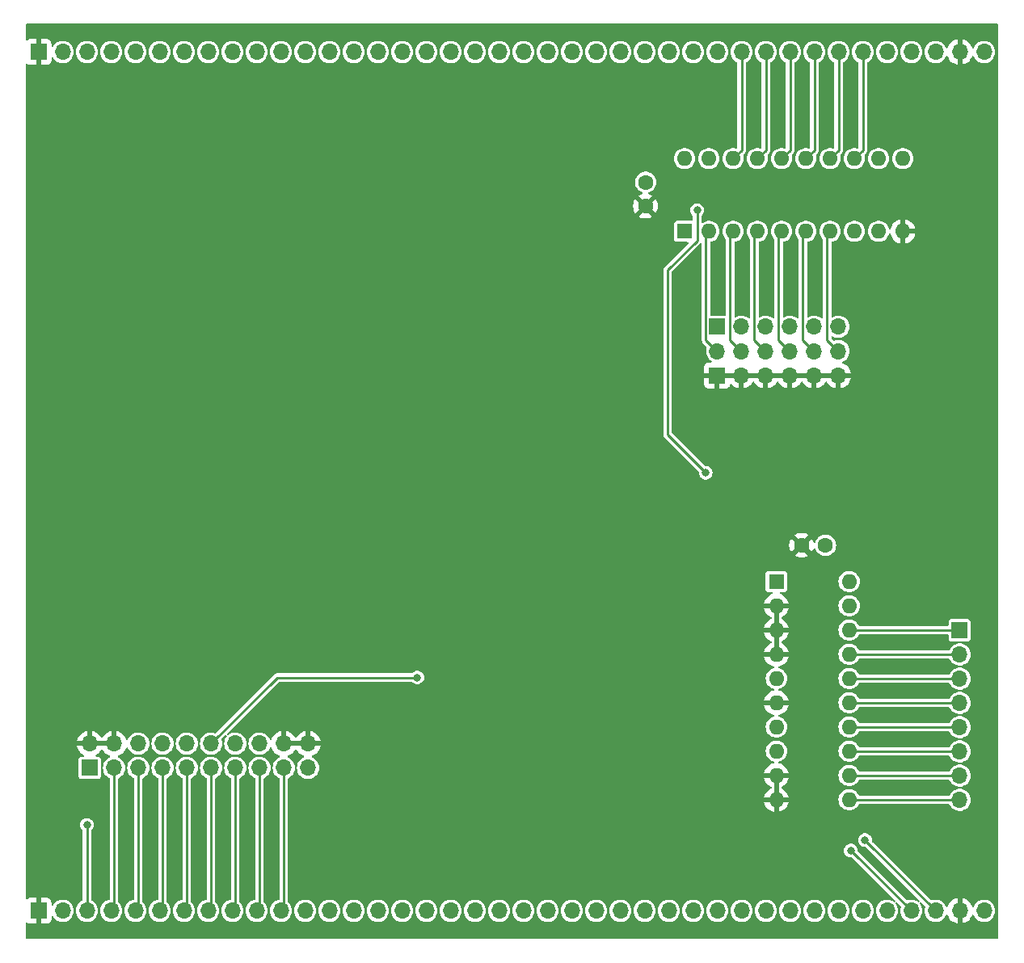
<source format=gtl>
G04 #@! TF.GenerationSoftware,KiCad,Pcbnew,8.0.3*
G04 #@! TF.CreationDate,2025-04-20T12:23:28-04:00*
G04 #@! TF.ProjectId,memory-loader-interface,6d656d6f-7279-42d6-9c6f-616465722d69,1.0*
G04 #@! TF.SameCoordinates,Original*
G04 #@! TF.FileFunction,Copper,L1,Top*
G04 #@! TF.FilePolarity,Positive*
%FSLAX46Y46*%
G04 Gerber Fmt 4.6, Leading zero omitted, Abs format (unit mm)*
G04 Created by KiCad (PCBNEW 8.0.3) date 2025-04-20 12:23:28*
%MOMM*%
%LPD*%
G01*
G04 APERTURE LIST*
G04 #@! TA.AperFunction,ComponentPad*
%ADD10R,1.700000X1.700000*%
G04 #@! TD*
G04 #@! TA.AperFunction,ComponentPad*
%ADD11O,1.700000X1.700000*%
G04 #@! TD*
G04 #@! TA.AperFunction,ComponentPad*
%ADD12R,1.600000X1.600000*%
G04 #@! TD*
G04 #@! TA.AperFunction,ComponentPad*
%ADD13O,1.600000X1.600000*%
G04 #@! TD*
G04 #@! TA.AperFunction,ComponentPad*
%ADD14C,1.600000*%
G04 #@! TD*
G04 #@! TA.AperFunction,ViaPad*
%ADD15C,0.800000*%
G04 #@! TD*
G04 #@! TA.AperFunction,Conductor*
%ADD16C,0.250000*%
G04 #@! TD*
G04 APERTURE END LIST*
D10*
X157500000Y-74800000D03*
D11*
X160040000Y-74800000D03*
X162580000Y-74800000D03*
X165120000Y-74800000D03*
X167660000Y-74800000D03*
X170200000Y-74800000D03*
D12*
X163700000Y-101500000D03*
D13*
X163700000Y-104040000D03*
X163700000Y-106580000D03*
X163700000Y-109120000D03*
X163700000Y-111660000D03*
X163700000Y-114200000D03*
X163700000Y-116740000D03*
X163700000Y-119280000D03*
X163700000Y-121820000D03*
X163700000Y-124360000D03*
X171320000Y-124360000D03*
X171320000Y-121820000D03*
X171320000Y-119280000D03*
X171320000Y-116740000D03*
X171320000Y-114200000D03*
X171320000Y-111660000D03*
X171320000Y-109120000D03*
X171320000Y-106580000D03*
X171320000Y-104040000D03*
X171320000Y-101500000D03*
D12*
X154100000Y-64800000D03*
D13*
X156640000Y-64800000D03*
X159180000Y-64800000D03*
X161720000Y-64800000D03*
X164260000Y-64800000D03*
X166800000Y-64800000D03*
X169340000Y-64800000D03*
X171880000Y-64800000D03*
X174420000Y-64800000D03*
X176960000Y-64800000D03*
X176960000Y-57180000D03*
X174420000Y-57180000D03*
X171880000Y-57180000D03*
X169340000Y-57180000D03*
X166800000Y-57180000D03*
X164260000Y-57180000D03*
X161720000Y-57180000D03*
X159180000Y-57180000D03*
X156640000Y-57180000D03*
X154100000Y-57180000D03*
D14*
X150000000Y-62150000D03*
X150000000Y-59650000D03*
D10*
X91775000Y-121025000D03*
D11*
X91775000Y-118485000D03*
X94315000Y-121025000D03*
X94315000Y-118485000D03*
X96855000Y-121025000D03*
X96855000Y-118485000D03*
X99395000Y-121025000D03*
X99395000Y-118485000D03*
X101935000Y-121025000D03*
X101935000Y-118485000D03*
X104475000Y-121025000D03*
X104475000Y-118485000D03*
X107015000Y-121025000D03*
X107015000Y-118485000D03*
X109555000Y-121025000D03*
X109555000Y-118485000D03*
X112095000Y-121025000D03*
X112095000Y-118485000D03*
X114635000Y-121025000D03*
X114635000Y-118485000D03*
D10*
X157500000Y-79900000D03*
D11*
X157500000Y-77360000D03*
X160040000Y-79900000D03*
X160040000Y-77360000D03*
X162580000Y-79900000D03*
X162580000Y-77360000D03*
X165120000Y-79900000D03*
X165120000Y-77360000D03*
X167660000Y-79900000D03*
X167660000Y-77360000D03*
X170200000Y-79900000D03*
X170200000Y-77360000D03*
D14*
X166350000Y-97700000D03*
X168850000Y-97700000D03*
D10*
X86400000Y-46000000D03*
D11*
X88940000Y-46000000D03*
X91480000Y-46000000D03*
X94020000Y-46000000D03*
X96560000Y-46000000D03*
X99100000Y-46000000D03*
X101640000Y-46000000D03*
X104180000Y-46000000D03*
X106720000Y-46000000D03*
X109260000Y-46000000D03*
X111800000Y-46000000D03*
X114340000Y-46000000D03*
X116880000Y-46000000D03*
X119420000Y-46000000D03*
X121960000Y-46000000D03*
X124500000Y-46000000D03*
X127040000Y-46000000D03*
X129580000Y-46000000D03*
X132120000Y-46000000D03*
X134660000Y-46000000D03*
X137200000Y-46000000D03*
X139740000Y-46000000D03*
X142280000Y-46000000D03*
X144820000Y-46000000D03*
X147360000Y-46000000D03*
X149900000Y-46000000D03*
X152440000Y-46000000D03*
X154980000Y-46000000D03*
X157520000Y-46000000D03*
X160060000Y-46000000D03*
X162600000Y-46000000D03*
X165140000Y-46000000D03*
X167680000Y-46000000D03*
X170220000Y-46000000D03*
X172760000Y-46000000D03*
X175300000Y-46000000D03*
X177840000Y-46000000D03*
X180380000Y-46000000D03*
X182920000Y-46000000D03*
X185460000Y-46000000D03*
D10*
X86400000Y-136000000D03*
D11*
X88940000Y-136000000D03*
X91480000Y-136000000D03*
X94020000Y-136000000D03*
X96560000Y-136000000D03*
X99100000Y-136000000D03*
X101640000Y-136000000D03*
X104180000Y-136000000D03*
X106720000Y-136000000D03*
X109260000Y-136000000D03*
X111800000Y-136000000D03*
X114340000Y-136000000D03*
X116880000Y-136000000D03*
X119420000Y-136000000D03*
X121960000Y-136000000D03*
X124500000Y-136000000D03*
X127040000Y-136000000D03*
X129580000Y-136000000D03*
X132120000Y-136000000D03*
X134660000Y-136000000D03*
X137200000Y-136000000D03*
X139740000Y-136000000D03*
X142280000Y-136000000D03*
X144820000Y-136000000D03*
X147360000Y-136000000D03*
X149900000Y-136000000D03*
X152440000Y-136000000D03*
X154980000Y-136000000D03*
X157520000Y-136000000D03*
X160060000Y-136000000D03*
X162600000Y-136000000D03*
X165140000Y-136000000D03*
X167680000Y-136000000D03*
X170220000Y-136000000D03*
X172760000Y-136000000D03*
X175300000Y-136000000D03*
X177840000Y-136000000D03*
X180380000Y-136000000D03*
X182920000Y-136000000D03*
X185460000Y-136000000D03*
D10*
X182900000Y-106600000D03*
D11*
X182900000Y-109140000D03*
X182900000Y-111680000D03*
X182900000Y-114220000D03*
X182900000Y-116760000D03*
X182900000Y-119300000D03*
X182900000Y-121840000D03*
X182900000Y-124380000D03*
D15*
X173000000Y-128600000D03*
X171500000Y-129700000D03*
X156300000Y-90100000D03*
X126100000Y-111550000D03*
X155400000Y-62600000D03*
X91480000Y-127000000D03*
D16*
X171880000Y-57180000D02*
X172760000Y-56300000D01*
X172760000Y-46000000D02*
X172760000Y-56300000D01*
X170220000Y-56300000D02*
X169340000Y-57180000D01*
X170220000Y-46000000D02*
X170220000Y-56300000D01*
X167680000Y-56300000D02*
X166800000Y-57180000D01*
X167680000Y-46000000D02*
X167680000Y-56300000D01*
X173000000Y-128600000D02*
X173000000Y-128620000D01*
X173000000Y-128620000D02*
X180380000Y-136000000D01*
X160060000Y-46000000D02*
X160060000Y-56300000D01*
X160060000Y-56300000D02*
X159180000Y-57180000D01*
X171500000Y-129700000D02*
X171540000Y-129700000D01*
X171540000Y-129700000D02*
X177840000Y-136000000D01*
X162600000Y-46000000D02*
X162600000Y-56300000D01*
X162600000Y-56300000D02*
X161720000Y-57180000D01*
X112100000Y-121000000D02*
X112100000Y-135700000D01*
X109560000Y-121000000D02*
X109560000Y-135700000D01*
X107020000Y-121000000D02*
X107020000Y-135700000D01*
X104480000Y-121000000D02*
X104480000Y-135700000D01*
X101940000Y-121000000D02*
X101940000Y-135700000D01*
X99400000Y-121000000D02*
X99400000Y-135700000D01*
X96860000Y-121000000D02*
X96860000Y-135700000D01*
X94320000Y-121000000D02*
X94320000Y-135700000D01*
X165140000Y-56300000D02*
X164260000Y-57180000D01*
X165140000Y-46000000D02*
X165140000Y-56300000D01*
X171320000Y-109120000D02*
X182880000Y-109120000D01*
X171320000Y-111660000D02*
X182880000Y-111660000D01*
X171320000Y-106580000D02*
X182880000Y-106580000D01*
X171320000Y-114200000D02*
X182880000Y-114200000D01*
X171320000Y-116740000D02*
X182880000Y-116740000D01*
X171320000Y-124360000D02*
X182880000Y-124360000D01*
X152300000Y-68850000D02*
X155400000Y-65750000D01*
X111410000Y-111550000D02*
X126100000Y-111550000D01*
X156300000Y-90100000D02*
X152300000Y-86100000D01*
X155400000Y-65750000D02*
X155400000Y-62600000D01*
X104475000Y-118485000D02*
X111410000Y-111550000D01*
X152300000Y-86100000D02*
X152300000Y-68850000D01*
X171320000Y-121820000D02*
X182880000Y-121820000D01*
X171320000Y-119280000D02*
X182880000Y-119280000D01*
X91480000Y-127000000D02*
X91480000Y-136000000D01*
X170200000Y-77360000D02*
X169025000Y-76185000D01*
X169025000Y-76185000D02*
X169025000Y-65115000D01*
X169025000Y-65115000D02*
X169340000Y-64800000D01*
X158865000Y-65115000D02*
X158865000Y-76185000D01*
X158865000Y-76185000D02*
X160040000Y-77360000D01*
X159180000Y-64800000D02*
X158865000Y-65115000D01*
X156325000Y-76185000D02*
X156325000Y-65115000D01*
X157500000Y-77360000D02*
X156325000Y-76185000D01*
X156325000Y-65115000D02*
X156640000Y-64800000D01*
X167660000Y-77360000D02*
X166485000Y-76185000D01*
X166485000Y-76185000D02*
X166485000Y-65115000D01*
X166485000Y-65115000D02*
X166800000Y-64800000D01*
X163945000Y-65115000D02*
X164260000Y-64800000D01*
X165120000Y-77360000D02*
X163945000Y-76185000D01*
X163945000Y-76185000D02*
X163945000Y-65115000D01*
X161405000Y-65115000D02*
X161720000Y-64800000D01*
X162580000Y-77360000D02*
X161405000Y-76185000D01*
X161405000Y-76185000D02*
X161405000Y-65115000D01*
G04 #@! TA.AperFunction,Conductor*
G36*
X93849075Y-118292007D02*
G01*
X93815000Y-118419174D01*
X93815000Y-118550826D01*
X93849075Y-118677993D01*
X93881988Y-118735000D01*
X92208012Y-118735000D01*
X92240925Y-118677993D01*
X92275000Y-118550826D01*
X92275000Y-118419174D01*
X92240925Y-118292007D01*
X92208012Y-118235000D01*
X93881988Y-118235000D01*
X93849075Y-118292007D01*
G37*
G04 #@! TD.AperFunction*
G04 #@! TA.AperFunction,Conductor*
G36*
X114169075Y-118292007D02*
G01*
X114135000Y-118419174D01*
X114135000Y-118550826D01*
X114169075Y-118677993D01*
X114201988Y-118735000D01*
X112528012Y-118735000D01*
X112560925Y-118677993D01*
X112595000Y-118550826D01*
X112595000Y-118419174D01*
X112560925Y-118292007D01*
X112528012Y-118235000D01*
X114201988Y-118235000D01*
X114169075Y-118292007D01*
G37*
G04 #@! TD.AperFunction*
G04 #@! TA.AperFunction,Conductor*
G36*
X163950000Y-124044314D02*
G01*
X163945606Y-124039920D01*
X163854394Y-123987259D01*
X163752661Y-123960000D01*
X163647339Y-123960000D01*
X163545606Y-123987259D01*
X163454394Y-124039920D01*
X163450000Y-124044314D01*
X163450000Y-122135686D01*
X163454394Y-122140080D01*
X163545606Y-122192741D01*
X163647339Y-122220000D01*
X163752661Y-122220000D01*
X163854394Y-122192741D01*
X163945606Y-122140080D01*
X163950000Y-122135686D01*
X163950000Y-124044314D01*
G37*
G04 #@! TD.AperFunction*
G04 #@! TA.AperFunction,Conductor*
G36*
X163950000Y-108804314D02*
G01*
X163945606Y-108799920D01*
X163854394Y-108747259D01*
X163752661Y-108720000D01*
X163647339Y-108720000D01*
X163545606Y-108747259D01*
X163454394Y-108799920D01*
X163450000Y-108804314D01*
X163450000Y-106895686D01*
X163454394Y-106900080D01*
X163545606Y-106952741D01*
X163647339Y-106980000D01*
X163752661Y-106980000D01*
X163854394Y-106952741D01*
X163945606Y-106900080D01*
X163950000Y-106895686D01*
X163950000Y-108804314D01*
G37*
G04 #@! TD.AperFunction*
G04 #@! TA.AperFunction,Conductor*
G36*
X163950000Y-106264314D02*
G01*
X163945606Y-106259920D01*
X163854394Y-106207259D01*
X163752661Y-106180000D01*
X163647339Y-106180000D01*
X163545606Y-106207259D01*
X163454394Y-106259920D01*
X163450000Y-106264314D01*
X163450000Y-104355686D01*
X163454394Y-104360080D01*
X163545606Y-104412741D01*
X163647339Y-104440000D01*
X163752661Y-104440000D01*
X163854394Y-104412741D01*
X163945606Y-104360080D01*
X163950000Y-104355686D01*
X163950000Y-106264314D01*
G37*
G04 #@! TD.AperFunction*
G04 #@! TA.AperFunction,Conductor*
G36*
X159574075Y-79707007D02*
G01*
X159540000Y-79834174D01*
X159540000Y-79965826D01*
X159574075Y-80092993D01*
X159606988Y-80150000D01*
X157933012Y-80150000D01*
X157965925Y-80092993D01*
X158000000Y-79965826D01*
X158000000Y-79834174D01*
X157965925Y-79707007D01*
X157933012Y-79650000D01*
X159606988Y-79650000D01*
X159574075Y-79707007D01*
G37*
G04 #@! TD.AperFunction*
G04 #@! TA.AperFunction,Conductor*
G36*
X162114075Y-79707007D02*
G01*
X162080000Y-79834174D01*
X162080000Y-79965826D01*
X162114075Y-80092993D01*
X162146988Y-80150000D01*
X160473012Y-80150000D01*
X160505925Y-80092993D01*
X160540000Y-79965826D01*
X160540000Y-79834174D01*
X160505925Y-79707007D01*
X160473012Y-79650000D01*
X162146988Y-79650000D01*
X162114075Y-79707007D01*
G37*
G04 #@! TD.AperFunction*
G04 #@! TA.AperFunction,Conductor*
G36*
X164654075Y-79707007D02*
G01*
X164620000Y-79834174D01*
X164620000Y-79965826D01*
X164654075Y-80092993D01*
X164686988Y-80150000D01*
X163013012Y-80150000D01*
X163045925Y-80092993D01*
X163080000Y-79965826D01*
X163080000Y-79834174D01*
X163045925Y-79707007D01*
X163013012Y-79650000D01*
X164686988Y-79650000D01*
X164654075Y-79707007D01*
G37*
G04 #@! TD.AperFunction*
G04 #@! TA.AperFunction,Conductor*
G36*
X167194075Y-79707007D02*
G01*
X167160000Y-79834174D01*
X167160000Y-79965826D01*
X167194075Y-80092993D01*
X167226988Y-80150000D01*
X165553012Y-80150000D01*
X165585925Y-80092993D01*
X165620000Y-79965826D01*
X165620000Y-79834174D01*
X165585925Y-79707007D01*
X165553012Y-79650000D01*
X167226988Y-79650000D01*
X167194075Y-79707007D01*
G37*
G04 #@! TD.AperFunction*
G04 #@! TA.AperFunction,Conductor*
G36*
X169734075Y-79707007D02*
G01*
X169700000Y-79834174D01*
X169700000Y-79965826D01*
X169734075Y-80092993D01*
X169766988Y-80150000D01*
X168093012Y-80150000D01*
X168125925Y-80092993D01*
X168160000Y-79965826D01*
X168160000Y-79834174D01*
X168125925Y-79707007D01*
X168093012Y-79650000D01*
X169766988Y-79650000D01*
X169734075Y-79707007D01*
G37*
G04 #@! TD.AperFunction*
G04 #@! TA.AperFunction,Conductor*
G36*
X186906630Y-43070362D02*
G01*
X186944410Y-43122362D01*
X186949500Y-43154500D01*
X186949500Y-138845500D01*
X186929638Y-138906630D01*
X186877638Y-138944410D01*
X186845500Y-138949500D01*
X85154500Y-138949500D01*
X85093370Y-138929638D01*
X85055590Y-138877638D01*
X85050500Y-138845500D01*
X85050500Y-137308422D01*
X85070362Y-137247292D01*
X85122362Y-137209512D01*
X85186638Y-137209512D01*
X85216826Y-137225166D01*
X85307909Y-137293352D01*
X85442628Y-137343598D01*
X85502169Y-137350000D01*
X86150000Y-137350000D01*
X86150000Y-136433012D01*
X86207007Y-136465925D01*
X86334174Y-136500000D01*
X86465826Y-136500000D01*
X86592993Y-136465925D01*
X86650000Y-136433012D01*
X86650000Y-137350000D01*
X87297831Y-137350000D01*
X87357371Y-137343598D01*
X87357372Y-137343598D01*
X87492090Y-137293352D01*
X87607188Y-137207188D01*
X87693352Y-137092090D01*
X87743598Y-136957372D01*
X87743598Y-136957371D01*
X87750000Y-136897830D01*
X87750000Y-136655884D01*
X87769862Y-136594754D01*
X87821862Y-136556974D01*
X87886138Y-136556974D01*
X87938138Y-136594754D01*
X87947099Y-136609531D01*
X87949093Y-136613537D01*
X87949096Y-136613542D01*
X88078706Y-136785173D01*
X88237646Y-136930067D01*
X88420504Y-137043288D01*
X88546477Y-137092090D01*
X88621053Y-137120981D01*
X88832457Y-137160499D01*
X88832460Y-137160499D01*
X88832464Y-137160500D01*
X88832467Y-137160500D01*
X89047533Y-137160500D01*
X89047536Y-137160500D01*
X89047540Y-137160499D01*
X89047542Y-137160499D01*
X89130853Y-137144925D01*
X89258947Y-137120981D01*
X89459496Y-137043288D01*
X89642354Y-136930067D01*
X89801294Y-136785173D01*
X89930904Y-136613542D01*
X90026770Y-136421017D01*
X90085628Y-136214155D01*
X90096967Y-136091780D01*
X90105472Y-136000003D01*
X90105472Y-135999996D01*
X90314528Y-135999996D01*
X90314528Y-136000003D01*
X90334371Y-136214151D01*
X90334371Y-136214152D01*
X90393228Y-136421011D01*
X90393232Y-136421021D01*
X90489092Y-136613536D01*
X90489096Y-136613542D01*
X90618706Y-136785173D01*
X90777646Y-136930067D01*
X90960504Y-137043288D01*
X91086477Y-137092090D01*
X91161053Y-137120981D01*
X91372457Y-137160499D01*
X91372460Y-137160499D01*
X91372464Y-137160500D01*
X91372467Y-137160500D01*
X91587533Y-137160500D01*
X91587536Y-137160500D01*
X91587540Y-137160499D01*
X91587542Y-137160499D01*
X91670853Y-137144925D01*
X91798947Y-137120981D01*
X91999496Y-137043288D01*
X92182354Y-136930067D01*
X92341294Y-136785173D01*
X92470904Y-136613542D01*
X92566770Y-136421017D01*
X92625628Y-136214155D01*
X92636967Y-136091780D01*
X92645472Y-136000003D01*
X92645472Y-135999996D01*
X92625628Y-135785848D01*
X92625628Y-135785847D01*
X92625628Y-135785845D01*
X92566770Y-135578983D01*
X92518837Y-135482720D01*
X92470907Y-135386463D01*
X92470903Y-135386457D01*
X92341295Y-135214828D01*
X92247058Y-135128919D01*
X92182354Y-135069933D01*
X92182351Y-135069931D01*
X92182350Y-135069930D01*
X91999498Y-134956712D01*
X91999496Y-134956711D01*
X91981926Y-134949904D01*
X91932102Y-134909299D01*
X91915500Y-134852929D01*
X91915500Y-127610204D01*
X91935362Y-127549074D01*
X91950530Y-127532363D01*
X92015723Y-127474609D01*
X92113737Y-127332611D01*
X92174921Y-127171283D01*
X92195718Y-127000000D01*
X92174921Y-126828717D01*
X92113737Y-126667389D01*
X92015723Y-126525391D01*
X91962347Y-126478104D01*
X91886576Y-126410977D01*
X91886567Y-126410971D01*
X91733801Y-126330793D01*
X91733797Y-126330792D01*
X91566270Y-126289500D01*
X91393730Y-126289500D01*
X91226203Y-126330792D01*
X91226199Y-126330793D01*
X91226198Y-126330793D01*
X91073432Y-126410971D01*
X91073423Y-126410977D01*
X90944280Y-126525388D01*
X90944273Y-126525395D01*
X90846263Y-126667389D01*
X90785079Y-126828717D01*
X90764282Y-127000000D01*
X90785079Y-127171283D01*
X90846263Y-127332611D01*
X90900864Y-127411714D01*
X90944273Y-127474604D01*
X90944274Y-127474605D01*
X90944277Y-127474609D01*
X91009465Y-127532360D01*
X91042050Y-127587761D01*
X91044500Y-127610204D01*
X91044500Y-134852929D01*
X91024638Y-134914059D01*
X90978074Y-134949904D01*
X90960503Y-134956711D01*
X90960501Y-134956712D01*
X90777649Y-135069930D01*
X90618704Y-135214828D01*
X90489096Y-135386457D01*
X90489092Y-135386463D01*
X90393232Y-135578978D01*
X90393228Y-135578988D01*
X90334371Y-135785847D01*
X90334371Y-135785848D01*
X90314528Y-135999996D01*
X90105472Y-135999996D01*
X90085628Y-135785848D01*
X90085628Y-135785847D01*
X90085628Y-135785845D01*
X90026770Y-135578983D01*
X89978837Y-135482720D01*
X89930907Y-135386463D01*
X89930903Y-135386457D01*
X89801295Y-135214828D01*
X89707058Y-135128919D01*
X89642354Y-135069933D01*
X89642351Y-135069931D01*
X89642350Y-135069930D01*
X89459498Y-134956713D01*
X89459496Y-134956712D01*
X89339724Y-134910312D01*
X89258946Y-134879018D01*
X89047542Y-134839500D01*
X89047536Y-134839500D01*
X88832464Y-134839500D01*
X88832457Y-134839500D01*
X88621053Y-134879018D01*
X88420501Y-134956713D01*
X88237649Y-135069930D01*
X88078704Y-135214828D01*
X87949096Y-135386457D01*
X87949089Y-135386468D01*
X87947096Y-135390473D01*
X87902068Y-135436340D01*
X87838679Y-135446980D01*
X87781143Y-135418330D01*
X87751435Y-135361331D01*
X87750000Y-135344115D01*
X87750000Y-135102169D01*
X87743598Y-135042628D01*
X87743598Y-135042627D01*
X87693352Y-134907909D01*
X87607188Y-134792811D01*
X87492090Y-134706647D01*
X87357371Y-134656401D01*
X87297831Y-134650000D01*
X86650000Y-134650000D01*
X86650000Y-135566988D01*
X86592993Y-135534075D01*
X86465826Y-135500000D01*
X86334174Y-135500000D01*
X86207007Y-135534075D01*
X86150000Y-135566988D01*
X86150000Y-134650000D01*
X85502169Y-134650000D01*
X85442628Y-134656401D01*
X85442627Y-134656401D01*
X85307909Y-134706648D01*
X85307906Y-134706649D01*
X85216825Y-134774833D01*
X85155986Y-134795566D01*
X85094578Y-134776579D01*
X85056059Y-134725124D01*
X85050500Y-134691577D01*
X85050500Y-118234999D01*
X90444364Y-118234999D01*
X90444364Y-118235000D01*
X91341988Y-118235000D01*
X91309075Y-118292007D01*
X91275000Y-118419174D01*
X91275000Y-118550826D01*
X91309075Y-118677993D01*
X91341988Y-118735000D01*
X90444364Y-118735000D01*
X90501568Y-118948490D01*
X90601398Y-119162577D01*
X90736890Y-119356078D01*
X90903921Y-119523109D01*
X91097422Y-119658600D01*
X91113812Y-119666243D01*
X91160821Y-119710078D01*
X91173087Y-119773172D01*
X91145924Y-119831426D01*
X91089708Y-119862589D01*
X91069863Y-119864500D01*
X90878637Y-119864500D01*
X90852682Y-119867511D01*
X90852679Y-119867512D01*
X90770001Y-119904018D01*
X90746489Y-119914400D01*
X90746484Y-119914402D01*
X90746482Y-119914403D01*
X90664403Y-119996482D01*
X90664400Y-119996486D01*
X90617511Y-120102682D01*
X90614500Y-120128642D01*
X90614500Y-121921362D01*
X90617511Y-121947317D01*
X90617512Y-121947320D01*
X90664401Y-122053514D01*
X90664402Y-122053515D01*
X90664403Y-122053517D01*
X90746482Y-122135596D01*
X90746486Y-122135599D01*
X90852680Y-122182488D01*
X90878643Y-122185500D01*
X92671356Y-122185499D01*
X92671362Y-122185499D01*
X92688665Y-122183491D01*
X92697320Y-122182488D01*
X92803514Y-122135599D01*
X92885599Y-122053514D01*
X92932488Y-121947320D01*
X92935500Y-121921357D01*
X92935499Y-120128644D01*
X92935499Y-120128642D01*
X92935499Y-120128637D01*
X92932488Y-120102682D01*
X92932488Y-120102680D01*
X92885599Y-119996486D01*
X92885597Y-119996484D01*
X92885596Y-119996482D01*
X92803517Y-119914403D01*
X92803513Y-119914400D01*
X92736354Y-119884747D01*
X92697320Y-119867512D01*
X92697319Y-119867511D01*
X92697317Y-119867511D01*
X92671358Y-119864500D01*
X92480138Y-119864500D01*
X92419008Y-119844638D01*
X92381228Y-119792638D01*
X92381228Y-119728362D01*
X92419008Y-119676362D01*
X92436188Y-119666243D01*
X92452577Y-119658600D01*
X92646078Y-119523109D01*
X92813109Y-119356078D01*
X92948600Y-119162577D01*
X92950742Y-119157984D01*
X92994576Y-119110974D01*
X93057670Y-119098708D01*
X93115925Y-119125870D01*
X93139258Y-119157984D01*
X93141399Y-119162577D01*
X93276890Y-119356078D01*
X93443921Y-119523109D01*
X93637422Y-119658601D01*
X93851507Y-119758430D01*
X93851543Y-119758440D01*
X93851556Y-119758448D01*
X93855775Y-119759984D01*
X93855420Y-119760957D01*
X93905450Y-119793445D01*
X93928486Y-119853451D01*
X93911852Y-119915537D01*
X93862199Y-119955874D01*
X93795499Y-119981713D01*
X93612649Y-120094930D01*
X93453704Y-120239828D01*
X93324096Y-120411457D01*
X93324092Y-120411463D01*
X93228232Y-120603978D01*
X93228228Y-120603988D01*
X93169371Y-120810847D01*
X93169371Y-120810848D01*
X93149528Y-121024996D01*
X93149528Y-121025003D01*
X93169371Y-121239151D01*
X93169371Y-121239152D01*
X93228228Y-121446011D01*
X93228232Y-121446021D01*
X93324092Y-121638536D01*
X93324096Y-121638542D01*
X93453706Y-121810173D01*
X93612646Y-121955067D01*
X93612648Y-121955068D01*
X93612649Y-121955069D01*
X93772678Y-122054155D01*
X93795504Y-122068288D01*
X93818069Y-122077029D01*
X93867894Y-122117630D01*
X93884500Y-122174006D01*
X93884500Y-134758366D01*
X93864638Y-134819496D01*
X93812638Y-134857276D01*
X93799610Y-134860595D01*
X93701053Y-134879018D01*
X93500501Y-134956713D01*
X93317649Y-135069930D01*
X93158704Y-135214828D01*
X93029096Y-135386457D01*
X93029092Y-135386463D01*
X92933232Y-135578978D01*
X92933228Y-135578988D01*
X92874371Y-135785847D01*
X92874371Y-135785848D01*
X92854528Y-135999996D01*
X92854528Y-136000003D01*
X92874371Y-136214151D01*
X92874371Y-136214152D01*
X92933228Y-136421011D01*
X92933232Y-136421021D01*
X93029092Y-136613536D01*
X93029096Y-136613542D01*
X93158706Y-136785173D01*
X93317646Y-136930067D01*
X93500504Y-137043288D01*
X93626477Y-137092090D01*
X93701053Y-137120981D01*
X93912457Y-137160499D01*
X93912460Y-137160499D01*
X93912464Y-137160500D01*
X93912467Y-137160500D01*
X94127533Y-137160500D01*
X94127536Y-137160500D01*
X94127540Y-137160499D01*
X94127542Y-137160499D01*
X94210853Y-137144925D01*
X94338947Y-137120981D01*
X94539496Y-137043288D01*
X94722354Y-136930067D01*
X94881294Y-136785173D01*
X95010904Y-136613542D01*
X95106770Y-136421017D01*
X95165628Y-136214155D01*
X95176967Y-136091780D01*
X95185472Y-136000003D01*
X95185472Y-135999996D01*
X95394528Y-135999996D01*
X95394528Y-136000003D01*
X95414371Y-136214151D01*
X95414371Y-136214152D01*
X95473228Y-136421011D01*
X95473232Y-136421021D01*
X95569092Y-136613536D01*
X95569096Y-136613542D01*
X95698706Y-136785173D01*
X95857646Y-136930067D01*
X96040504Y-137043288D01*
X96166477Y-137092090D01*
X96241053Y-137120981D01*
X96452457Y-137160499D01*
X96452460Y-137160499D01*
X96452464Y-137160500D01*
X96452467Y-137160500D01*
X96667533Y-137160500D01*
X96667536Y-137160500D01*
X96667540Y-137160499D01*
X96667542Y-137160499D01*
X96750853Y-137144925D01*
X96878947Y-137120981D01*
X97079496Y-137043288D01*
X97262354Y-136930067D01*
X97421294Y-136785173D01*
X97550904Y-136613542D01*
X97646770Y-136421017D01*
X97705628Y-136214155D01*
X97716967Y-136091780D01*
X97725472Y-136000003D01*
X97725472Y-135999996D01*
X97934528Y-135999996D01*
X97934528Y-136000003D01*
X97954371Y-136214151D01*
X97954371Y-136214152D01*
X98013228Y-136421011D01*
X98013232Y-136421021D01*
X98109092Y-136613536D01*
X98109096Y-136613542D01*
X98238706Y-136785173D01*
X98397646Y-136930067D01*
X98580504Y-137043288D01*
X98706477Y-137092090D01*
X98781053Y-137120981D01*
X98992457Y-137160499D01*
X98992460Y-137160499D01*
X98992464Y-137160500D01*
X98992467Y-137160500D01*
X99207533Y-137160500D01*
X99207536Y-137160500D01*
X99207540Y-137160499D01*
X99207542Y-137160499D01*
X99290853Y-137144925D01*
X99418947Y-137120981D01*
X99619496Y-137043288D01*
X99802354Y-136930067D01*
X99961294Y-136785173D01*
X100090904Y-136613542D01*
X100186770Y-136421017D01*
X100245628Y-136214155D01*
X100256967Y-136091780D01*
X100265472Y-136000003D01*
X100265472Y-135999996D01*
X100474528Y-135999996D01*
X100474528Y-136000003D01*
X100494371Y-136214151D01*
X100494371Y-136214152D01*
X100553228Y-136421011D01*
X100553232Y-136421021D01*
X100649092Y-136613536D01*
X100649096Y-136613542D01*
X100778706Y-136785173D01*
X100937646Y-136930067D01*
X101120504Y-137043288D01*
X101246477Y-137092090D01*
X101321053Y-137120981D01*
X101532457Y-137160499D01*
X101532460Y-137160499D01*
X101532464Y-137160500D01*
X101532467Y-137160500D01*
X101747533Y-137160500D01*
X101747536Y-137160500D01*
X101747540Y-137160499D01*
X101747542Y-137160499D01*
X101830853Y-137144925D01*
X101958947Y-137120981D01*
X102159496Y-137043288D01*
X102342354Y-136930067D01*
X102501294Y-136785173D01*
X102630904Y-136613542D01*
X102726770Y-136421017D01*
X102785628Y-136214155D01*
X102796967Y-136091780D01*
X102805472Y-136000003D01*
X102805472Y-135999996D01*
X103014528Y-135999996D01*
X103014528Y-136000003D01*
X103034371Y-136214151D01*
X103034371Y-136214152D01*
X103093228Y-136421011D01*
X103093232Y-136421021D01*
X103189092Y-136613536D01*
X103189096Y-136613542D01*
X103318706Y-136785173D01*
X103477646Y-136930067D01*
X103660504Y-137043288D01*
X103786477Y-137092090D01*
X103861053Y-137120981D01*
X104072457Y-137160499D01*
X104072460Y-137160499D01*
X104072464Y-137160500D01*
X104072467Y-137160500D01*
X104287533Y-137160500D01*
X104287536Y-137160500D01*
X104287540Y-137160499D01*
X104287542Y-137160499D01*
X104370853Y-137144925D01*
X104498947Y-137120981D01*
X104699496Y-137043288D01*
X104882354Y-136930067D01*
X105041294Y-136785173D01*
X105170904Y-136613542D01*
X105266770Y-136421017D01*
X105325628Y-136214155D01*
X105336967Y-136091780D01*
X105345472Y-136000003D01*
X105345472Y-135999996D01*
X105554528Y-135999996D01*
X105554528Y-136000003D01*
X105574371Y-136214151D01*
X105574371Y-136214152D01*
X105633228Y-136421011D01*
X105633232Y-136421021D01*
X105729092Y-136613536D01*
X105729096Y-136613542D01*
X105858706Y-136785173D01*
X106017646Y-136930067D01*
X106200504Y-137043288D01*
X106326477Y-137092090D01*
X106401053Y-137120981D01*
X106612457Y-137160499D01*
X106612460Y-137160499D01*
X106612464Y-137160500D01*
X106612467Y-137160500D01*
X106827533Y-137160500D01*
X106827536Y-137160500D01*
X106827540Y-137160499D01*
X106827542Y-137160499D01*
X106910853Y-137144925D01*
X107038947Y-137120981D01*
X107239496Y-137043288D01*
X107422354Y-136930067D01*
X107581294Y-136785173D01*
X107710904Y-136613542D01*
X107806770Y-136421017D01*
X107865628Y-136214155D01*
X107876967Y-136091780D01*
X107885472Y-136000003D01*
X107885472Y-135999996D01*
X108094528Y-135999996D01*
X108094528Y-136000003D01*
X108114371Y-136214151D01*
X108114371Y-136214152D01*
X108173228Y-136421011D01*
X108173232Y-136421021D01*
X108269092Y-136613536D01*
X108269096Y-136613542D01*
X108398706Y-136785173D01*
X108557646Y-136930067D01*
X108740504Y-137043288D01*
X108866477Y-137092090D01*
X108941053Y-137120981D01*
X109152457Y-137160499D01*
X109152460Y-137160499D01*
X109152464Y-137160500D01*
X109152467Y-137160500D01*
X109367533Y-137160500D01*
X109367536Y-137160500D01*
X109367540Y-137160499D01*
X109367542Y-137160499D01*
X109450853Y-137144925D01*
X109578947Y-137120981D01*
X109779496Y-137043288D01*
X109962354Y-136930067D01*
X110121294Y-136785173D01*
X110250904Y-136613542D01*
X110346770Y-136421017D01*
X110405628Y-136214155D01*
X110416967Y-136091780D01*
X110425472Y-136000003D01*
X110425472Y-135999996D01*
X110405628Y-135785848D01*
X110405628Y-135785847D01*
X110405628Y-135785845D01*
X110346770Y-135578983D01*
X110298837Y-135482720D01*
X110250907Y-135386463D01*
X110250903Y-135386457D01*
X110202549Y-135322426D01*
X110121294Y-135214827D01*
X110121292Y-135214825D01*
X110029435Y-135131085D01*
X109997641Y-135075224D01*
X109995500Y-135054229D01*
X109995500Y-122170132D01*
X110015362Y-122109002D01*
X110061932Y-122073155D01*
X110074496Y-122068288D01*
X110257354Y-121955067D01*
X110416294Y-121810173D01*
X110545904Y-121638542D01*
X110641770Y-121446017D01*
X110700628Y-121239155D01*
X110720472Y-121025000D01*
X110700628Y-120810845D01*
X110641770Y-120603983D01*
X110569937Y-120459722D01*
X110545907Y-120411463D01*
X110545903Y-120411457D01*
X110416295Y-120239828D01*
X110339691Y-120169994D01*
X110257354Y-120094933D01*
X110257351Y-120094931D01*
X110257350Y-120094930D01*
X110074498Y-119981713D01*
X110074496Y-119981712D01*
X110007800Y-119955874D01*
X109873946Y-119904018D01*
X109662542Y-119864500D01*
X109662536Y-119864500D01*
X109447464Y-119864500D01*
X109447457Y-119864500D01*
X109236053Y-119904018D01*
X109035501Y-119981713D01*
X108852649Y-120094930D01*
X108693704Y-120239828D01*
X108564096Y-120411457D01*
X108564092Y-120411463D01*
X108468232Y-120603978D01*
X108468228Y-120603988D01*
X108409371Y-120810847D01*
X108409371Y-120810848D01*
X108389528Y-121024996D01*
X108389528Y-121025003D01*
X108409371Y-121239151D01*
X108409371Y-121239152D01*
X108468228Y-121446011D01*
X108468232Y-121446021D01*
X108564092Y-121638536D01*
X108564096Y-121638542D01*
X108693706Y-121810173D01*
X108852646Y-121955067D01*
X108852648Y-121955068D01*
X108852649Y-121955069D01*
X109012678Y-122054155D01*
X109035504Y-122068288D01*
X109058069Y-122077029D01*
X109107894Y-122117630D01*
X109124500Y-122174006D01*
X109124500Y-134758366D01*
X109104638Y-134819496D01*
X109052638Y-134857276D01*
X109039610Y-134860595D01*
X108941053Y-134879018D01*
X108740501Y-134956713D01*
X108557649Y-135069930D01*
X108398704Y-135214828D01*
X108269096Y-135386457D01*
X108269092Y-135386463D01*
X108173232Y-135578978D01*
X108173228Y-135578988D01*
X108114371Y-135785847D01*
X108114371Y-135785848D01*
X108094528Y-135999996D01*
X107885472Y-135999996D01*
X107865628Y-135785848D01*
X107865628Y-135785847D01*
X107865628Y-135785845D01*
X107806770Y-135578983D01*
X107758837Y-135482720D01*
X107710907Y-135386463D01*
X107710903Y-135386457D01*
X107662549Y-135322426D01*
X107581294Y-135214827D01*
X107581292Y-135214825D01*
X107489435Y-135131085D01*
X107457641Y-135075224D01*
X107455500Y-135054229D01*
X107455500Y-122170132D01*
X107475362Y-122109002D01*
X107521932Y-122073155D01*
X107534496Y-122068288D01*
X107717354Y-121955067D01*
X107876294Y-121810173D01*
X108005904Y-121638542D01*
X108101770Y-121446017D01*
X108160628Y-121239155D01*
X108180472Y-121025000D01*
X108160628Y-120810845D01*
X108101770Y-120603983D01*
X108029937Y-120459722D01*
X108005907Y-120411463D01*
X108005903Y-120411457D01*
X107876295Y-120239828D01*
X107799691Y-120169994D01*
X107717354Y-120094933D01*
X107717351Y-120094931D01*
X107717350Y-120094930D01*
X107534498Y-119981713D01*
X107534496Y-119981712D01*
X107467800Y-119955874D01*
X107333946Y-119904018D01*
X107122542Y-119864500D01*
X107122536Y-119864500D01*
X106907464Y-119864500D01*
X106907457Y-119864500D01*
X106696053Y-119904018D01*
X106495501Y-119981713D01*
X106312649Y-120094930D01*
X106153704Y-120239828D01*
X106024096Y-120411457D01*
X106024092Y-120411463D01*
X105928232Y-120603978D01*
X105928228Y-120603988D01*
X105869371Y-120810847D01*
X105869371Y-120810848D01*
X105849528Y-121024996D01*
X105849528Y-121025003D01*
X105869371Y-121239151D01*
X105869371Y-121239152D01*
X105928228Y-121446011D01*
X105928232Y-121446021D01*
X106024092Y-121638536D01*
X106024096Y-121638542D01*
X106153706Y-121810173D01*
X106312646Y-121955067D01*
X106312648Y-121955068D01*
X106312649Y-121955069D01*
X106472678Y-122054155D01*
X106495504Y-122068288D01*
X106518069Y-122077029D01*
X106567894Y-122117630D01*
X106584500Y-122174006D01*
X106584500Y-134758366D01*
X106564638Y-134819496D01*
X106512638Y-134857276D01*
X106499610Y-134860595D01*
X106401053Y-134879018D01*
X106200501Y-134956713D01*
X106017649Y-135069930D01*
X105858704Y-135214828D01*
X105729096Y-135386457D01*
X105729092Y-135386463D01*
X105633232Y-135578978D01*
X105633228Y-135578988D01*
X105574371Y-135785847D01*
X105574371Y-135785848D01*
X105554528Y-135999996D01*
X105345472Y-135999996D01*
X105325628Y-135785848D01*
X105325628Y-135785847D01*
X105325628Y-135785845D01*
X105266770Y-135578983D01*
X105218837Y-135482720D01*
X105170907Y-135386463D01*
X105170903Y-135386457D01*
X105122549Y-135322426D01*
X105041294Y-135214827D01*
X105041292Y-135214825D01*
X104949435Y-135131085D01*
X104917641Y-135075224D01*
X104915500Y-135054229D01*
X104915500Y-122170132D01*
X104935362Y-122109002D01*
X104981932Y-122073155D01*
X104994496Y-122068288D01*
X105177354Y-121955067D01*
X105336294Y-121810173D01*
X105465904Y-121638542D01*
X105561770Y-121446017D01*
X105620628Y-121239155D01*
X105640472Y-121025000D01*
X105620628Y-120810845D01*
X105561770Y-120603983D01*
X105489937Y-120459722D01*
X105465907Y-120411463D01*
X105465903Y-120411457D01*
X105336295Y-120239828D01*
X105259691Y-120169994D01*
X105177354Y-120094933D01*
X105177351Y-120094931D01*
X105177350Y-120094930D01*
X104994498Y-119981713D01*
X104994496Y-119981712D01*
X104927800Y-119955874D01*
X104793946Y-119904018D01*
X104582542Y-119864500D01*
X104582536Y-119864500D01*
X104367464Y-119864500D01*
X104367457Y-119864500D01*
X104156053Y-119904018D01*
X103955501Y-119981713D01*
X103772649Y-120094930D01*
X103613704Y-120239828D01*
X103484096Y-120411457D01*
X103484092Y-120411463D01*
X103388232Y-120603978D01*
X103388228Y-120603988D01*
X103329371Y-120810847D01*
X103329371Y-120810848D01*
X103309528Y-121024996D01*
X103309528Y-121025003D01*
X103329371Y-121239151D01*
X103329371Y-121239152D01*
X103388228Y-121446011D01*
X103388232Y-121446021D01*
X103484092Y-121638536D01*
X103484096Y-121638542D01*
X103613706Y-121810173D01*
X103772646Y-121955067D01*
X103772648Y-121955068D01*
X103772649Y-121955069D01*
X103932678Y-122054155D01*
X103955504Y-122068288D01*
X103978069Y-122077029D01*
X104027894Y-122117630D01*
X104044500Y-122174006D01*
X104044500Y-134758366D01*
X104024638Y-134819496D01*
X103972638Y-134857276D01*
X103959610Y-134860595D01*
X103861053Y-134879018D01*
X103660501Y-134956713D01*
X103477649Y-135069930D01*
X103318704Y-135214828D01*
X103189096Y-135386457D01*
X103189092Y-135386463D01*
X103093232Y-135578978D01*
X103093228Y-135578988D01*
X103034371Y-135785847D01*
X103034371Y-135785848D01*
X103014528Y-135999996D01*
X102805472Y-135999996D01*
X102785628Y-135785848D01*
X102785628Y-135785847D01*
X102785628Y-135785845D01*
X102726770Y-135578983D01*
X102678837Y-135482720D01*
X102630907Y-135386463D01*
X102630903Y-135386457D01*
X102582549Y-135322426D01*
X102501294Y-135214827D01*
X102501292Y-135214825D01*
X102409435Y-135131085D01*
X102377641Y-135075224D01*
X102375500Y-135054229D01*
X102375500Y-122170132D01*
X102395362Y-122109002D01*
X102441932Y-122073155D01*
X102454496Y-122068288D01*
X102637354Y-121955067D01*
X102796294Y-121810173D01*
X102925904Y-121638542D01*
X103021770Y-121446017D01*
X103080628Y-121239155D01*
X103100472Y-121025000D01*
X103080628Y-120810845D01*
X103021770Y-120603983D01*
X102949937Y-120459722D01*
X102925907Y-120411463D01*
X102925903Y-120411457D01*
X102796295Y-120239828D01*
X102719691Y-120169994D01*
X102637354Y-120094933D01*
X102637351Y-120094931D01*
X102637350Y-120094930D01*
X102454498Y-119981713D01*
X102454496Y-119981712D01*
X102387800Y-119955874D01*
X102253946Y-119904018D01*
X102042542Y-119864500D01*
X102042536Y-119864500D01*
X101827464Y-119864500D01*
X101827457Y-119864500D01*
X101616053Y-119904018D01*
X101415501Y-119981713D01*
X101232649Y-120094930D01*
X101073704Y-120239828D01*
X100944096Y-120411457D01*
X100944092Y-120411463D01*
X100848232Y-120603978D01*
X100848228Y-120603988D01*
X100789371Y-120810847D01*
X100789371Y-120810848D01*
X100769528Y-121024996D01*
X100769528Y-121025003D01*
X100789371Y-121239151D01*
X100789371Y-121239152D01*
X100848228Y-121446011D01*
X100848232Y-121446021D01*
X100944092Y-121638536D01*
X100944096Y-121638542D01*
X101073706Y-121810173D01*
X101232646Y-121955067D01*
X101232648Y-121955068D01*
X101232649Y-121955069D01*
X101392678Y-122054155D01*
X101415504Y-122068288D01*
X101438069Y-122077029D01*
X101487894Y-122117630D01*
X101504500Y-122174006D01*
X101504500Y-134758366D01*
X101484638Y-134819496D01*
X101432638Y-134857276D01*
X101419610Y-134860595D01*
X101321053Y-134879018D01*
X101120501Y-134956713D01*
X100937649Y-135069930D01*
X100778704Y-135214828D01*
X100649096Y-135386457D01*
X100649092Y-135386463D01*
X100553232Y-135578978D01*
X100553228Y-135578988D01*
X100494371Y-135785847D01*
X100494371Y-135785848D01*
X100474528Y-135999996D01*
X100265472Y-135999996D01*
X100245628Y-135785848D01*
X100245628Y-135785847D01*
X100245628Y-135785845D01*
X100186770Y-135578983D01*
X100138837Y-135482720D01*
X100090907Y-135386463D01*
X100090903Y-135386457D01*
X100042549Y-135322426D01*
X99961294Y-135214827D01*
X99961292Y-135214825D01*
X99869435Y-135131085D01*
X99837641Y-135075224D01*
X99835500Y-135054229D01*
X99835500Y-122170132D01*
X99855362Y-122109002D01*
X99901932Y-122073155D01*
X99914496Y-122068288D01*
X100097354Y-121955067D01*
X100256294Y-121810173D01*
X100385904Y-121638542D01*
X100481770Y-121446017D01*
X100540628Y-121239155D01*
X100560472Y-121025000D01*
X100540628Y-120810845D01*
X100481770Y-120603983D01*
X100409937Y-120459722D01*
X100385907Y-120411463D01*
X100385903Y-120411457D01*
X100256295Y-120239828D01*
X100179691Y-120169994D01*
X100097354Y-120094933D01*
X100097351Y-120094931D01*
X100097350Y-120094930D01*
X99914498Y-119981713D01*
X99914496Y-119981712D01*
X99847800Y-119955874D01*
X99713946Y-119904018D01*
X99502542Y-119864500D01*
X99502536Y-119864500D01*
X99287464Y-119864500D01*
X99287457Y-119864500D01*
X99076053Y-119904018D01*
X98875501Y-119981713D01*
X98692649Y-120094930D01*
X98533704Y-120239828D01*
X98404096Y-120411457D01*
X98404092Y-120411463D01*
X98308232Y-120603978D01*
X98308228Y-120603988D01*
X98249371Y-120810847D01*
X98249371Y-120810848D01*
X98229528Y-121024996D01*
X98229528Y-121025003D01*
X98249371Y-121239151D01*
X98249371Y-121239152D01*
X98308228Y-121446011D01*
X98308232Y-121446021D01*
X98404092Y-121638536D01*
X98404096Y-121638542D01*
X98533706Y-121810173D01*
X98692646Y-121955067D01*
X98692648Y-121955068D01*
X98692649Y-121955069D01*
X98852678Y-122054155D01*
X98875504Y-122068288D01*
X98898069Y-122077029D01*
X98947894Y-122117630D01*
X98964500Y-122174006D01*
X98964500Y-134758366D01*
X98944638Y-134819496D01*
X98892638Y-134857276D01*
X98879610Y-134860595D01*
X98781053Y-134879018D01*
X98580501Y-134956713D01*
X98397649Y-135069930D01*
X98238704Y-135214828D01*
X98109096Y-135386457D01*
X98109092Y-135386463D01*
X98013232Y-135578978D01*
X98013228Y-135578988D01*
X97954371Y-135785847D01*
X97954371Y-135785848D01*
X97934528Y-135999996D01*
X97725472Y-135999996D01*
X97705628Y-135785848D01*
X97705628Y-135785847D01*
X97705628Y-135785845D01*
X97646770Y-135578983D01*
X97598837Y-135482720D01*
X97550907Y-135386463D01*
X97550903Y-135386457D01*
X97502549Y-135322426D01*
X97421294Y-135214827D01*
X97421292Y-135214825D01*
X97329435Y-135131085D01*
X97297641Y-135075224D01*
X97295500Y-135054229D01*
X97295500Y-122170132D01*
X97315362Y-122109002D01*
X97361932Y-122073155D01*
X97374496Y-122068288D01*
X97557354Y-121955067D01*
X97716294Y-121810173D01*
X97845904Y-121638542D01*
X97941770Y-121446017D01*
X98000628Y-121239155D01*
X98020472Y-121025000D01*
X98000628Y-120810845D01*
X97941770Y-120603983D01*
X97869937Y-120459722D01*
X97845907Y-120411463D01*
X97845903Y-120411457D01*
X97716295Y-120239828D01*
X97639691Y-120169994D01*
X97557354Y-120094933D01*
X97557351Y-120094931D01*
X97557350Y-120094930D01*
X97374498Y-119981713D01*
X97374496Y-119981712D01*
X97307800Y-119955874D01*
X97173946Y-119904018D01*
X96962542Y-119864500D01*
X96962536Y-119864500D01*
X96747464Y-119864500D01*
X96747457Y-119864500D01*
X96536053Y-119904018D01*
X96335501Y-119981713D01*
X96152649Y-120094930D01*
X95993704Y-120239828D01*
X95864096Y-120411457D01*
X95864092Y-120411463D01*
X95768232Y-120603978D01*
X95768228Y-120603988D01*
X95709371Y-120810847D01*
X95709371Y-120810848D01*
X95689528Y-121024996D01*
X95689528Y-121025003D01*
X95709371Y-121239151D01*
X95709371Y-121239152D01*
X95768228Y-121446011D01*
X95768232Y-121446021D01*
X95864092Y-121638536D01*
X95864096Y-121638542D01*
X95993706Y-121810173D01*
X96152646Y-121955067D01*
X96152648Y-121955068D01*
X96152649Y-121955069D01*
X96312678Y-122054155D01*
X96335504Y-122068288D01*
X96358069Y-122077029D01*
X96407894Y-122117630D01*
X96424500Y-122174006D01*
X96424500Y-134758366D01*
X96404638Y-134819496D01*
X96352638Y-134857276D01*
X96339610Y-134860595D01*
X96241053Y-134879018D01*
X96040501Y-134956713D01*
X95857649Y-135069930D01*
X95698704Y-135214828D01*
X95569096Y-135386457D01*
X95569092Y-135386463D01*
X95473232Y-135578978D01*
X95473228Y-135578988D01*
X95414371Y-135785847D01*
X95414371Y-135785848D01*
X95394528Y-135999996D01*
X95185472Y-135999996D01*
X95165628Y-135785848D01*
X95165628Y-135785847D01*
X95165628Y-135785845D01*
X95106770Y-135578983D01*
X95058837Y-135482720D01*
X95010907Y-135386463D01*
X95010903Y-135386457D01*
X94962549Y-135322426D01*
X94881294Y-135214827D01*
X94881292Y-135214825D01*
X94789435Y-135131085D01*
X94757641Y-135075224D01*
X94755500Y-135054229D01*
X94755500Y-122170132D01*
X94775362Y-122109002D01*
X94821932Y-122073155D01*
X94834496Y-122068288D01*
X95017354Y-121955067D01*
X95176294Y-121810173D01*
X95305904Y-121638542D01*
X95401770Y-121446017D01*
X95460628Y-121239155D01*
X95480472Y-121025000D01*
X95460628Y-120810845D01*
X95401770Y-120603983D01*
X95329937Y-120459722D01*
X95305907Y-120411463D01*
X95305903Y-120411457D01*
X95176295Y-120239828D01*
X95099691Y-120169994D01*
X95017354Y-120094933D01*
X95017351Y-120094931D01*
X95017350Y-120094930D01*
X94834498Y-119981713D01*
X94834496Y-119981712D01*
X94802985Y-119969504D01*
X94767801Y-119955874D01*
X94717974Y-119915270D01*
X94701530Y-119853134D01*
X94724749Y-119793199D01*
X94774577Y-119760951D01*
X94774225Y-119759984D01*
X94778445Y-119758447D01*
X94778461Y-119758438D01*
X94778496Y-119758428D01*
X94992577Y-119658601D01*
X95186078Y-119523109D01*
X95353109Y-119356078D01*
X95488601Y-119162577D01*
X95588432Y-118948488D01*
X95589984Y-118944225D01*
X95591906Y-118944924D01*
X95622573Y-118897619D01*
X95682561Y-118874537D01*
X95744660Y-118891123D01*
X95781184Y-118932033D01*
X95864092Y-119098535D01*
X95864096Y-119098542D01*
X95908984Y-119157984D01*
X95993706Y-119270173D01*
X96152646Y-119415067D01*
X96335504Y-119528288D01*
X96536053Y-119605981D01*
X96747457Y-119645499D01*
X96747460Y-119645499D01*
X96747464Y-119645500D01*
X96747467Y-119645500D01*
X96962533Y-119645500D01*
X96962536Y-119645500D01*
X96962540Y-119645499D01*
X96962542Y-119645499D01*
X97045853Y-119629925D01*
X97173947Y-119605981D01*
X97374496Y-119528288D01*
X97557354Y-119415067D01*
X97716294Y-119270173D01*
X97845904Y-119098542D01*
X97941770Y-118906017D01*
X98000628Y-118699155D01*
X98011967Y-118576780D01*
X98020472Y-118485003D01*
X98020472Y-118484996D01*
X98229528Y-118484996D01*
X98229528Y-118485003D01*
X98249371Y-118699151D01*
X98249371Y-118699152D01*
X98308228Y-118906011D01*
X98308232Y-118906021D01*
X98404092Y-119098536D01*
X98404096Y-119098542D01*
X98448984Y-119157984D01*
X98533706Y-119270173D01*
X98692646Y-119415067D01*
X98875504Y-119528288D01*
X99076053Y-119605981D01*
X99287457Y-119645499D01*
X99287460Y-119645499D01*
X99287464Y-119645500D01*
X99287467Y-119645500D01*
X99502533Y-119645500D01*
X99502536Y-119645500D01*
X99502540Y-119645499D01*
X99502542Y-119645499D01*
X99585853Y-119629925D01*
X99713947Y-119605981D01*
X99914496Y-119528288D01*
X100097354Y-119415067D01*
X100256294Y-119270173D01*
X100385904Y-119098542D01*
X100481770Y-118906017D01*
X100540628Y-118699155D01*
X100551967Y-118576780D01*
X100560472Y-118485003D01*
X100560472Y-118484996D01*
X100769528Y-118484996D01*
X100769528Y-118485003D01*
X100789371Y-118699151D01*
X100789371Y-118699152D01*
X100848228Y-118906011D01*
X100848232Y-118906021D01*
X100944092Y-119098536D01*
X100944096Y-119098542D01*
X100988984Y-119157984D01*
X101073706Y-119270173D01*
X101232646Y-119415067D01*
X101415504Y-119528288D01*
X101616053Y-119605981D01*
X101827457Y-119645499D01*
X101827460Y-119645499D01*
X101827464Y-119645500D01*
X101827467Y-119645500D01*
X102042533Y-119645500D01*
X102042536Y-119645500D01*
X102042540Y-119645499D01*
X102042542Y-119645499D01*
X102125853Y-119629925D01*
X102253947Y-119605981D01*
X102454496Y-119528288D01*
X102637354Y-119415067D01*
X102796294Y-119270173D01*
X102925904Y-119098542D01*
X103021770Y-118906017D01*
X103080628Y-118699155D01*
X103091967Y-118576780D01*
X103100472Y-118485003D01*
X103100472Y-118484996D01*
X103309528Y-118484996D01*
X103309528Y-118485003D01*
X103329371Y-118699151D01*
X103329371Y-118699152D01*
X103388228Y-118906011D01*
X103388232Y-118906021D01*
X103484092Y-119098536D01*
X103484096Y-119098542D01*
X103528984Y-119157984D01*
X103613706Y-119270173D01*
X103772646Y-119415067D01*
X103955504Y-119528288D01*
X104156053Y-119605981D01*
X104367457Y-119645499D01*
X104367460Y-119645499D01*
X104367464Y-119645500D01*
X104367467Y-119645500D01*
X104582533Y-119645500D01*
X104582536Y-119645500D01*
X104582540Y-119645499D01*
X104582542Y-119645499D01*
X104665853Y-119629925D01*
X104793947Y-119605981D01*
X104994496Y-119528288D01*
X105177354Y-119415067D01*
X105336294Y-119270173D01*
X105465904Y-119098542D01*
X105561770Y-118906017D01*
X105620628Y-118699155D01*
X105631967Y-118576780D01*
X105640472Y-118485003D01*
X105640472Y-118484996D01*
X105620628Y-118270848D01*
X105620628Y-118270847D01*
X105620628Y-118270845D01*
X105567450Y-118083946D01*
X105569825Y-118019716D01*
X105593939Y-117981949D01*
X105950595Y-117625293D01*
X106007863Y-117596114D01*
X106071347Y-117606169D01*
X106116797Y-117651619D01*
X106126852Y-117715103D01*
X106107126Y-117761508D01*
X106024096Y-117871457D01*
X106024092Y-117871463D01*
X105928232Y-118063978D01*
X105928228Y-118063988D01*
X105869371Y-118270847D01*
X105869371Y-118270848D01*
X105849528Y-118484996D01*
X105849528Y-118485003D01*
X105869371Y-118699151D01*
X105869371Y-118699152D01*
X105928228Y-118906011D01*
X105928232Y-118906021D01*
X106024092Y-119098536D01*
X106024096Y-119098542D01*
X106068984Y-119157984D01*
X106153706Y-119270173D01*
X106312646Y-119415067D01*
X106495504Y-119528288D01*
X106696053Y-119605981D01*
X106907457Y-119645499D01*
X106907460Y-119645499D01*
X106907464Y-119645500D01*
X106907467Y-119645500D01*
X107122533Y-119645500D01*
X107122536Y-119645500D01*
X107122540Y-119645499D01*
X107122542Y-119645499D01*
X107205853Y-119629925D01*
X107333947Y-119605981D01*
X107534496Y-119528288D01*
X107717354Y-119415067D01*
X107876294Y-119270173D01*
X108005904Y-119098542D01*
X108101770Y-118906017D01*
X108160628Y-118699155D01*
X108171967Y-118576780D01*
X108180472Y-118485003D01*
X108180472Y-118484996D01*
X108389528Y-118484996D01*
X108389528Y-118485003D01*
X108409371Y-118699151D01*
X108409371Y-118699152D01*
X108468228Y-118906011D01*
X108468232Y-118906021D01*
X108564092Y-119098536D01*
X108564096Y-119098542D01*
X108608984Y-119157984D01*
X108693706Y-119270173D01*
X108852646Y-119415067D01*
X109035504Y-119528288D01*
X109236053Y-119605981D01*
X109447457Y-119645499D01*
X109447460Y-119645499D01*
X109447464Y-119645500D01*
X109447467Y-119645500D01*
X109662533Y-119645500D01*
X109662536Y-119645500D01*
X109662540Y-119645499D01*
X109662542Y-119645499D01*
X109745853Y-119629925D01*
X109873947Y-119605981D01*
X110074496Y-119528288D01*
X110257354Y-119415067D01*
X110416294Y-119270173D01*
X110545904Y-119098542D01*
X110628815Y-118932033D01*
X110673842Y-118886166D01*
X110737231Y-118875524D01*
X110794768Y-118904174D01*
X110818464Y-118944789D01*
X110820016Y-118944225D01*
X110821567Y-118948488D01*
X110921398Y-119162577D01*
X111056890Y-119356078D01*
X111223921Y-119523109D01*
X111417422Y-119658601D01*
X111631507Y-119758430D01*
X111631543Y-119758440D01*
X111631556Y-119758448D01*
X111635775Y-119759984D01*
X111635420Y-119760957D01*
X111685450Y-119793445D01*
X111708486Y-119853451D01*
X111691852Y-119915537D01*
X111642199Y-119955874D01*
X111575499Y-119981713D01*
X111392649Y-120094930D01*
X111233704Y-120239828D01*
X111104096Y-120411457D01*
X111104092Y-120411463D01*
X111008232Y-120603978D01*
X111008228Y-120603988D01*
X110949371Y-120810847D01*
X110949371Y-120810848D01*
X110929528Y-121024996D01*
X110929528Y-121025003D01*
X110949371Y-121239151D01*
X110949371Y-121239152D01*
X111008228Y-121446011D01*
X111008232Y-121446021D01*
X111104092Y-121638536D01*
X111104096Y-121638542D01*
X111233706Y-121810173D01*
X111392646Y-121955067D01*
X111392648Y-121955068D01*
X111392649Y-121955069D01*
X111552678Y-122054155D01*
X111575504Y-122068288D01*
X111598069Y-122077029D01*
X111647894Y-122117630D01*
X111664500Y-122174006D01*
X111664500Y-134758366D01*
X111644638Y-134819496D01*
X111592638Y-134857276D01*
X111579610Y-134860595D01*
X111481053Y-134879018D01*
X111280501Y-134956713D01*
X111097649Y-135069930D01*
X110938704Y-135214828D01*
X110809096Y-135386457D01*
X110809092Y-135386463D01*
X110713232Y-135578978D01*
X110713228Y-135578988D01*
X110654371Y-135785847D01*
X110654371Y-135785848D01*
X110634528Y-135999996D01*
X110634528Y-136000003D01*
X110654371Y-136214151D01*
X110654371Y-136214152D01*
X110713228Y-136421011D01*
X110713232Y-136421021D01*
X110809092Y-136613536D01*
X110809096Y-136613542D01*
X110938706Y-136785173D01*
X111097646Y-136930067D01*
X111280504Y-137043288D01*
X111406477Y-137092090D01*
X111481053Y-137120981D01*
X111692457Y-137160499D01*
X111692460Y-137160499D01*
X111692464Y-137160500D01*
X111692467Y-137160500D01*
X111907533Y-137160500D01*
X111907536Y-137160500D01*
X111907540Y-137160499D01*
X111907542Y-137160499D01*
X111990853Y-137144925D01*
X112118947Y-137120981D01*
X112319496Y-137043288D01*
X112502354Y-136930067D01*
X112661294Y-136785173D01*
X112790904Y-136613542D01*
X112886770Y-136421017D01*
X112945628Y-136214155D01*
X112956967Y-136091780D01*
X112965472Y-136000003D01*
X112965472Y-135999996D01*
X113174528Y-135999996D01*
X113174528Y-136000003D01*
X113194371Y-136214151D01*
X113194371Y-136214152D01*
X113253228Y-136421011D01*
X113253232Y-136421021D01*
X113349092Y-136613536D01*
X113349096Y-136613542D01*
X113478706Y-136785173D01*
X113637646Y-136930067D01*
X113820504Y-137043288D01*
X113946477Y-137092090D01*
X114021053Y-137120981D01*
X114232457Y-137160499D01*
X114232460Y-137160499D01*
X114232464Y-137160500D01*
X114232467Y-137160500D01*
X114447533Y-137160500D01*
X114447536Y-137160500D01*
X114447540Y-137160499D01*
X114447542Y-137160499D01*
X114530853Y-137144925D01*
X114658947Y-137120981D01*
X114859496Y-137043288D01*
X115042354Y-136930067D01*
X115201294Y-136785173D01*
X115330904Y-136613542D01*
X115426770Y-136421017D01*
X115485628Y-136214155D01*
X115496967Y-136091780D01*
X115505472Y-136000003D01*
X115505472Y-135999996D01*
X115714528Y-135999996D01*
X115714528Y-136000003D01*
X115734371Y-136214151D01*
X115734371Y-136214152D01*
X115793228Y-136421011D01*
X115793232Y-136421021D01*
X115889092Y-136613536D01*
X115889096Y-136613542D01*
X116018706Y-136785173D01*
X116177646Y-136930067D01*
X116360504Y-137043288D01*
X116486477Y-137092090D01*
X116561053Y-137120981D01*
X116772457Y-137160499D01*
X116772460Y-137160499D01*
X116772464Y-137160500D01*
X116772467Y-137160500D01*
X116987533Y-137160500D01*
X116987536Y-137160500D01*
X116987540Y-137160499D01*
X116987542Y-137160499D01*
X117070853Y-137144925D01*
X117198947Y-137120981D01*
X117399496Y-137043288D01*
X117582354Y-136930067D01*
X117741294Y-136785173D01*
X117870904Y-136613542D01*
X117966770Y-136421017D01*
X118025628Y-136214155D01*
X118036967Y-136091780D01*
X118045472Y-136000003D01*
X118045472Y-135999996D01*
X118254528Y-135999996D01*
X118254528Y-136000003D01*
X118274371Y-136214151D01*
X118274371Y-136214152D01*
X118333228Y-136421011D01*
X118333232Y-136421021D01*
X118429092Y-136613536D01*
X118429096Y-136613542D01*
X118558706Y-136785173D01*
X118717646Y-136930067D01*
X118900504Y-137043288D01*
X119026477Y-137092090D01*
X119101053Y-137120981D01*
X119312457Y-137160499D01*
X119312460Y-137160499D01*
X119312464Y-137160500D01*
X119312467Y-137160500D01*
X119527533Y-137160500D01*
X119527536Y-137160500D01*
X119527540Y-137160499D01*
X119527542Y-137160499D01*
X119610853Y-137144925D01*
X119738947Y-137120981D01*
X119939496Y-137043288D01*
X120122354Y-136930067D01*
X120281294Y-136785173D01*
X120410904Y-136613542D01*
X120506770Y-136421017D01*
X120565628Y-136214155D01*
X120576967Y-136091780D01*
X120585472Y-136000003D01*
X120585472Y-135999996D01*
X120794528Y-135999996D01*
X120794528Y-136000003D01*
X120814371Y-136214151D01*
X120814371Y-136214152D01*
X120873228Y-136421011D01*
X120873232Y-136421021D01*
X120969092Y-136613536D01*
X120969096Y-136613542D01*
X121098706Y-136785173D01*
X121257646Y-136930067D01*
X121440504Y-137043288D01*
X121566477Y-137092090D01*
X121641053Y-137120981D01*
X121852457Y-137160499D01*
X121852460Y-137160499D01*
X121852464Y-137160500D01*
X121852467Y-137160500D01*
X122067533Y-137160500D01*
X122067536Y-137160500D01*
X122067540Y-137160499D01*
X122067542Y-137160499D01*
X122150853Y-137144925D01*
X122278947Y-137120981D01*
X122479496Y-137043288D01*
X122662354Y-136930067D01*
X122821294Y-136785173D01*
X122950904Y-136613542D01*
X123046770Y-136421017D01*
X123105628Y-136214155D01*
X123116967Y-136091780D01*
X123125472Y-136000003D01*
X123125472Y-135999996D01*
X123334528Y-135999996D01*
X123334528Y-136000003D01*
X123354371Y-136214151D01*
X123354371Y-136214152D01*
X123413228Y-136421011D01*
X123413232Y-136421021D01*
X123509092Y-136613536D01*
X123509096Y-136613542D01*
X123638706Y-136785173D01*
X123797646Y-136930067D01*
X123980504Y-137043288D01*
X124106477Y-137092090D01*
X124181053Y-137120981D01*
X124392457Y-137160499D01*
X124392460Y-137160499D01*
X124392464Y-137160500D01*
X124392467Y-137160500D01*
X124607533Y-137160500D01*
X124607536Y-137160500D01*
X124607540Y-137160499D01*
X124607542Y-137160499D01*
X124690853Y-137144925D01*
X124818947Y-137120981D01*
X125019496Y-137043288D01*
X125202354Y-136930067D01*
X125361294Y-136785173D01*
X125490904Y-136613542D01*
X125586770Y-136421017D01*
X125645628Y-136214155D01*
X125656967Y-136091780D01*
X125665472Y-136000003D01*
X125665472Y-135999996D01*
X125874528Y-135999996D01*
X125874528Y-136000003D01*
X125894371Y-136214151D01*
X125894371Y-136214152D01*
X125953228Y-136421011D01*
X125953232Y-136421021D01*
X126049092Y-136613536D01*
X126049096Y-136613542D01*
X126178706Y-136785173D01*
X126337646Y-136930067D01*
X126520504Y-137043288D01*
X126646477Y-137092090D01*
X126721053Y-137120981D01*
X126932457Y-137160499D01*
X126932460Y-137160499D01*
X126932464Y-137160500D01*
X126932467Y-137160500D01*
X127147533Y-137160500D01*
X127147536Y-137160500D01*
X127147540Y-137160499D01*
X127147542Y-137160499D01*
X127230853Y-137144925D01*
X127358947Y-137120981D01*
X127559496Y-137043288D01*
X127742354Y-136930067D01*
X127901294Y-136785173D01*
X128030904Y-136613542D01*
X128126770Y-136421017D01*
X128185628Y-136214155D01*
X128196967Y-136091780D01*
X128205472Y-136000003D01*
X128205472Y-135999996D01*
X128414528Y-135999996D01*
X128414528Y-136000003D01*
X128434371Y-136214151D01*
X128434371Y-136214152D01*
X128493228Y-136421011D01*
X128493232Y-136421021D01*
X128589092Y-136613536D01*
X128589096Y-136613542D01*
X128718706Y-136785173D01*
X128877646Y-136930067D01*
X129060504Y-137043288D01*
X129186477Y-137092090D01*
X129261053Y-137120981D01*
X129472457Y-137160499D01*
X129472460Y-137160499D01*
X129472464Y-137160500D01*
X129472467Y-137160500D01*
X129687533Y-137160500D01*
X129687536Y-137160500D01*
X129687540Y-137160499D01*
X129687542Y-137160499D01*
X129770853Y-137144925D01*
X129898947Y-137120981D01*
X130099496Y-137043288D01*
X130282354Y-136930067D01*
X130441294Y-136785173D01*
X130570904Y-136613542D01*
X130666770Y-136421017D01*
X130725628Y-136214155D01*
X130736967Y-136091780D01*
X130745472Y-136000003D01*
X130745472Y-135999996D01*
X130954528Y-135999996D01*
X130954528Y-136000003D01*
X130974371Y-136214151D01*
X130974371Y-136214152D01*
X131033228Y-136421011D01*
X131033232Y-136421021D01*
X131129092Y-136613536D01*
X131129096Y-136613542D01*
X131258706Y-136785173D01*
X131417646Y-136930067D01*
X131600504Y-137043288D01*
X131726477Y-137092090D01*
X131801053Y-137120981D01*
X132012457Y-137160499D01*
X132012460Y-137160499D01*
X132012464Y-137160500D01*
X132012467Y-137160500D01*
X132227533Y-137160500D01*
X132227536Y-137160500D01*
X132227540Y-137160499D01*
X132227542Y-137160499D01*
X132310853Y-137144925D01*
X132438947Y-137120981D01*
X132639496Y-137043288D01*
X132822354Y-136930067D01*
X132981294Y-136785173D01*
X133110904Y-136613542D01*
X133206770Y-136421017D01*
X133265628Y-136214155D01*
X133276967Y-136091780D01*
X133285472Y-136000003D01*
X133285472Y-135999996D01*
X133494528Y-135999996D01*
X133494528Y-136000003D01*
X133514371Y-136214151D01*
X133514371Y-136214152D01*
X133573228Y-136421011D01*
X133573232Y-136421021D01*
X133669092Y-136613536D01*
X133669096Y-136613542D01*
X133798706Y-136785173D01*
X133957646Y-136930067D01*
X134140504Y-137043288D01*
X134266477Y-137092090D01*
X134341053Y-137120981D01*
X134552457Y-137160499D01*
X134552460Y-137160499D01*
X134552464Y-137160500D01*
X134552467Y-137160500D01*
X134767533Y-137160500D01*
X134767536Y-137160500D01*
X134767540Y-137160499D01*
X134767542Y-137160499D01*
X134850853Y-137144925D01*
X134978947Y-137120981D01*
X135179496Y-137043288D01*
X135362354Y-136930067D01*
X135521294Y-136785173D01*
X135650904Y-136613542D01*
X135746770Y-136421017D01*
X135805628Y-136214155D01*
X135816967Y-136091780D01*
X135825472Y-136000003D01*
X135825472Y-135999996D01*
X136034528Y-135999996D01*
X136034528Y-136000003D01*
X136054371Y-136214151D01*
X136054371Y-136214152D01*
X136113228Y-136421011D01*
X136113232Y-136421021D01*
X136209092Y-136613536D01*
X136209096Y-136613542D01*
X136338706Y-136785173D01*
X136497646Y-136930067D01*
X136680504Y-137043288D01*
X136806477Y-137092090D01*
X136881053Y-137120981D01*
X137092457Y-137160499D01*
X137092460Y-137160499D01*
X137092464Y-137160500D01*
X137092467Y-137160500D01*
X137307533Y-137160500D01*
X137307536Y-137160500D01*
X137307540Y-137160499D01*
X137307542Y-137160499D01*
X137390853Y-137144925D01*
X137518947Y-137120981D01*
X137719496Y-137043288D01*
X137902354Y-136930067D01*
X138061294Y-136785173D01*
X138190904Y-136613542D01*
X138286770Y-136421017D01*
X138345628Y-136214155D01*
X138356967Y-136091780D01*
X138365472Y-136000003D01*
X138365472Y-135999996D01*
X138574528Y-135999996D01*
X138574528Y-136000003D01*
X138594371Y-136214151D01*
X138594371Y-136214152D01*
X138653228Y-136421011D01*
X138653232Y-136421021D01*
X138749092Y-136613536D01*
X138749096Y-136613542D01*
X138878706Y-136785173D01*
X139037646Y-136930067D01*
X139220504Y-137043288D01*
X139346477Y-137092090D01*
X139421053Y-137120981D01*
X139632457Y-137160499D01*
X139632460Y-137160499D01*
X139632464Y-137160500D01*
X139632467Y-137160500D01*
X139847533Y-137160500D01*
X139847536Y-137160500D01*
X139847540Y-137160499D01*
X139847542Y-137160499D01*
X139930853Y-137144925D01*
X140058947Y-137120981D01*
X140259496Y-137043288D01*
X140442354Y-136930067D01*
X140601294Y-136785173D01*
X140730904Y-136613542D01*
X140826770Y-136421017D01*
X140885628Y-136214155D01*
X140896967Y-136091780D01*
X140905472Y-136000003D01*
X140905472Y-135999996D01*
X141114528Y-135999996D01*
X141114528Y-136000003D01*
X141134371Y-136214151D01*
X141134371Y-136214152D01*
X141193228Y-136421011D01*
X141193232Y-136421021D01*
X141289092Y-136613536D01*
X141289096Y-136613542D01*
X141418706Y-136785173D01*
X141577646Y-136930067D01*
X141760504Y-137043288D01*
X141886477Y-137092090D01*
X141961053Y-137120981D01*
X142172457Y-137160499D01*
X142172460Y-137160499D01*
X142172464Y-137160500D01*
X142172467Y-137160500D01*
X142387533Y-137160500D01*
X142387536Y-137160500D01*
X142387540Y-137160499D01*
X142387542Y-137160499D01*
X142470853Y-137144925D01*
X142598947Y-137120981D01*
X142799496Y-137043288D01*
X142982354Y-136930067D01*
X143141294Y-136785173D01*
X143270904Y-136613542D01*
X143366770Y-136421017D01*
X143425628Y-136214155D01*
X143436967Y-136091780D01*
X143445472Y-136000003D01*
X143445472Y-135999996D01*
X143654528Y-135999996D01*
X143654528Y-136000003D01*
X143674371Y-136214151D01*
X143674371Y-136214152D01*
X143733228Y-136421011D01*
X143733232Y-136421021D01*
X143829092Y-136613536D01*
X143829096Y-136613542D01*
X143958706Y-136785173D01*
X144117646Y-136930067D01*
X144300504Y-137043288D01*
X144426477Y-137092090D01*
X144501053Y-137120981D01*
X144712457Y-137160499D01*
X144712460Y-137160499D01*
X144712464Y-137160500D01*
X144712467Y-137160500D01*
X144927533Y-137160500D01*
X144927536Y-137160500D01*
X144927540Y-137160499D01*
X144927542Y-137160499D01*
X145010853Y-137144925D01*
X145138947Y-137120981D01*
X145339496Y-137043288D01*
X145522354Y-136930067D01*
X145681294Y-136785173D01*
X145810904Y-136613542D01*
X145906770Y-136421017D01*
X145965628Y-136214155D01*
X145976967Y-136091780D01*
X145985472Y-136000003D01*
X145985472Y-135999996D01*
X146194528Y-135999996D01*
X146194528Y-136000003D01*
X146214371Y-136214151D01*
X146214371Y-136214152D01*
X146273228Y-136421011D01*
X146273232Y-136421021D01*
X146369092Y-136613536D01*
X146369096Y-136613542D01*
X146498706Y-136785173D01*
X146657646Y-136930067D01*
X146840504Y-137043288D01*
X146966477Y-137092090D01*
X147041053Y-137120981D01*
X147252457Y-137160499D01*
X147252460Y-137160499D01*
X147252464Y-137160500D01*
X147252467Y-137160500D01*
X147467533Y-137160500D01*
X147467536Y-137160500D01*
X147467540Y-137160499D01*
X147467542Y-137160499D01*
X147550853Y-137144925D01*
X147678947Y-137120981D01*
X147879496Y-137043288D01*
X148062354Y-136930067D01*
X148221294Y-136785173D01*
X148350904Y-136613542D01*
X148446770Y-136421017D01*
X148505628Y-136214155D01*
X148516967Y-136091780D01*
X148525472Y-136000003D01*
X148525472Y-135999996D01*
X148734528Y-135999996D01*
X148734528Y-136000003D01*
X148754371Y-136214151D01*
X148754371Y-136214152D01*
X148813228Y-136421011D01*
X148813232Y-136421021D01*
X148909092Y-136613536D01*
X148909096Y-136613542D01*
X149038706Y-136785173D01*
X149197646Y-136930067D01*
X149380504Y-137043288D01*
X149506477Y-137092090D01*
X149581053Y-137120981D01*
X149792457Y-137160499D01*
X149792460Y-137160499D01*
X149792464Y-137160500D01*
X149792467Y-137160500D01*
X150007533Y-137160500D01*
X150007536Y-137160500D01*
X150007540Y-137160499D01*
X150007542Y-137160499D01*
X150090853Y-137144925D01*
X150218947Y-137120981D01*
X150419496Y-137043288D01*
X150602354Y-136930067D01*
X150761294Y-136785173D01*
X150890904Y-136613542D01*
X150986770Y-136421017D01*
X151045628Y-136214155D01*
X151056967Y-136091780D01*
X151065472Y-136000003D01*
X151065472Y-135999996D01*
X151274528Y-135999996D01*
X151274528Y-136000003D01*
X151294371Y-136214151D01*
X151294371Y-136214152D01*
X151353228Y-136421011D01*
X151353232Y-136421021D01*
X151449092Y-136613536D01*
X151449096Y-136613542D01*
X151578706Y-136785173D01*
X151737646Y-136930067D01*
X151920504Y-137043288D01*
X152046477Y-137092090D01*
X152121053Y-137120981D01*
X152332457Y-137160499D01*
X152332460Y-137160499D01*
X152332464Y-137160500D01*
X152332467Y-137160500D01*
X152547533Y-137160500D01*
X152547536Y-137160500D01*
X152547540Y-137160499D01*
X152547542Y-137160499D01*
X152630853Y-137144925D01*
X152758947Y-137120981D01*
X152959496Y-137043288D01*
X153142354Y-136930067D01*
X153301294Y-136785173D01*
X153430904Y-136613542D01*
X153526770Y-136421017D01*
X153585628Y-136214155D01*
X153596967Y-136091780D01*
X153605472Y-136000003D01*
X153605472Y-135999996D01*
X153814528Y-135999996D01*
X153814528Y-136000003D01*
X153834371Y-136214151D01*
X153834371Y-136214152D01*
X153893228Y-136421011D01*
X153893232Y-136421021D01*
X153989092Y-136613536D01*
X153989096Y-136613542D01*
X154118706Y-136785173D01*
X154277646Y-136930067D01*
X154460504Y-137043288D01*
X154586477Y-137092090D01*
X154661053Y-137120981D01*
X154872457Y-137160499D01*
X154872460Y-137160499D01*
X154872464Y-137160500D01*
X154872467Y-137160500D01*
X155087533Y-137160500D01*
X155087536Y-137160500D01*
X155087540Y-137160499D01*
X155087542Y-137160499D01*
X155170853Y-137144925D01*
X155298947Y-137120981D01*
X155499496Y-137043288D01*
X155682354Y-136930067D01*
X155841294Y-136785173D01*
X155970904Y-136613542D01*
X156066770Y-136421017D01*
X156125628Y-136214155D01*
X156136967Y-136091780D01*
X156145472Y-136000003D01*
X156145472Y-135999996D01*
X156354528Y-135999996D01*
X156354528Y-136000003D01*
X156374371Y-136214151D01*
X156374371Y-136214152D01*
X156433228Y-136421011D01*
X156433232Y-136421021D01*
X156529092Y-136613536D01*
X156529096Y-136613542D01*
X156658706Y-136785173D01*
X156817646Y-136930067D01*
X157000504Y-137043288D01*
X157126477Y-137092090D01*
X157201053Y-137120981D01*
X157412457Y-137160499D01*
X157412460Y-137160499D01*
X157412464Y-137160500D01*
X157412467Y-137160500D01*
X157627533Y-137160500D01*
X157627536Y-137160500D01*
X157627540Y-137160499D01*
X157627542Y-137160499D01*
X157710853Y-137144925D01*
X157838947Y-137120981D01*
X158039496Y-137043288D01*
X158222354Y-136930067D01*
X158381294Y-136785173D01*
X158510904Y-136613542D01*
X158606770Y-136421017D01*
X158665628Y-136214155D01*
X158676967Y-136091780D01*
X158685472Y-136000003D01*
X158685472Y-135999996D01*
X158894528Y-135999996D01*
X158894528Y-136000003D01*
X158914371Y-136214151D01*
X158914371Y-136214152D01*
X158973228Y-136421011D01*
X158973232Y-136421021D01*
X159069092Y-136613536D01*
X159069096Y-136613542D01*
X159198706Y-136785173D01*
X159357646Y-136930067D01*
X159540504Y-137043288D01*
X159666477Y-137092090D01*
X159741053Y-137120981D01*
X159952457Y-137160499D01*
X159952460Y-137160499D01*
X159952464Y-137160500D01*
X159952467Y-137160500D01*
X160167533Y-137160500D01*
X160167536Y-137160500D01*
X160167540Y-137160499D01*
X160167542Y-137160499D01*
X160250853Y-137144925D01*
X160378947Y-137120981D01*
X160579496Y-137043288D01*
X160762354Y-136930067D01*
X160921294Y-136785173D01*
X161050904Y-136613542D01*
X161146770Y-136421017D01*
X161205628Y-136214155D01*
X161216967Y-136091780D01*
X161225472Y-136000003D01*
X161225472Y-135999996D01*
X161434528Y-135999996D01*
X161434528Y-136000003D01*
X161454371Y-136214151D01*
X161454371Y-136214152D01*
X161513228Y-136421011D01*
X161513232Y-136421021D01*
X161609092Y-136613536D01*
X161609096Y-136613542D01*
X161738706Y-136785173D01*
X161897646Y-136930067D01*
X162080504Y-137043288D01*
X162206477Y-137092090D01*
X162281053Y-137120981D01*
X162492457Y-137160499D01*
X162492460Y-137160499D01*
X162492464Y-137160500D01*
X162492467Y-137160500D01*
X162707533Y-137160500D01*
X162707536Y-137160500D01*
X162707540Y-137160499D01*
X162707542Y-137160499D01*
X162790853Y-137144925D01*
X162918947Y-137120981D01*
X163119496Y-137043288D01*
X163302354Y-136930067D01*
X163461294Y-136785173D01*
X163590904Y-136613542D01*
X163686770Y-136421017D01*
X163745628Y-136214155D01*
X163756967Y-136091780D01*
X163765472Y-136000003D01*
X163765472Y-135999996D01*
X163974528Y-135999996D01*
X163974528Y-136000003D01*
X163994371Y-136214151D01*
X163994371Y-136214152D01*
X164053228Y-136421011D01*
X164053232Y-136421021D01*
X164149092Y-136613536D01*
X164149096Y-136613542D01*
X164278706Y-136785173D01*
X164437646Y-136930067D01*
X164620504Y-137043288D01*
X164746477Y-137092090D01*
X164821053Y-137120981D01*
X165032457Y-137160499D01*
X165032460Y-137160499D01*
X165032464Y-137160500D01*
X165032467Y-137160500D01*
X165247533Y-137160500D01*
X165247536Y-137160500D01*
X165247540Y-137160499D01*
X165247542Y-137160499D01*
X165330853Y-137144925D01*
X165458947Y-137120981D01*
X165659496Y-137043288D01*
X165842354Y-136930067D01*
X166001294Y-136785173D01*
X166130904Y-136613542D01*
X166226770Y-136421017D01*
X166285628Y-136214155D01*
X166296967Y-136091780D01*
X166305472Y-136000003D01*
X166305472Y-135999996D01*
X166514528Y-135999996D01*
X166514528Y-136000003D01*
X166534371Y-136214151D01*
X166534371Y-136214152D01*
X166593228Y-136421011D01*
X166593232Y-136421021D01*
X166689092Y-136613536D01*
X166689096Y-136613542D01*
X166818706Y-136785173D01*
X166977646Y-136930067D01*
X167160504Y-137043288D01*
X167286477Y-137092090D01*
X167361053Y-137120981D01*
X167572457Y-137160499D01*
X167572460Y-137160499D01*
X167572464Y-137160500D01*
X167572467Y-137160500D01*
X167787533Y-137160500D01*
X167787536Y-137160500D01*
X167787540Y-137160499D01*
X167787542Y-137160499D01*
X167870853Y-137144925D01*
X167998947Y-137120981D01*
X168199496Y-137043288D01*
X168382354Y-136930067D01*
X168541294Y-136785173D01*
X168670904Y-136613542D01*
X168766770Y-136421017D01*
X168825628Y-136214155D01*
X168836967Y-136091780D01*
X168845472Y-136000003D01*
X168845472Y-135999996D01*
X169054528Y-135999996D01*
X169054528Y-136000003D01*
X169074371Y-136214151D01*
X169074371Y-136214152D01*
X169133228Y-136421011D01*
X169133232Y-136421021D01*
X169229092Y-136613536D01*
X169229096Y-136613542D01*
X169358706Y-136785173D01*
X169517646Y-136930067D01*
X169700504Y-137043288D01*
X169826477Y-137092090D01*
X169901053Y-137120981D01*
X170112457Y-137160499D01*
X170112460Y-137160499D01*
X170112464Y-137160500D01*
X170112467Y-137160500D01*
X170327533Y-137160500D01*
X170327536Y-137160500D01*
X170327540Y-137160499D01*
X170327542Y-137160499D01*
X170410853Y-137144925D01*
X170538947Y-137120981D01*
X170739496Y-137043288D01*
X170922354Y-136930067D01*
X171081294Y-136785173D01*
X171210904Y-136613542D01*
X171306770Y-136421017D01*
X171365628Y-136214155D01*
X171376967Y-136091780D01*
X171385472Y-136000003D01*
X171385472Y-135999996D01*
X171594528Y-135999996D01*
X171594528Y-136000003D01*
X171614371Y-136214151D01*
X171614371Y-136214152D01*
X171673228Y-136421011D01*
X171673232Y-136421021D01*
X171769092Y-136613536D01*
X171769096Y-136613542D01*
X171898706Y-136785173D01*
X172057646Y-136930067D01*
X172240504Y-137043288D01*
X172366477Y-137092090D01*
X172441053Y-137120981D01*
X172652457Y-137160499D01*
X172652460Y-137160499D01*
X172652464Y-137160500D01*
X172652467Y-137160500D01*
X172867533Y-137160500D01*
X172867536Y-137160500D01*
X172867540Y-137160499D01*
X172867542Y-137160499D01*
X172950853Y-137144925D01*
X173078947Y-137120981D01*
X173279496Y-137043288D01*
X173462354Y-136930067D01*
X173621294Y-136785173D01*
X173750904Y-136613542D01*
X173846770Y-136421017D01*
X173905628Y-136214155D01*
X173916967Y-136091780D01*
X173925472Y-136000003D01*
X173925472Y-135999996D01*
X173905628Y-135785848D01*
X173905628Y-135785847D01*
X173905628Y-135785845D01*
X173846770Y-135578983D01*
X173798837Y-135482720D01*
X173750907Y-135386463D01*
X173750903Y-135386457D01*
X173621295Y-135214828D01*
X173527058Y-135128919D01*
X173462354Y-135069933D01*
X173462351Y-135069931D01*
X173462350Y-135069930D01*
X173279498Y-134956713D01*
X173279496Y-134956712D01*
X173159724Y-134910312D01*
X173078946Y-134879018D01*
X172867542Y-134839500D01*
X172867536Y-134839500D01*
X172652464Y-134839500D01*
X172652457Y-134839500D01*
X172441053Y-134879018D01*
X172240501Y-134956713D01*
X172057649Y-135069930D01*
X171898704Y-135214828D01*
X171769096Y-135386457D01*
X171769092Y-135386463D01*
X171673232Y-135578978D01*
X171673228Y-135578988D01*
X171614371Y-135785847D01*
X171614371Y-135785848D01*
X171594528Y-135999996D01*
X171385472Y-135999996D01*
X171365628Y-135785848D01*
X171365628Y-135785847D01*
X171365628Y-135785845D01*
X171306770Y-135578983D01*
X171258837Y-135482720D01*
X171210907Y-135386463D01*
X171210903Y-135386457D01*
X171081295Y-135214828D01*
X170987058Y-135128919D01*
X170922354Y-135069933D01*
X170922351Y-135069931D01*
X170922350Y-135069930D01*
X170739498Y-134956713D01*
X170739496Y-134956712D01*
X170619724Y-134910312D01*
X170538946Y-134879018D01*
X170327542Y-134839500D01*
X170327536Y-134839500D01*
X170112464Y-134839500D01*
X170112457Y-134839500D01*
X169901053Y-134879018D01*
X169700501Y-134956713D01*
X169517649Y-135069930D01*
X169358704Y-135214828D01*
X169229096Y-135386457D01*
X169229092Y-135386463D01*
X169133232Y-135578978D01*
X169133228Y-135578988D01*
X169074371Y-135785847D01*
X169074371Y-135785848D01*
X169054528Y-135999996D01*
X168845472Y-135999996D01*
X168825628Y-135785848D01*
X168825628Y-135785847D01*
X168825628Y-135785845D01*
X168766770Y-135578983D01*
X168718837Y-135482720D01*
X168670907Y-135386463D01*
X168670903Y-135386457D01*
X168541295Y-135214828D01*
X168447058Y-135128919D01*
X168382354Y-135069933D01*
X168382351Y-135069931D01*
X168382350Y-135069930D01*
X168199498Y-134956713D01*
X168199496Y-134956712D01*
X168079724Y-134910312D01*
X167998946Y-134879018D01*
X167787542Y-134839500D01*
X167787536Y-134839500D01*
X167572464Y-134839500D01*
X167572457Y-134839500D01*
X167361053Y-134879018D01*
X167160501Y-134956713D01*
X166977649Y-135069930D01*
X166818704Y-135214828D01*
X166689096Y-135386457D01*
X166689092Y-135386463D01*
X166593232Y-135578978D01*
X166593228Y-135578988D01*
X166534371Y-135785847D01*
X166534371Y-135785848D01*
X166514528Y-135999996D01*
X166305472Y-135999996D01*
X166285628Y-135785848D01*
X166285628Y-135785847D01*
X166285628Y-135785845D01*
X166226770Y-135578983D01*
X166178837Y-135482720D01*
X166130907Y-135386463D01*
X166130903Y-135386457D01*
X166001295Y-135214828D01*
X165907058Y-135128919D01*
X165842354Y-135069933D01*
X165842351Y-135069931D01*
X165842350Y-135069930D01*
X165659498Y-134956713D01*
X165659496Y-134956712D01*
X165539724Y-134910312D01*
X165458946Y-134879018D01*
X165247542Y-134839500D01*
X165247536Y-134839500D01*
X165032464Y-134839500D01*
X165032457Y-134839500D01*
X164821053Y-134879018D01*
X164620501Y-134956713D01*
X164437649Y-135069930D01*
X164278704Y-135214828D01*
X164149096Y-135386457D01*
X164149092Y-135386463D01*
X164053232Y-135578978D01*
X164053228Y-135578988D01*
X163994371Y-135785847D01*
X163994371Y-135785848D01*
X163974528Y-135999996D01*
X163765472Y-135999996D01*
X163745628Y-135785848D01*
X163745628Y-135785847D01*
X163745628Y-135785845D01*
X163686770Y-135578983D01*
X163638837Y-135482720D01*
X163590907Y-135386463D01*
X163590903Y-135386457D01*
X163461295Y-135214828D01*
X163367058Y-135128919D01*
X163302354Y-135069933D01*
X163302351Y-135069931D01*
X163302350Y-135069930D01*
X163119498Y-134956713D01*
X163119496Y-134956712D01*
X162999724Y-134910312D01*
X162918946Y-134879018D01*
X162707542Y-134839500D01*
X162707536Y-134839500D01*
X162492464Y-134839500D01*
X162492457Y-134839500D01*
X162281053Y-134879018D01*
X162080501Y-134956713D01*
X161897649Y-135069930D01*
X161738704Y-135214828D01*
X161609096Y-135386457D01*
X161609092Y-135386463D01*
X161513232Y-135578978D01*
X161513228Y-135578988D01*
X161454371Y-135785847D01*
X161454371Y-135785848D01*
X161434528Y-135999996D01*
X161225472Y-135999996D01*
X161205628Y-135785848D01*
X161205628Y-135785847D01*
X161205628Y-135785845D01*
X161146770Y-135578983D01*
X161098837Y-135482720D01*
X161050907Y-135386463D01*
X161050903Y-135386457D01*
X160921295Y-135214828D01*
X160827058Y-135128919D01*
X160762354Y-135069933D01*
X160762351Y-135069931D01*
X160762350Y-135069930D01*
X160579498Y-134956713D01*
X160579496Y-134956712D01*
X160459724Y-134910312D01*
X160378946Y-134879018D01*
X160167542Y-134839500D01*
X160167536Y-134839500D01*
X159952464Y-134839500D01*
X159952457Y-134839500D01*
X159741053Y-134879018D01*
X159540501Y-134956713D01*
X159357649Y-135069930D01*
X159198704Y-135214828D01*
X159069096Y-135386457D01*
X159069092Y-135386463D01*
X158973232Y-135578978D01*
X158973228Y-135578988D01*
X158914371Y-135785847D01*
X158914371Y-135785848D01*
X158894528Y-135999996D01*
X158685472Y-135999996D01*
X158665628Y-135785848D01*
X158665628Y-135785847D01*
X158665628Y-135785845D01*
X158606770Y-135578983D01*
X158558837Y-135482720D01*
X158510907Y-135386463D01*
X158510903Y-135386457D01*
X158381295Y-135214828D01*
X158287058Y-135128919D01*
X158222354Y-135069933D01*
X158222351Y-135069931D01*
X158222350Y-135069930D01*
X158039498Y-134956713D01*
X158039496Y-134956712D01*
X157919724Y-134910312D01*
X157838946Y-134879018D01*
X157627542Y-134839500D01*
X157627536Y-134839500D01*
X157412464Y-134839500D01*
X157412457Y-134839500D01*
X157201053Y-134879018D01*
X157000501Y-134956713D01*
X156817649Y-135069930D01*
X156658704Y-135214828D01*
X156529096Y-135386457D01*
X156529092Y-135386463D01*
X156433232Y-135578978D01*
X156433228Y-135578988D01*
X156374371Y-135785847D01*
X156374371Y-135785848D01*
X156354528Y-135999996D01*
X156145472Y-135999996D01*
X156125628Y-135785848D01*
X156125628Y-135785847D01*
X156125628Y-135785845D01*
X156066770Y-135578983D01*
X156018837Y-135482720D01*
X155970907Y-135386463D01*
X155970903Y-135386457D01*
X155841295Y-135214828D01*
X155747058Y-135128919D01*
X155682354Y-135069933D01*
X155682351Y-135069931D01*
X155682350Y-135069930D01*
X155499498Y-134956713D01*
X155499496Y-134956712D01*
X155379724Y-134910312D01*
X155298946Y-134879018D01*
X155087542Y-134839500D01*
X155087536Y-134839500D01*
X154872464Y-134839500D01*
X154872457Y-134839500D01*
X154661053Y-134879018D01*
X154460501Y-134956713D01*
X154277649Y-135069930D01*
X154118704Y-135214828D01*
X153989096Y-135386457D01*
X153989092Y-135386463D01*
X153893232Y-135578978D01*
X153893228Y-135578988D01*
X153834371Y-135785847D01*
X153834371Y-135785848D01*
X153814528Y-135999996D01*
X153605472Y-135999996D01*
X153585628Y-135785848D01*
X153585628Y-135785847D01*
X153585628Y-135785845D01*
X153526770Y-135578983D01*
X153478837Y-135482720D01*
X153430907Y-135386463D01*
X153430903Y-135386457D01*
X153301295Y-135214828D01*
X153207058Y-135128919D01*
X153142354Y-135069933D01*
X153142351Y-135069931D01*
X153142350Y-135069930D01*
X152959498Y-134956713D01*
X152959496Y-134956712D01*
X152839724Y-134910312D01*
X152758946Y-134879018D01*
X152547542Y-134839500D01*
X152547536Y-134839500D01*
X152332464Y-134839500D01*
X152332457Y-134839500D01*
X152121053Y-134879018D01*
X151920501Y-134956713D01*
X151737649Y-135069930D01*
X151578704Y-135214828D01*
X151449096Y-135386457D01*
X151449092Y-135386463D01*
X151353232Y-135578978D01*
X151353228Y-135578988D01*
X151294371Y-135785847D01*
X151294371Y-135785848D01*
X151274528Y-135999996D01*
X151065472Y-135999996D01*
X151045628Y-135785848D01*
X151045628Y-135785847D01*
X151045628Y-135785845D01*
X150986770Y-135578983D01*
X150938837Y-135482720D01*
X150890907Y-135386463D01*
X150890903Y-135386457D01*
X150761295Y-135214828D01*
X150667058Y-135128919D01*
X150602354Y-135069933D01*
X150602351Y-135069931D01*
X150602350Y-135069930D01*
X150419498Y-134956713D01*
X150419496Y-134956712D01*
X150299724Y-134910312D01*
X150218946Y-134879018D01*
X150007542Y-134839500D01*
X150007536Y-134839500D01*
X149792464Y-134839500D01*
X149792457Y-134839500D01*
X149581053Y-134879018D01*
X149380501Y-134956713D01*
X149197649Y-135069930D01*
X149038704Y-135214828D01*
X148909096Y-135386457D01*
X148909092Y-135386463D01*
X148813232Y-135578978D01*
X148813228Y-135578988D01*
X148754371Y-135785847D01*
X148754371Y-135785848D01*
X148734528Y-135999996D01*
X148525472Y-135999996D01*
X148505628Y-135785848D01*
X148505628Y-135785847D01*
X148505628Y-135785845D01*
X148446770Y-135578983D01*
X148398837Y-135482720D01*
X148350907Y-135386463D01*
X148350903Y-135386457D01*
X148221295Y-135214828D01*
X148127058Y-135128919D01*
X148062354Y-135069933D01*
X148062351Y-135069931D01*
X148062350Y-135069930D01*
X147879498Y-134956713D01*
X147879496Y-134956712D01*
X147759724Y-134910312D01*
X147678946Y-134879018D01*
X147467542Y-134839500D01*
X147467536Y-134839500D01*
X147252464Y-134839500D01*
X147252457Y-134839500D01*
X147041053Y-134879018D01*
X146840501Y-134956713D01*
X146657649Y-135069930D01*
X146498704Y-135214828D01*
X146369096Y-135386457D01*
X146369092Y-135386463D01*
X146273232Y-135578978D01*
X146273228Y-135578988D01*
X146214371Y-135785847D01*
X146214371Y-135785848D01*
X146194528Y-135999996D01*
X145985472Y-135999996D01*
X145965628Y-135785848D01*
X145965628Y-135785847D01*
X145965628Y-135785845D01*
X145906770Y-135578983D01*
X145858837Y-135482720D01*
X145810907Y-135386463D01*
X145810903Y-135386457D01*
X145681295Y-135214828D01*
X145587058Y-135128919D01*
X145522354Y-135069933D01*
X145522351Y-135069931D01*
X145522350Y-135069930D01*
X145339498Y-134956713D01*
X145339496Y-134956712D01*
X145219724Y-134910312D01*
X145138946Y-134879018D01*
X144927542Y-134839500D01*
X144927536Y-134839500D01*
X144712464Y-134839500D01*
X144712457Y-134839500D01*
X144501053Y-134879018D01*
X144300501Y-134956713D01*
X144117649Y-135069930D01*
X143958704Y-135214828D01*
X143829096Y-135386457D01*
X143829092Y-135386463D01*
X143733232Y-135578978D01*
X143733228Y-135578988D01*
X143674371Y-135785847D01*
X143674371Y-135785848D01*
X143654528Y-135999996D01*
X143445472Y-135999996D01*
X143425628Y-135785848D01*
X143425628Y-135785847D01*
X143425628Y-135785845D01*
X143366770Y-135578983D01*
X143318837Y-135482720D01*
X143270907Y-135386463D01*
X143270903Y-135386457D01*
X143141295Y-135214828D01*
X143047058Y-135128919D01*
X142982354Y-135069933D01*
X142982351Y-135069931D01*
X142982350Y-135069930D01*
X142799498Y-134956713D01*
X142799496Y-134956712D01*
X142679724Y-134910312D01*
X142598946Y-134879018D01*
X142387542Y-134839500D01*
X142387536Y-134839500D01*
X142172464Y-134839500D01*
X142172457Y-134839500D01*
X141961053Y-134879018D01*
X141760501Y-134956713D01*
X141577649Y-135069930D01*
X141418704Y-135214828D01*
X141289096Y-135386457D01*
X141289092Y-135386463D01*
X141193232Y-135578978D01*
X141193228Y-135578988D01*
X141134371Y-135785847D01*
X141134371Y-135785848D01*
X141114528Y-135999996D01*
X140905472Y-135999996D01*
X140885628Y-135785848D01*
X140885628Y-135785847D01*
X140885628Y-135785845D01*
X140826770Y-135578983D01*
X140778837Y-135482720D01*
X140730907Y-135386463D01*
X140730903Y-135386457D01*
X140601295Y-135214828D01*
X140507058Y-135128919D01*
X140442354Y-135069933D01*
X140442351Y-135069931D01*
X140442350Y-135069930D01*
X140259498Y-134956713D01*
X140259496Y-134956712D01*
X140139724Y-134910312D01*
X140058946Y-134879018D01*
X139847542Y-134839500D01*
X139847536Y-134839500D01*
X139632464Y-134839500D01*
X139632457Y-134839500D01*
X139421053Y-134879018D01*
X139220501Y-134956713D01*
X139037649Y-135069930D01*
X138878704Y-135214828D01*
X138749096Y-135386457D01*
X138749092Y-135386463D01*
X138653232Y-135578978D01*
X138653228Y-135578988D01*
X138594371Y-135785847D01*
X138594371Y-135785848D01*
X138574528Y-135999996D01*
X138365472Y-135999996D01*
X138345628Y-135785848D01*
X138345628Y-135785847D01*
X138345628Y-135785845D01*
X138286770Y-135578983D01*
X138238837Y-135482720D01*
X138190907Y-135386463D01*
X138190903Y-135386457D01*
X138061295Y-135214828D01*
X137967058Y-135128919D01*
X137902354Y-135069933D01*
X137902351Y-135069931D01*
X137902350Y-135069930D01*
X137719498Y-134956713D01*
X137719496Y-134956712D01*
X137599724Y-134910312D01*
X137518946Y-134879018D01*
X137307542Y-134839500D01*
X137307536Y-134839500D01*
X137092464Y-134839500D01*
X137092457Y-134839500D01*
X136881053Y-134879018D01*
X136680501Y-134956713D01*
X136497649Y-135069930D01*
X136338704Y-135214828D01*
X136209096Y-135386457D01*
X136209092Y-135386463D01*
X136113232Y-135578978D01*
X136113228Y-135578988D01*
X136054371Y-135785847D01*
X136054371Y-135785848D01*
X136034528Y-135999996D01*
X135825472Y-135999996D01*
X135805628Y-135785848D01*
X135805628Y-135785847D01*
X135805628Y-135785845D01*
X135746770Y-135578983D01*
X135698837Y-135482720D01*
X135650907Y-135386463D01*
X135650903Y-135386457D01*
X135521295Y-135214828D01*
X135427058Y-135128919D01*
X135362354Y-135069933D01*
X135362351Y-135069931D01*
X135362350Y-135069930D01*
X135179498Y-134956713D01*
X135179496Y-134956712D01*
X135059724Y-134910312D01*
X134978946Y-134879018D01*
X134767542Y-134839500D01*
X134767536Y-134839500D01*
X134552464Y-134839500D01*
X134552457Y-134839500D01*
X134341053Y-134879018D01*
X134140501Y-134956713D01*
X133957649Y-135069930D01*
X133798704Y-135214828D01*
X133669096Y-135386457D01*
X133669092Y-135386463D01*
X133573232Y-135578978D01*
X133573228Y-135578988D01*
X133514371Y-135785847D01*
X133514371Y-135785848D01*
X133494528Y-135999996D01*
X133285472Y-135999996D01*
X133265628Y-135785848D01*
X133265628Y-135785847D01*
X133265628Y-135785845D01*
X133206770Y-135578983D01*
X133158837Y-135482720D01*
X133110907Y-135386463D01*
X133110903Y-135386457D01*
X132981295Y-135214828D01*
X132887058Y-135128919D01*
X132822354Y-135069933D01*
X132822351Y-135069931D01*
X132822350Y-135069930D01*
X132639498Y-134956713D01*
X132639496Y-134956712D01*
X132519724Y-134910312D01*
X132438946Y-134879018D01*
X132227542Y-134839500D01*
X132227536Y-134839500D01*
X132012464Y-134839500D01*
X132012457Y-134839500D01*
X131801053Y-134879018D01*
X131600501Y-134956713D01*
X131417649Y-135069930D01*
X131258704Y-135214828D01*
X131129096Y-135386457D01*
X131129092Y-135386463D01*
X131033232Y-135578978D01*
X131033228Y-135578988D01*
X130974371Y-135785847D01*
X130974371Y-135785848D01*
X130954528Y-135999996D01*
X130745472Y-135999996D01*
X130725628Y-135785848D01*
X130725628Y-135785847D01*
X130725628Y-135785845D01*
X130666770Y-135578983D01*
X130618837Y-135482720D01*
X130570907Y-135386463D01*
X130570903Y-135386457D01*
X130441295Y-135214828D01*
X130347058Y-135128919D01*
X130282354Y-135069933D01*
X130282351Y-135069931D01*
X130282350Y-135069930D01*
X130099498Y-134956713D01*
X130099496Y-134956712D01*
X129979724Y-134910312D01*
X129898946Y-134879018D01*
X129687542Y-134839500D01*
X129687536Y-134839500D01*
X129472464Y-134839500D01*
X129472457Y-134839500D01*
X129261053Y-134879018D01*
X129060501Y-134956713D01*
X128877649Y-135069930D01*
X128718704Y-135214828D01*
X128589096Y-135386457D01*
X128589092Y-135386463D01*
X128493232Y-135578978D01*
X128493228Y-135578988D01*
X128434371Y-135785847D01*
X128434371Y-135785848D01*
X128414528Y-135999996D01*
X128205472Y-135999996D01*
X128185628Y-135785848D01*
X128185628Y-135785847D01*
X128185628Y-135785845D01*
X128126770Y-135578983D01*
X128078837Y-135482720D01*
X128030907Y-135386463D01*
X128030903Y-135386457D01*
X127901295Y-135214828D01*
X127807058Y-135128919D01*
X127742354Y-135069933D01*
X127742351Y-135069931D01*
X127742350Y-135069930D01*
X127559498Y-134956713D01*
X127559496Y-134956712D01*
X127439724Y-134910312D01*
X127358946Y-134879018D01*
X127147542Y-134839500D01*
X127147536Y-134839500D01*
X126932464Y-134839500D01*
X126932457Y-134839500D01*
X126721053Y-134879018D01*
X126520501Y-134956713D01*
X126337649Y-135069930D01*
X126178704Y-135214828D01*
X126049096Y-135386457D01*
X126049092Y-135386463D01*
X125953232Y-135578978D01*
X125953228Y-135578988D01*
X125894371Y-135785847D01*
X125894371Y-135785848D01*
X125874528Y-135999996D01*
X125665472Y-135999996D01*
X125645628Y-135785848D01*
X125645628Y-135785847D01*
X125645628Y-135785845D01*
X125586770Y-135578983D01*
X125538837Y-135482720D01*
X125490907Y-135386463D01*
X125490903Y-135386457D01*
X125361295Y-135214828D01*
X125267058Y-135128919D01*
X125202354Y-135069933D01*
X125202351Y-135069931D01*
X125202350Y-135069930D01*
X125019498Y-134956713D01*
X125019496Y-134956712D01*
X124899724Y-134910312D01*
X124818946Y-134879018D01*
X124607542Y-134839500D01*
X124607536Y-134839500D01*
X124392464Y-134839500D01*
X124392457Y-134839500D01*
X124181053Y-134879018D01*
X123980501Y-134956713D01*
X123797649Y-135069930D01*
X123638704Y-135214828D01*
X123509096Y-135386457D01*
X123509092Y-135386463D01*
X123413232Y-135578978D01*
X123413228Y-135578988D01*
X123354371Y-135785847D01*
X123354371Y-135785848D01*
X123334528Y-135999996D01*
X123125472Y-135999996D01*
X123105628Y-135785848D01*
X123105628Y-135785847D01*
X123105628Y-135785845D01*
X123046770Y-135578983D01*
X122998837Y-135482720D01*
X122950907Y-135386463D01*
X122950903Y-135386457D01*
X122821295Y-135214828D01*
X122727058Y-135128919D01*
X122662354Y-135069933D01*
X122662351Y-135069931D01*
X122662350Y-135069930D01*
X122479498Y-134956713D01*
X122479496Y-134956712D01*
X122359724Y-134910312D01*
X122278946Y-134879018D01*
X122067542Y-134839500D01*
X122067536Y-134839500D01*
X121852464Y-134839500D01*
X121852457Y-134839500D01*
X121641053Y-134879018D01*
X121440501Y-134956713D01*
X121257649Y-135069930D01*
X121098704Y-135214828D01*
X120969096Y-135386457D01*
X120969092Y-135386463D01*
X120873232Y-135578978D01*
X120873228Y-135578988D01*
X120814371Y-135785847D01*
X120814371Y-135785848D01*
X120794528Y-135999996D01*
X120585472Y-135999996D01*
X120565628Y-135785848D01*
X120565628Y-135785847D01*
X120565628Y-135785845D01*
X120506770Y-135578983D01*
X120458837Y-135482720D01*
X120410907Y-135386463D01*
X120410903Y-135386457D01*
X120281295Y-135214828D01*
X120187058Y-135128919D01*
X120122354Y-135069933D01*
X120122351Y-135069931D01*
X120122350Y-135069930D01*
X119939498Y-134956713D01*
X119939496Y-134956712D01*
X119819724Y-134910312D01*
X119738946Y-134879018D01*
X119527542Y-134839500D01*
X119527536Y-134839500D01*
X119312464Y-134839500D01*
X119312457Y-134839500D01*
X119101053Y-134879018D01*
X118900501Y-134956713D01*
X118717649Y-135069930D01*
X118558704Y-135214828D01*
X118429096Y-135386457D01*
X118429092Y-135386463D01*
X118333232Y-135578978D01*
X118333228Y-135578988D01*
X118274371Y-135785847D01*
X118274371Y-135785848D01*
X118254528Y-135999996D01*
X118045472Y-135999996D01*
X118025628Y-135785848D01*
X118025628Y-135785847D01*
X118025628Y-135785845D01*
X117966770Y-135578983D01*
X117918837Y-135482720D01*
X117870907Y-135386463D01*
X117870903Y-135386457D01*
X117741295Y-135214828D01*
X117647058Y-135128919D01*
X117582354Y-135069933D01*
X117582351Y-135069931D01*
X117582350Y-135069930D01*
X117399498Y-134956713D01*
X117399496Y-134956712D01*
X117279724Y-134910312D01*
X117198946Y-134879018D01*
X116987542Y-134839500D01*
X116987536Y-134839500D01*
X116772464Y-134839500D01*
X116772457Y-134839500D01*
X116561053Y-134879018D01*
X116360501Y-134956713D01*
X116177649Y-135069930D01*
X116018704Y-135214828D01*
X115889096Y-135386457D01*
X115889092Y-135386463D01*
X115793232Y-135578978D01*
X115793228Y-135578988D01*
X115734371Y-135785847D01*
X115734371Y-135785848D01*
X115714528Y-135999996D01*
X115505472Y-135999996D01*
X115485628Y-135785848D01*
X115485628Y-135785847D01*
X115485628Y-135785845D01*
X115426770Y-135578983D01*
X115378837Y-135482720D01*
X115330907Y-135386463D01*
X115330903Y-135386457D01*
X115201295Y-135214828D01*
X115107058Y-135128919D01*
X115042354Y-135069933D01*
X115042351Y-135069931D01*
X115042350Y-135069930D01*
X114859498Y-134956713D01*
X114859496Y-134956712D01*
X114739724Y-134910312D01*
X114658946Y-134879018D01*
X114447542Y-134839500D01*
X114447536Y-134839500D01*
X114232464Y-134839500D01*
X114232457Y-134839500D01*
X114021053Y-134879018D01*
X113820501Y-134956713D01*
X113637649Y-135069930D01*
X113478704Y-135214828D01*
X113349096Y-135386457D01*
X113349092Y-135386463D01*
X113253232Y-135578978D01*
X113253228Y-135578988D01*
X113194371Y-135785847D01*
X113194371Y-135785848D01*
X113174528Y-135999996D01*
X112965472Y-135999996D01*
X112945628Y-135785848D01*
X112945628Y-135785847D01*
X112945628Y-135785845D01*
X112886770Y-135578983D01*
X112838837Y-135482720D01*
X112790907Y-135386463D01*
X112790903Y-135386457D01*
X112742549Y-135322426D01*
X112661294Y-135214827D01*
X112661292Y-135214825D01*
X112569435Y-135131085D01*
X112537641Y-135075224D01*
X112535500Y-135054229D01*
X112535500Y-129700000D01*
X170784282Y-129700000D01*
X170805079Y-129871283D01*
X170866263Y-130032611D01*
X170920864Y-130111714D01*
X170964273Y-130174604D01*
X170964274Y-130174605D01*
X170964277Y-130174609D01*
X171028851Y-130231816D01*
X171093423Y-130289022D01*
X171093432Y-130289028D01*
X171246198Y-130369206D01*
X171246200Y-130369206D01*
X171246203Y-130369208D01*
X171413730Y-130410500D01*
X171413732Y-130410500D01*
X171591532Y-130410500D01*
X171652662Y-130430362D01*
X171665071Y-130440961D01*
X176134422Y-134910312D01*
X176163603Y-134967582D01*
X176153548Y-135031066D01*
X176108098Y-135076516D01*
X176044614Y-135086571D01*
X176006134Y-135072273D01*
X175819499Y-134956713D01*
X175618946Y-134879018D01*
X175407542Y-134839500D01*
X175407536Y-134839500D01*
X175192464Y-134839500D01*
X175192457Y-134839500D01*
X174981053Y-134879018D01*
X174780501Y-134956713D01*
X174597649Y-135069930D01*
X174438704Y-135214828D01*
X174309096Y-135386457D01*
X174309092Y-135386463D01*
X174213232Y-135578978D01*
X174213228Y-135578988D01*
X174154371Y-135785847D01*
X174154371Y-135785848D01*
X174134528Y-135999996D01*
X174134528Y-136000003D01*
X174154371Y-136214151D01*
X174154371Y-136214152D01*
X174213228Y-136421011D01*
X174213232Y-136421021D01*
X174309092Y-136613536D01*
X174309096Y-136613542D01*
X174438706Y-136785173D01*
X174597646Y-136930067D01*
X174780504Y-137043288D01*
X174906477Y-137092090D01*
X174981053Y-137120981D01*
X175192457Y-137160499D01*
X175192460Y-137160499D01*
X175192464Y-137160500D01*
X175192467Y-137160500D01*
X175407533Y-137160500D01*
X175407536Y-137160500D01*
X175407540Y-137160499D01*
X175407542Y-137160499D01*
X175490853Y-137144925D01*
X175618947Y-137120981D01*
X175819496Y-137043288D01*
X176002354Y-136930067D01*
X176161294Y-136785173D01*
X176290904Y-136613542D01*
X176386770Y-136421017D01*
X176445628Y-136214155D01*
X176456967Y-136091780D01*
X176465472Y-136000003D01*
X176465472Y-135999996D01*
X176445628Y-135785848D01*
X176445628Y-135785847D01*
X176445628Y-135785845D01*
X176386770Y-135578983D01*
X176338837Y-135482720D01*
X176290907Y-135386463D01*
X176290903Y-135386457D01*
X176242549Y-135322426D01*
X176207874Y-135276509D01*
X176186887Y-135215759D01*
X176205616Y-135154273D01*
X176256909Y-135115538D01*
X176321173Y-135114350D01*
X176364408Y-135140298D01*
X176721058Y-135496948D01*
X176750239Y-135554218D01*
X176747549Y-135598948D01*
X176694371Y-135785847D01*
X176694371Y-135785848D01*
X176674528Y-135999996D01*
X176674528Y-136000003D01*
X176694371Y-136214151D01*
X176694371Y-136214152D01*
X176753228Y-136421011D01*
X176753232Y-136421021D01*
X176849092Y-136613536D01*
X176849096Y-136613542D01*
X176978706Y-136785173D01*
X177137646Y-136930067D01*
X177320504Y-137043288D01*
X177446477Y-137092090D01*
X177521053Y-137120981D01*
X177732457Y-137160499D01*
X177732460Y-137160499D01*
X177732464Y-137160500D01*
X177732467Y-137160500D01*
X177947533Y-137160500D01*
X177947536Y-137160500D01*
X177947540Y-137160499D01*
X177947542Y-137160499D01*
X178030853Y-137144925D01*
X178158947Y-137120981D01*
X178359496Y-137043288D01*
X178542354Y-136930067D01*
X178701294Y-136785173D01*
X178830904Y-136613542D01*
X178926770Y-136421017D01*
X178985628Y-136214155D01*
X178996967Y-136091780D01*
X179005472Y-136000003D01*
X179005472Y-135999996D01*
X178985628Y-135785848D01*
X178985628Y-135785847D01*
X178985628Y-135785845D01*
X178926770Y-135578983D01*
X178878837Y-135482720D01*
X178830907Y-135386463D01*
X178830903Y-135386457D01*
X178782549Y-135322426D01*
X178747874Y-135276509D01*
X178726887Y-135215759D01*
X178745616Y-135154273D01*
X178796909Y-135115538D01*
X178861173Y-135114350D01*
X178904408Y-135140298D01*
X179261058Y-135496948D01*
X179290239Y-135554218D01*
X179287549Y-135598948D01*
X179234371Y-135785847D01*
X179234371Y-135785848D01*
X179214528Y-135999996D01*
X179214528Y-136000003D01*
X179234371Y-136214151D01*
X179234371Y-136214152D01*
X179293228Y-136421011D01*
X179293232Y-136421021D01*
X179389092Y-136613536D01*
X179389096Y-136613542D01*
X179518706Y-136785173D01*
X179677646Y-136930067D01*
X179860504Y-137043288D01*
X179986477Y-137092090D01*
X180061053Y-137120981D01*
X180272457Y-137160499D01*
X180272460Y-137160499D01*
X180272464Y-137160500D01*
X180272467Y-137160500D01*
X180487533Y-137160500D01*
X180487536Y-137160500D01*
X180487540Y-137160499D01*
X180487542Y-137160499D01*
X180570853Y-137144925D01*
X180698947Y-137120981D01*
X180899496Y-137043288D01*
X181082354Y-136930067D01*
X181241294Y-136785173D01*
X181370904Y-136613542D01*
X181453815Y-136447033D01*
X181498842Y-136401166D01*
X181562231Y-136390524D01*
X181619768Y-136419174D01*
X181643464Y-136459789D01*
X181645016Y-136459225D01*
X181646567Y-136463488D01*
X181746398Y-136677577D01*
X181881890Y-136871078D01*
X182048921Y-137038109D01*
X182242422Y-137173601D01*
X182456509Y-137273431D01*
X182669999Y-137330634D01*
X182670000Y-137330634D01*
X182670000Y-136433012D01*
X182727007Y-136465925D01*
X182854174Y-136500000D01*
X182985826Y-136500000D01*
X183112993Y-136465925D01*
X183170000Y-136433012D01*
X183170000Y-137330634D01*
X183383490Y-137273431D01*
X183597577Y-137173601D01*
X183791078Y-137038109D01*
X183958109Y-136871078D01*
X184093601Y-136677577D01*
X184193432Y-136463488D01*
X184194984Y-136459225D01*
X184196906Y-136459924D01*
X184227573Y-136412619D01*
X184287561Y-136389537D01*
X184349660Y-136406123D01*
X184386184Y-136447033D01*
X184469092Y-136613535D01*
X184469096Y-136613542D01*
X184598706Y-136785173D01*
X184757646Y-136930067D01*
X184940504Y-137043288D01*
X185066477Y-137092090D01*
X185141053Y-137120981D01*
X185352457Y-137160499D01*
X185352460Y-137160499D01*
X185352464Y-137160500D01*
X185352467Y-137160500D01*
X185567533Y-137160500D01*
X185567536Y-137160500D01*
X185567540Y-137160499D01*
X185567542Y-137160499D01*
X185650853Y-137144925D01*
X185778947Y-137120981D01*
X185979496Y-137043288D01*
X186162354Y-136930067D01*
X186321294Y-136785173D01*
X186450904Y-136613542D01*
X186546770Y-136421017D01*
X186605628Y-136214155D01*
X186616967Y-136091780D01*
X186625472Y-136000003D01*
X186625472Y-135999996D01*
X186605628Y-135785848D01*
X186605628Y-135785847D01*
X186605628Y-135785845D01*
X186546770Y-135578983D01*
X186498837Y-135482720D01*
X186450907Y-135386463D01*
X186450903Y-135386457D01*
X186321295Y-135214828D01*
X186227058Y-135128919D01*
X186162354Y-135069933D01*
X186162351Y-135069931D01*
X186162350Y-135069930D01*
X185979498Y-134956713D01*
X185979496Y-134956712D01*
X185859724Y-134910312D01*
X185778946Y-134879018D01*
X185567542Y-134839500D01*
X185567536Y-134839500D01*
X185352464Y-134839500D01*
X185352457Y-134839500D01*
X185141053Y-134879018D01*
X184940501Y-134956713D01*
X184757649Y-135069930D01*
X184598704Y-135214828D01*
X184469096Y-135386457D01*
X184469092Y-135386464D01*
X184386184Y-135552966D01*
X184341156Y-135598834D01*
X184277767Y-135609474D01*
X184220230Y-135580824D01*
X184196545Y-135540206D01*
X184194984Y-135540775D01*
X184193432Y-135536511D01*
X184093602Y-135322426D01*
X183958107Y-135128919D01*
X183791078Y-134961890D01*
X183597577Y-134826398D01*
X183383490Y-134726568D01*
X183170000Y-134669364D01*
X183170000Y-135566988D01*
X183112993Y-135534075D01*
X182985826Y-135500000D01*
X182854174Y-135500000D01*
X182727007Y-135534075D01*
X182670000Y-135566988D01*
X182670000Y-134669364D01*
X182669999Y-134669364D01*
X182456509Y-134726568D01*
X182242426Y-134826397D01*
X182048919Y-134961892D01*
X181881892Y-135128919D01*
X181746397Y-135322426D01*
X181646567Y-135536511D01*
X181645016Y-135540775D01*
X181643112Y-135540082D01*
X181612358Y-135587435D01*
X181552350Y-135610467D01*
X181490266Y-135593828D01*
X181453815Y-135552966D01*
X181370907Y-135386463D01*
X181370903Y-135386457D01*
X181241295Y-135214828D01*
X181147058Y-135128919D01*
X181082354Y-135069933D01*
X181082351Y-135069931D01*
X181082350Y-135069930D01*
X180899498Y-134956713D01*
X180899496Y-134956712D01*
X180779724Y-134910312D01*
X180698946Y-134879018D01*
X180487542Y-134839500D01*
X180487536Y-134839500D01*
X180272464Y-134839500D01*
X180272457Y-134839500D01*
X180061060Y-134879017D01*
X180061056Y-134879018D01*
X179990074Y-134906516D01*
X179925897Y-134910076D01*
X179878967Y-134883077D01*
X173738549Y-128742659D01*
X173709368Y-128685389D01*
X173708847Y-128656582D01*
X173715718Y-128600000D01*
X173694921Y-128428717D01*
X173633737Y-128267389D01*
X173535723Y-128125391D01*
X173482347Y-128078104D01*
X173406576Y-128010977D01*
X173406567Y-128010971D01*
X173253801Y-127930793D01*
X173253797Y-127930792D01*
X173086270Y-127889500D01*
X172913730Y-127889500D01*
X172746203Y-127930792D01*
X172746199Y-127930793D01*
X172746198Y-127930793D01*
X172593432Y-128010971D01*
X172593423Y-128010977D01*
X172464280Y-128125388D01*
X172464273Y-128125395D01*
X172366263Y-128267389D01*
X172305079Y-128428717D01*
X172284282Y-128600000D01*
X172305079Y-128771283D01*
X172366263Y-128932611D01*
X172405531Y-128989500D01*
X172464273Y-129074604D01*
X172464274Y-129074605D01*
X172464277Y-129074609D01*
X172528851Y-129131816D01*
X172593423Y-129189022D01*
X172593432Y-129189028D01*
X172746198Y-129269206D01*
X172746200Y-129269206D01*
X172746203Y-129269208D01*
X172913730Y-129310500D01*
X173031532Y-129310500D01*
X173092662Y-129330362D01*
X173105071Y-129340961D01*
X178674422Y-134910312D01*
X178703603Y-134967582D01*
X178693548Y-135031066D01*
X178648098Y-135076516D01*
X178584614Y-135086571D01*
X178546134Y-135072273D01*
X178359499Y-134956713D01*
X178158946Y-134879018D01*
X177947542Y-134839500D01*
X177947536Y-134839500D01*
X177732464Y-134839500D01*
X177732457Y-134839500D01*
X177521060Y-134879017D01*
X177521056Y-134879018D01*
X177450074Y-134906516D01*
X177385897Y-134910076D01*
X177338967Y-134883077D01*
X172245046Y-129789156D01*
X172215865Y-129731886D01*
X172215344Y-129703079D01*
X172215718Y-129700000D01*
X172194921Y-129528717D01*
X172133737Y-129367389D01*
X172035723Y-129225391D01*
X171982347Y-129178104D01*
X171906576Y-129110977D01*
X171906567Y-129110971D01*
X171753801Y-129030793D01*
X171753797Y-129030792D01*
X171586270Y-128989500D01*
X171413730Y-128989500D01*
X171246203Y-129030792D01*
X171246199Y-129030793D01*
X171246198Y-129030793D01*
X171093432Y-129110971D01*
X171093423Y-129110977D01*
X170964280Y-129225388D01*
X170964273Y-129225395D01*
X170891821Y-129330362D01*
X170866263Y-129367389D01*
X170805079Y-129528717D01*
X170784282Y-129700000D01*
X112535500Y-129700000D01*
X112535500Y-122170132D01*
X112555362Y-122109002D01*
X112601932Y-122073155D01*
X112614496Y-122068288D01*
X112797354Y-121955067D01*
X112956294Y-121810173D01*
X113085904Y-121638542D01*
X113181770Y-121446017D01*
X113240628Y-121239155D01*
X113260472Y-121025000D01*
X113240628Y-120810845D01*
X113181770Y-120603983D01*
X113109937Y-120459722D01*
X113085907Y-120411463D01*
X113085903Y-120411457D01*
X112956295Y-120239828D01*
X112879691Y-120169994D01*
X112797354Y-120094933D01*
X112797351Y-120094931D01*
X112797350Y-120094930D01*
X112614498Y-119981713D01*
X112614496Y-119981712D01*
X112582985Y-119969504D01*
X112547801Y-119955874D01*
X112497974Y-119915270D01*
X112481530Y-119853134D01*
X112504749Y-119793199D01*
X112554577Y-119760951D01*
X112554225Y-119759984D01*
X112558445Y-119758447D01*
X112558461Y-119758438D01*
X112558496Y-119758428D01*
X112772577Y-119658601D01*
X112966078Y-119523109D01*
X113133109Y-119356078D01*
X113268600Y-119162577D01*
X113270742Y-119157984D01*
X113314576Y-119110974D01*
X113377670Y-119098708D01*
X113435925Y-119125870D01*
X113459258Y-119157984D01*
X113461399Y-119162577D01*
X113596890Y-119356078D01*
X113763921Y-119523109D01*
X113957422Y-119658601D01*
X114171507Y-119758430D01*
X114171543Y-119758440D01*
X114171556Y-119758448D01*
X114175775Y-119759984D01*
X114175420Y-119760957D01*
X114225450Y-119793445D01*
X114248486Y-119853451D01*
X114231852Y-119915537D01*
X114182199Y-119955874D01*
X114115499Y-119981713D01*
X113932649Y-120094930D01*
X113773704Y-120239828D01*
X113644096Y-120411457D01*
X113644092Y-120411463D01*
X113548232Y-120603978D01*
X113548228Y-120603988D01*
X113489371Y-120810847D01*
X113489371Y-120810848D01*
X113469528Y-121024996D01*
X113469528Y-121025003D01*
X113489371Y-121239151D01*
X113489371Y-121239152D01*
X113548228Y-121446011D01*
X113548232Y-121446021D01*
X113644092Y-121638536D01*
X113644096Y-121638542D01*
X113773706Y-121810173D01*
X113932646Y-121955067D01*
X114115504Y-122068288D01*
X114242871Y-122117630D01*
X114316053Y-122145981D01*
X114527457Y-122185499D01*
X114527460Y-122185499D01*
X114527464Y-122185500D01*
X114527467Y-122185500D01*
X114742533Y-122185500D01*
X114742536Y-122185500D01*
X114742540Y-122185499D01*
X114742542Y-122185499D01*
X114825853Y-122169925D01*
X114953947Y-122145981D01*
X115154496Y-122068288D01*
X115337354Y-121955067D01*
X115496294Y-121810173D01*
X115625904Y-121638542D01*
X115660034Y-121569999D01*
X162421128Y-121569999D01*
X162421128Y-121570000D01*
X163384314Y-121570000D01*
X163379920Y-121574394D01*
X163327259Y-121665606D01*
X163300000Y-121767339D01*
X163300000Y-121872661D01*
X163327259Y-121974394D01*
X163379920Y-122065606D01*
X163384314Y-122070000D01*
X162421128Y-122070000D01*
X162473732Y-122266324D01*
X162569863Y-122472478D01*
X162700338Y-122658816D01*
X162861183Y-122819661D01*
X163047521Y-122950136D01*
X163145327Y-122995744D01*
X163192336Y-123039580D01*
X163204600Y-123102675D01*
X163177436Y-123160928D01*
X163145327Y-123184256D01*
X163047521Y-123229863D01*
X162861183Y-123360338D01*
X162700338Y-123521183D01*
X162569863Y-123707521D01*
X162473732Y-123913675D01*
X162421128Y-124109999D01*
X162421128Y-124110000D01*
X163384314Y-124110000D01*
X163379920Y-124114394D01*
X163327259Y-124205606D01*
X163300000Y-124307339D01*
X163300000Y-124412661D01*
X163327259Y-124514394D01*
X163379920Y-124605606D01*
X163384314Y-124610000D01*
X162421128Y-124610000D01*
X162473732Y-124806324D01*
X162569863Y-125012478D01*
X162700338Y-125198816D01*
X162861183Y-125359661D01*
X163047521Y-125490136D01*
X163253675Y-125586267D01*
X163449999Y-125638871D01*
X163450000Y-125638871D01*
X163450000Y-124675686D01*
X163454394Y-124680080D01*
X163545606Y-124732741D01*
X163647339Y-124760000D01*
X163752661Y-124760000D01*
X163854394Y-124732741D01*
X163945606Y-124680080D01*
X163950000Y-124675686D01*
X163950000Y-125638871D01*
X164146324Y-125586267D01*
X164352478Y-125490136D01*
X164538816Y-125359661D01*
X164699661Y-125198816D01*
X164830136Y-125012478D01*
X164926267Y-124806324D01*
X164978871Y-124610000D01*
X164015686Y-124610000D01*
X164020080Y-124605606D01*
X164072741Y-124514394D01*
X164100000Y-124412661D01*
X164100000Y-124359996D01*
X170204743Y-124359996D01*
X170204743Y-124360003D01*
X170223731Y-124564924D01*
X170223731Y-124564925D01*
X170280052Y-124762871D01*
X170280057Y-124762885D01*
X170371783Y-124947097D01*
X170371789Y-124947107D01*
X170495816Y-125111345D01*
X170647908Y-125249994D01*
X170822884Y-125358336D01*
X171014795Y-125432683D01*
X171217089Y-125470499D01*
X171217095Y-125470499D01*
X171217097Y-125470500D01*
X171217098Y-125470500D01*
X171422902Y-125470500D01*
X171422903Y-125470500D01*
X171422905Y-125470499D01*
X171422910Y-125470499D01*
X171548881Y-125446950D01*
X171625205Y-125432683D01*
X171817113Y-125358337D01*
X171992092Y-125249994D01*
X172144185Y-125111344D01*
X172268211Y-124947107D01*
X172314999Y-124853144D01*
X172360026Y-124807276D01*
X172408096Y-124795500D01*
X181746088Y-124795500D01*
X181807218Y-124815362D01*
X181839185Y-124853143D01*
X181909092Y-124993535D01*
X181909093Y-124993536D01*
X181909096Y-124993542D01*
X182038706Y-125165173D01*
X182197646Y-125310067D01*
X182380504Y-125423288D01*
X182553059Y-125490136D01*
X182581053Y-125500981D01*
X182792457Y-125540499D01*
X182792460Y-125540499D01*
X182792464Y-125540500D01*
X182792467Y-125540500D01*
X183007533Y-125540500D01*
X183007536Y-125540500D01*
X183007540Y-125540499D01*
X183007542Y-125540499D01*
X183090853Y-125524925D01*
X183218947Y-125500981D01*
X183419496Y-125423288D01*
X183602354Y-125310067D01*
X183761294Y-125165173D01*
X183890904Y-124993542D01*
X183986770Y-124801017D01*
X184045628Y-124594155D01*
X184065472Y-124380000D01*
X184063618Y-124359996D01*
X184045628Y-124165848D01*
X184045628Y-124165847D01*
X184045628Y-124165845D01*
X183986770Y-123958983D01*
X183894113Y-123772902D01*
X183890907Y-123766463D01*
X183890903Y-123766457D01*
X183761295Y-123594828D01*
X183680511Y-123521183D01*
X183602354Y-123449933D01*
X183602351Y-123449931D01*
X183602350Y-123449930D01*
X183419498Y-123336713D01*
X183419496Y-123336712D01*
X183291993Y-123287317D01*
X183218946Y-123259018D01*
X183007542Y-123219500D01*
X183007536Y-123219500D01*
X182792464Y-123219500D01*
X182792457Y-123219500D01*
X182581053Y-123259018D01*
X182380501Y-123336713D01*
X182197649Y-123449930D01*
X182038704Y-123594828D01*
X181909096Y-123766457D01*
X181909092Y-123766464D01*
X181859103Y-123866857D01*
X181814075Y-123912725D01*
X181766006Y-123924500D01*
X172408096Y-123924500D01*
X172346966Y-123904638D01*
X172314999Y-123866856D01*
X172268216Y-123772902D01*
X172268210Y-123772892D01*
X172263355Y-123766463D01*
X172144185Y-123608656D01*
X171992092Y-123470006D01*
X171992091Y-123470005D01*
X171817115Y-123361663D01*
X171625204Y-123287316D01*
X171422910Y-123249500D01*
X171422903Y-123249500D01*
X171217097Y-123249500D01*
X171217089Y-123249500D01*
X171014795Y-123287316D01*
X170822884Y-123361663D01*
X170647908Y-123470005D01*
X170495816Y-123608654D01*
X170371789Y-123772892D01*
X170371783Y-123772902D01*
X170280057Y-123957114D01*
X170280052Y-123957128D01*
X170223731Y-124155074D01*
X170223731Y-124155075D01*
X170204743Y-124359996D01*
X164100000Y-124359996D01*
X164100000Y-124307339D01*
X164072741Y-124205606D01*
X164020080Y-124114394D01*
X164015686Y-124110000D01*
X164978872Y-124110000D01*
X164978871Y-124109999D01*
X164926267Y-123913675D01*
X164830136Y-123707521D01*
X164699661Y-123521183D01*
X164538816Y-123360338D01*
X164352478Y-123229863D01*
X164254672Y-123184256D01*
X164207664Y-123140420D01*
X164195399Y-123077326D01*
X164222563Y-123019072D01*
X164254672Y-122995744D01*
X164352478Y-122950136D01*
X164538816Y-122819661D01*
X164699661Y-122658816D01*
X164830136Y-122472478D01*
X164926267Y-122266324D01*
X164978871Y-122070000D01*
X164015686Y-122070000D01*
X164020080Y-122065606D01*
X164072741Y-121974394D01*
X164100000Y-121872661D01*
X164100000Y-121819996D01*
X170204743Y-121819996D01*
X170204743Y-121820003D01*
X170223731Y-122024924D01*
X170223731Y-122024925D01*
X170280052Y-122222871D01*
X170280057Y-122222885D01*
X170371783Y-122407097D01*
X170371789Y-122407107D01*
X170495816Y-122571345D01*
X170647908Y-122709994D01*
X170822884Y-122818336D01*
X171014795Y-122892683D01*
X171217089Y-122930499D01*
X171217095Y-122930499D01*
X171217097Y-122930500D01*
X171217098Y-122930500D01*
X171422902Y-122930500D01*
X171422903Y-122930500D01*
X171422905Y-122930499D01*
X171422910Y-122930499D01*
X171548881Y-122906950D01*
X171625205Y-122892683D01*
X171817113Y-122818337D01*
X171992092Y-122709994D01*
X172144185Y-122571344D01*
X172268211Y-122407107D01*
X172314999Y-122313144D01*
X172360026Y-122267276D01*
X172408096Y-122255500D01*
X181746088Y-122255500D01*
X181807218Y-122275362D01*
X181839185Y-122313143D01*
X181909092Y-122453535D01*
X181909093Y-122453536D01*
X181909096Y-122453542D01*
X182038706Y-122625173D01*
X182197646Y-122770067D01*
X182380504Y-122883288D01*
X182553059Y-122950136D01*
X182581053Y-122960981D01*
X182792457Y-123000499D01*
X182792460Y-123000499D01*
X182792464Y-123000500D01*
X182792467Y-123000500D01*
X183007533Y-123000500D01*
X183007536Y-123000500D01*
X183007540Y-123000499D01*
X183007542Y-123000499D01*
X183090853Y-122984925D01*
X183218947Y-122960981D01*
X183419496Y-122883288D01*
X183602354Y-122770067D01*
X183761294Y-122625173D01*
X183890904Y-122453542D01*
X183986770Y-122261017D01*
X184045628Y-122054155D01*
X184065472Y-121840000D01*
X184063618Y-121819996D01*
X184049312Y-121665606D01*
X184045628Y-121625845D01*
X183986770Y-121418983D01*
X183938837Y-121322720D01*
X183890907Y-121226463D01*
X183890903Y-121226457D01*
X183761295Y-121054828D01*
X183728579Y-121025003D01*
X183602354Y-120909933D01*
X183602351Y-120909931D01*
X183602350Y-120909930D01*
X183419498Y-120796713D01*
X183419496Y-120796712D01*
X183291993Y-120747317D01*
X183218946Y-120719018D01*
X183007542Y-120679500D01*
X183007536Y-120679500D01*
X182792464Y-120679500D01*
X182792457Y-120679500D01*
X182581053Y-120719018D01*
X182380501Y-120796713D01*
X182197649Y-120909930D01*
X182038704Y-121054828D01*
X181909096Y-121226457D01*
X181909092Y-121226464D01*
X181859103Y-121326857D01*
X181814075Y-121372725D01*
X181766006Y-121384500D01*
X172408096Y-121384500D01*
X172346966Y-121364638D01*
X172314999Y-121326856D01*
X172268216Y-121232902D01*
X172268210Y-121232892D01*
X172263355Y-121226463D01*
X172144185Y-121068656D01*
X171992092Y-120930006D01*
X171992091Y-120930005D01*
X171817115Y-120821663D01*
X171625204Y-120747316D01*
X171422910Y-120709500D01*
X171422903Y-120709500D01*
X171217097Y-120709500D01*
X171217089Y-120709500D01*
X171014795Y-120747316D01*
X170822884Y-120821663D01*
X170647908Y-120930005D01*
X170495816Y-121068654D01*
X170371789Y-121232892D01*
X170371783Y-121232902D01*
X170280057Y-121417114D01*
X170280052Y-121417128D01*
X170223731Y-121615074D01*
X170223731Y-121615075D01*
X170204743Y-121819996D01*
X164100000Y-121819996D01*
X164100000Y-121767339D01*
X164072741Y-121665606D01*
X164020080Y-121574394D01*
X164015686Y-121570000D01*
X164978872Y-121570000D01*
X164978871Y-121569999D01*
X164926267Y-121373675D01*
X164830136Y-121167521D01*
X164699661Y-120981183D01*
X164538816Y-120820338D01*
X164352478Y-120689863D01*
X164146324Y-120593732D01*
X164000785Y-120554735D01*
X163946879Y-120519728D01*
X163923845Y-120459722D01*
X163940480Y-120397636D01*
X163990432Y-120357187D01*
X164000662Y-120354294D01*
X164000579Y-120354000D01*
X164005200Y-120352684D01*
X164005200Y-120352683D01*
X164005205Y-120352683D01*
X164197113Y-120278337D01*
X164372092Y-120169994D01*
X164524185Y-120031344D01*
X164648211Y-119867107D01*
X164739946Y-119682877D01*
X164796268Y-119484928D01*
X164807118Y-119367826D01*
X164815257Y-119280003D01*
X164815257Y-119279996D01*
X170204743Y-119279996D01*
X170204743Y-119280003D01*
X170223731Y-119484924D01*
X170223731Y-119484925D01*
X170280052Y-119682871D01*
X170280057Y-119682885D01*
X170371783Y-119867097D01*
X170371789Y-119867107D01*
X170469491Y-119996486D01*
X170495816Y-120031345D01*
X170647908Y-120169994D01*
X170822884Y-120278336D01*
X171014795Y-120352683D01*
X171217089Y-120390499D01*
X171217095Y-120390499D01*
X171217097Y-120390500D01*
X171217098Y-120390500D01*
X171422902Y-120390500D01*
X171422903Y-120390500D01*
X171422905Y-120390499D01*
X171422910Y-120390499D01*
X171548881Y-120366950D01*
X171625205Y-120352683D01*
X171817113Y-120278337D01*
X171992092Y-120169994D01*
X172144185Y-120031344D01*
X172268211Y-119867107D01*
X172314999Y-119773144D01*
X172360026Y-119727276D01*
X172408096Y-119715500D01*
X181746088Y-119715500D01*
X181807218Y-119735362D01*
X181839185Y-119773143D01*
X181909092Y-119913535D01*
X181909096Y-119913542D01*
X181971732Y-119996486D01*
X182038706Y-120085173D01*
X182197646Y-120230067D01*
X182197648Y-120230068D01*
X182197649Y-120230069D01*
X182275603Y-120278336D01*
X182380504Y-120343288D01*
X182556484Y-120411463D01*
X182581053Y-120420981D01*
X182792457Y-120460499D01*
X182792460Y-120460499D01*
X182792464Y-120460500D01*
X182792467Y-120460500D01*
X183007533Y-120460500D01*
X183007536Y-120460500D01*
X183007540Y-120460499D01*
X183007542Y-120460499D01*
X183112634Y-120440854D01*
X183218947Y-120420981D01*
X183419496Y-120343288D01*
X183602354Y-120230067D01*
X183761294Y-120085173D01*
X183890904Y-119913542D01*
X183986770Y-119721017D01*
X184045628Y-119514155D01*
X184065472Y-119300000D01*
X184063618Y-119279996D01*
X184052738Y-119162577D01*
X184045628Y-119085845D01*
X183986770Y-118878983D01*
X183905185Y-118715138D01*
X183890907Y-118686463D01*
X183890903Y-118686457D01*
X183884511Y-118677993D01*
X183761294Y-118514827D01*
X183602354Y-118369933D01*
X183602351Y-118369931D01*
X183602350Y-118369930D01*
X183419498Y-118256713D01*
X183419496Y-118256712D01*
X183291993Y-118207317D01*
X183218946Y-118179018D01*
X183007542Y-118139500D01*
X183007536Y-118139500D01*
X182792464Y-118139500D01*
X182792457Y-118139500D01*
X182581053Y-118179018D01*
X182380501Y-118256713D01*
X182197649Y-118369930D01*
X182038704Y-118514828D01*
X181909096Y-118686457D01*
X181909092Y-118686464D01*
X181859103Y-118786857D01*
X181814075Y-118832725D01*
X181766006Y-118844500D01*
X172408096Y-118844500D01*
X172346966Y-118824638D01*
X172314999Y-118786856D01*
X172268216Y-118692902D01*
X172268210Y-118692892D01*
X172263355Y-118686463D01*
X172144185Y-118528656D01*
X171992092Y-118390006D01*
X171992091Y-118390005D01*
X171817115Y-118281663D01*
X171625204Y-118207316D01*
X171422910Y-118169500D01*
X171422903Y-118169500D01*
X171217097Y-118169500D01*
X171217089Y-118169500D01*
X171014795Y-118207316D01*
X170822884Y-118281663D01*
X170647908Y-118390005D01*
X170495816Y-118528654D01*
X170371789Y-118692892D01*
X170371783Y-118692902D01*
X170280057Y-118877114D01*
X170280052Y-118877128D01*
X170223731Y-119075074D01*
X170223731Y-119075075D01*
X170204743Y-119279996D01*
X164815257Y-119279996D01*
X164798442Y-119098532D01*
X164796268Y-119075072D01*
X164739946Y-118877123D01*
X164739150Y-118875524D01*
X164648216Y-118692902D01*
X164648210Y-118692892D01*
X164643355Y-118686463D01*
X164524185Y-118528656D01*
X164372092Y-118390006D01*
X164372091Y-118390005D01*
X164197115Y-118281663D01*
X164005204Y-118207316D01*
X163802910Y-118169500D01*
X163802903Y-118169500D01*
X163597097Y-118169500D01*
X163597089Y-118169500D01*
X163394795Y-118207316D01*
X163202884Y-118281663D01*
X163027908Y-118390005D01*
X162875816Y-118528654D01*
X162751789Y-118692892D01*
X162751783Y-118692902D01*
X162660057Y-118877114D01*
X162660052Y-118877128D01*
X162603731Y-119075074D01*
X162603731Y-119075075D01*
X162584743Y-119279996D01*
X162584743Y-119280003D01*
X162603731Y-119484924D01*
X162603731Y-119484925D01*
X162660052Y-119682871D01*
X162660057Y-119682885D01*
X162751783Y-119867097D01*
X162751789Y-119867107D01*
X162849491Y-119996486D01*
X162875816Y-120031345D01*
X163027908Y-120169994D01*
X163202884Y-120278336D01*
X163202887Y-120278337D01*
X163394795Y-120352683D01*
X163394797Y-120352683D01*
X163394799Y-120352684D01*
X163399421Y-120354000D01*
X163398825Y-120356094D01*
X163447840Y-120382800D01*
X163475427Y-120440854D01*
X163463622Y-120504037D01*
X163416933Y-120548213D01*
X163399215Y-120554735D01*
X163253674Y-120593733D01*
X163047521Y-120689863D01*
X162861183Y-120820338D01*
X162700338Y-120981183D01*
X162569863Y-121167521D01*
X162473732Y-121373675D01*
X162421128Y-121569999D01*
X115660034Y-121569999D01*
X115721770Y-121446017D01*
X115780628Y-121239155D01*
X115800472Y-121025000D01*
X115780628Y-120810845D01*
X115721770Y-120603983D01*
X115649937Y-120459722D01*
X115625907Y-120411463D01*
X115625903Y-120411457D01*
X115496295Y-120239828D01*
X115419691Y-120169994D01*
X115337354Y-120094933D01*
X115337351Y-120094931D01*
X115337350Y-120094930D01*
X115154498Y-119981713D01*
X115154496Y-119981712D01*
X115122985Y-119969504D01*
X115087801Y-119955874D01*
X115037974Y-119915270D01*
X115021530Y-119853134D01*
X115044749Y-119793199D01*
X115094577Y-119760951D01*
X115094225Y-119759984D01*
X115098445Y-119758447D01*
X115098461Y-119758438D01*
X115098496Y-119758428D01*
X115312577Y-119658601D01*
X115506078Y-119523109D01*
X115673109Y-119356078D01*
X115808601Y-119162577D01*
X115908431Y-118948490D01*
X115965635Y-118735000D01*
X115068012Y-118735000D01*
X115100925Y-118677993D01*
X115135000Y-118550826D01*
X115135000Y-118419174D01*
X115100925Y-118292007D01*
X115068012Y-118235000D01*
X115965636Y-118235000D01*
X115965635Y-118234999D01*
X115908431Y-118021509D01*
X115808602Y-117807426D01*
X115673107Y-117613919D01*
X115506078Y-117446890D01*
X115312577Y-117311398D01*
X115098490Y-117211568D01*
X114885000Y-117154364D01*
X114885000Y-118051988D01*
X114827993Y-118019075D01*
X114700826Y-117985000D01*
X114569174Y-117985000D01*
X114442007Y-118019075D01*
X114385000Y-118051988D01*
X114385000Y-117154364D01*
X114384999Y-117154364D01*
X114171509Y-117211568D01*
X113957426Y-117311397D01*
X113763919Y-117446892D01*
X113596892Y-117613919D01*
X113461398Y-117807424D01*
X113459256Y-117812020D01*
X113415420Y-117859028D01*
X113352325Y-117871292D01*
X113294072Y-117844127D01*
X113270744Y-117812020D01*
X113268601Y-117807424D01*
X113133107Y-117613919D01*
X112966078Y-117446890D01*
X112772577Y-117311398D01*
X112558490Y-117211568D01*
X112345000Y-117154364D01*
X112345000Y-118051988D01*
X112287993Y-118019075D01*
X112160826Y-117985000D01*
X112029174Y-117985000D01*
X111902007Y-118019075D01*
X111845000Y-118051988D01*
X111845000Y-117154364D01*
X111844999Y-117154364D01*
X111631509Y-117211568D01*
X111417426Y-117311397D01*
X111223919Y-117446892D01*
X111056892Y-117613919D01*
X110921397Y-117807426D01*
X110821567Y-118021511D01*
X110820016Y-118025775D01*
X110818112Y-118025082D01*
X110787358Y-118072435D01*
X110727350Y-118095467D01*
X110665266Y-118078828D01*
X110628815Y-118037966D01*
X110545907Y-117871463D01*
X110545903Y-117871457D01*
X110545778Y-117871292D01*
X110481099Y-117785642D01*
X110416295Y-117699828D01*
X110405588Y-117690067D01*
X110257354Y-117554933D01*
X110257351Y-117554931D01*
X110257350Y-117554930D01*
X110074498Y-117441713D01*
X110074496Y-117441712D01*
X110008113Y-117415995D01*
X109873946Y-117364018D01*
X109662542Y-117324500D01*
X109662536Y-117324500D01*
X109447464Y-117324500D01*
X109447457Y-117324500D01*
X109236053Y-117364018D01*
X109035501Y-117441713D01*
X108852649Y-117554930D01*
X108693704Y-117699828D01*
X108564096Y-117871457D01*
X108564092Y-117871463D01*
X108468232Y-118063978D01*
X108468228Y-118063988D01*
X108409371Y-118270847D01*
X108409371Y-118270848D01*
X108389528Y-118484996D01*
X108180472Y-118484996D01*
X108160628Y-118270848D01*
X108160628Y-118270847D01*
X108160628Y-118270845D01*
X108101770Y-118063983D01*
X108005907Y-117871464D01*
X108005907Y-117871463D01*
X108005903Y-117871457D01*
X108005778Y-117871292D01*
X107941099Y-117785642D01*
X107876295Y-117699828D01*
X107865588Y-117690067D01*
X107717354Y-117554933D01*
X107717351Y-117554931D01*
X107717350Y-117554930D01*
X107534498Y-117441713D01*
X107534496Y-117441712D01*
X107468113Y-117415995D01*
X107333946Y-117364018D01*
X107122542Y-117324500D01*
X107122536Y-117324500D01*
X106907464Y-117324500D01*
X106907457Y-117324500D01*
X106696053Y-117364018D01*
X106495505Y-117441711D01*
X106308862Y-117557276D01*
X106246432Y-117572569D01*
X106186936Y-117548246D01*
X106153100Y-117493598D01*
X106157847Y-117429498D01*
X106180571Y-117395317D01*
X111559929Y-112015961D01*
X111617199Y-111986780D01*
X111633468Y-111985500D01*
X125482823Y-111985500D01*
X125543953Y-112005362D01*
X125560668Y-112020536D01*
X125564273Y-112024605D01*
X125564276Y-112024607D01*
X125564277Y-112024609D01*
X125607466Y-112062871D01*
X125693423Y-112139022D01*
X125693432Y-112139028D01*
X125846198Y-112219206D01*
X125846200Y-112219206D01*
X125846203Y-112219208D01*
X126013730Y-112260500D01*
X126013732Y-112260500D01*
X126186268Y-112260500D01*
X126186270Y-112260500D01*
X126353797Y-112219208D01*
X126353801Y-112219206D01*
X126506567Y-112139028D01*
X126506569Y-112139026D01*
X126506574Y-112139024D01*
X126635723Y-112024609D01*
X126733737Y-111882611D01*
X126794921Y-111721283D01*
X126815718Y-111550000D01*
X126794921Y-111378717D01*
X126733737Y-111217389D01*
X126654632Y-111102785D01*
X126635726Y-111075395D01*
X126635725Y-111075394D01*
X126635723Y-111075391D01*
X126582347Y-111028104D01*
X126506576Y-110960977D01*
X126506567Y-110960971D01*
X126353801Y-110880793D01*
X126353797Y-110880792D01*
X126186270Y-110839500D01*
X126013730Y-110839500D01*
X125846203Y-110880792D01*
X125846199Y-110880793D01*
X125846198Y-110880793D01*
X125693432Y-110960971D01*
X125693423Y-110960977D01*
X125564273Y-111075394D01*
X125560668Y-111079464D01*
X125505265Y-111112050D01*
X125482823Y-111114500D01*
X111352662Y-111114500D01*
X111241907Y-111144177D01*
X111241901Y-111144179D01*
X111142598Y-111201511D01*
X111142595Y-111201514D01*
X104976031Y-117368077D01*
X104918761Y-117397258D01*
X104864923Y-117391515D01*
X104793948Y-117364019D01*
X104793939Y-117364017D01*
X104582542Y-117324500D01*
X104582536Y-117324500D01*
X104367464Y-117324500D01*
X104367457Y-117324500D01*
X104156053Y-117364018D01*
X103955501Y-117441713D01*
X103772649Y-117554930D01*
X103613704Y-117699828D01*
X103484096Y-117871457D01*
X103484092Y-117871463D01*
X103388232Y-118063978D01*
X103388228Y-118063988D01*
X103329371Y-118270847D01*
X103329371Y-118270848D01*
X103309528Y-118484996D01*
X103100472Y-118484996D01*
X103080628Y-118270848D01*
X103080628Y-118270847D01*
X103080628Y-118270845D01*
X103021770Y-118063983D01*
X102925907Y-117871464D01*
X102925907Y-117871463D01*
X102925903Y-117871457D01*
X102925778Y-117871292D01*
X102861099Y-117785642D01*
X102796295Y-117699828D01*
X102785588Y-117690067D01*
X102637354Y-117554933D01*
X102637351Y-117554931D01*
X102637350Y-117554930D01*
X102454498Y-117441713D01*
X102454496Y-117441712D01*
X102388113Y-117415995D01*
X102253946Y-117364018D01*
X102042542Y-117324500D01*
X102042536Y-117324500D01*
X101827464Y-117324500D01*
X101827457Y-117324500D01*
X101616053Y-117364018D01*
X101415501Y-117441713D01*
X101232649Y-117554930D01*
X101073704Y-117699828D01*
X100944096Y-117871457D01*
X100944092Y-117871463D01*
X100848232Y-118063978D01*
X100848228Y-118063988D01*
X100789371Y-118270847D01*
X100789371Y-118270848D01*
X100769528Y-118484996D01*
X100560472Y-118484996D01*
X100540628Y-118270848D01*
X100540628Y-118270847D01*
X100540628Y-118270845D01*
X100481770Y-118063983D01*
X100385907Y-117871464D01*
X100385907Y-117871463D01*
X100385903Y-117871457D01*
X100385778Y-117871292D01*
X100321099Y-117785642D01*
X100256295Y-117699828D01*
X100245588Y-117690067D01*
X100097354Y-117554933D01*
X100097351Y-117554931D01*
X100097350Y-117554930D01*
X99914498Y-117441713D01*
X99914496Y-117441712D01*
X99848113Y-117415995D01*
X99713946Y-117364018D01*
X99502542Y-117324500D01*
X99502536Y-117324500D01*
X99287464Y-117324500D01*
X99287457Y-117324500D01*
X99076053Y-117364018D01*
X98875501Y-117441713D01*
X98692649Y-117554930D01*
X98533704Y-117699828D01*
X98404096Y-117871457D01*
X98404092Y-117871463D01*
X98308232Y-118063978D01*
X98308228Y-118063988D01*
X98249371Y-118270847D01*
X98249371Y-118270848D01*
X98229528Y-118484996D01*
X98020472Y-118484996D01*
X98000628Y-118270848D01*
X98000628Y-118270847D01*
X98000628Y-118270845D01*
X97941770Y-118063983D01*
X97845907Y-117871464D01*
X97845907Y-117871463D01*
X97845903Y-117871457D01*
X97845778Y-117871292D01*
X97781099Y-117785642D01*
X97716295Y-117699828D01*
X97705588Y-117690067D01*
X97557354Y-117554933D01*
X97557351Y-117554931D01*
X97557350Y-117554930D01*
X97374498Y-117441713D01*
X97374496Y-117441712D01*
X97308113Y-117415995D01*
X97173946Y-117364018D01*
X96962542Y-117324500D01*
X96962536Y-117324500D01*
X96747464Y-117324500D01*
X96747457Y-117324500D01*
X96536053Y-117364018D01*
X96335501Y-117441713D01*
X96152649Y-117554930D01*
X95993704Y-117699828D01*
X95864096Y-117871457D01*
X95864092Y-117871464D01*
X95781184Y-118037966D01*
X95736156Y-118083834D01*
X95672767Y-118094474D01*
X95615230Y-118065824D01*
X95591545Y-118025206D01*
X95589984Y-118025775D01*
X95588432Y-118021511D01*
X95488602Y-117807426D01*
X95353107Y-117613919D01*
X95186078Y-117446890D01*
X94992577Y-117311398D01*
X94778490Y-117211568D01*
X94565000Y-117154364D01*
X94565000Y-118051988D01*
X94507993Y-118019075D01*
X94380826Y-117985000D01*
X94249174Y-117985000D01*
X94122007Y-118019075D01*
X94065000Y-118051988D01*
X94065000Y-117154364D01*
X94064999Y-117154364D01*
X93851509Y-117211568D01*
X93637426Y-117311397D01*
X93443919Y-117446892D01*
X93276892Y-117613919D01*
X93141398Y-117807424D01*
X93139256Y-117812020D01*
X93095420Y-117859028D01*
X93032325Y-117871292D01*
X92974072Y-117844127D01*
X92950744Y-117812020D01*
X92948601Y-117807424D01*
X92813107Y-117613919D01*
X92646078Y-117446890D01*
X92452577Y-117311398D01*
X92238490Y-117211568D01*
X92025000Y-117154364D01*
X92025000Y-118051988D01*
X91967993Y-118019075D01*
X91840826Y-117985000D01*
X91709174Y-117985000D01*
X91582007Y-118019075D01*
X91525000Y-118051988D01*
X91525000Y-117154364D01*
X91524999Y-117154364D01*
X91311509Y-117211568D01*
X91097426Y-117311397D01*
X90903919Y-117446892D01*
X90736892Y-117613919D01*
X90601397Y-117807426D01*
X90501568Y-118021509D01*
X90444364Y-118234999D01*
X85050500Y-118234999D01*
X85050500Y-103789999D01*
X162421128Y-103789999D01*
X162421128Y-103790000D01*
X163384314Y-103790000D01*
X163379920Y-103794394D01*
X163327259Y-103885606D01*
X163300000Y-103987339D01*
X163300000Y-104092661D01*
X163327259Y-104194394D01*
X163379920Y-104285606D01*
X163384314Y-104290000D01*
X162421128Y-104290000D01*
X162473732Y-104486324D01*
X162569863Y-104692478D01*
X162700338Y-104878816D01*
X162861183Y-105039661D01*
X163047521Y-105170136D01*
X163145327Y-105215744D01*
X163192336Y-105259580D01*
X163204600Y-105322675D01*
X163177436Y-105380928D01*
X163145327Y-105404256D01*
X163047521Y-105449863D01*
X162861183Y-105580338D01*
X162700338Y-105741183D01*
X162569863Y-105927521D01*
X162473732Y-106133675D01*
X162421128Y-106329999D01*
X162421128Y-106330000D01*
X163384314Y-106330000D01*
X163379920Y-106334394D01*
X163327259Y-106425606D01*
X163300000Y-106527339D01*
X163300000Y-106632661D01*
X163327259Y-106734394D01*
X163379920Y-106825606D01*
X163384314Y-106830000D01*
X162421128Y-106830000D01*
X162473732Y-107026324D01*
X162569863Y-107232478D01*
X162700338Y-107418816D01*
X162861183Y-107579661D01*
X163047521Y-107710136D01*
X163145327Y-107755744D01*
X163192336Y-107799580D01*
X163204600Y-107862675D01*
X163177436Y-107920928D01*
X163145327Y-107944256D01*
X163047521Y-107989863D01*
X162861183Y-108120338D01*
X162700338Y-108281183D01*
X162569863Y-108467521D01*
X162473732Y-108673675D01*
X162421128Y-108869999D01*
X162421128Y-108870000D01*
X163384314Y-108870000D01*
X163379920Y-108874394D01*
X163327259Y-108965606D01*
X163300000Y-109067339D01*
X163300000Y-109172661D01*
X163327259Y-109274394D01*
X163379920Y-109365606D01*
X163384314Y-109370000D01*
X162421128Y-109370000D01*
X162473732Y-109566324D01*
X162569863Y-109772478D01*
X162700338Y-109958816D01*
X162861183Y-110119661D01*
X163047521Y-110250136D01*
X163253675Y-110346267D01*
X163399214Y-110385264D01*
X163453120Y-110420271D01*
X163476154Y-110480277D01*
X163459519Y-110542362D01*
X163409567Y-110582812D01*
X163399338Y-110585709D01*
X163399421Y-110586000D01*
X163394799Y-110587315D01*
X163202884Y-110661663D01*
X163027908Y-110770005D01*
X162875816Y-110908654D01*
X162751789Y-111072892D01*
X162751783Y-111072902D01*
X162660057Y-111257114D01*
X162660052Y-111257128D01*
X162603731Y-111455074D01*
X162603731Y-111455075D01*
X162584743Y-111659996D01*
X162584743Y-111660003D01*
X162603731Y-111864924D01*
X162603731Y-111864925D01*
X162660052Y-112062871D01*
X162660057Y-112062885D01*
X162751783Y-112247097D01*
X162751789Y-112247107D01*
X162875816Y-112411345D01*
X163027908Y-112549994D01*
X163202884Y-112658336D01*
X163202887Y-112658337D01*
X163394795Y-112732683D01*
X163394797Y-112732683D01*
X163394799Y-112732684D01*
X163399421Y-112734000D01*
X163398825Y-112736094D01*
X163447840Y-112762800D01*
X163475427Y-112820854D01*
X163463622Y-112884037D01*
X163416933Y-112928213D01*
X163399215Y-112934735D01*
X163253674Y-112973733D01*
X163047521Y-113069863D01*
X162861183Y-113200338D01*
X162700338Y-113361183D01*
X162569863Y-113547521D01*
X162473732Y-113753675D01*
X162421128Y-113949999D01*
X162421128Y-113950000D01*
X163384314Y-113950000D01*
X163379920Y-113954394D01*
X163327259Y-114045606D01*
X163300000Y-114147339D01*
X163300000Y-114252661D01*
X163327259Y-114354394D01*
X163379920Y-114445606D01*
X163384314Y-114450000D01*
X162421128Y-114450000D01*
X162473732Y-114646324D01*
X162569863Y-114852478D01*
X162700338Y-115038816D01*
X162861183Y-115199661D01*
X163047521Y-115330136D01*
X163253675Y-115426267D01*
X163399214Y-115465264D01*
X163453120Y-115500271D01*
X163476154Y-115560277D01*
X163459519Y-115622362D01*
X163409567Y-115662812D01*
X163399338Y-115665709D01*
X163399421Y-115666000D01*
X163394799Y-115667315D01*
X163202884Y-115741663D01*
X163027908Y-115850005D01*
X162875816Y-115988654D01*
X162751789Y-116152892D01*
X162751783Y-116152902D01*
X162660057Y-116337114D01*
X162660052Y-116337128D01*
X162603731Y-116535074D01*
X162603731Y-116535075D01*
X162584743Y-116739996D01*
X162584743Y-116740003D01*
X162603731Y-116944924D01*
X162603731Y-116944925D01*
X162660052Y-117142871D01*
X162660057Y-117142885D01*
X162751783Y-117327097D01*
X162751789Y-117327107D01*
X162842246Y-117446892D01*
X162875816Y-117491345D01*
X163027908Y-117629994D01*
X163202884Y-117738336D01*
X163394795Y-117812683D01*
X163597089Y-117850499D01*
X163597095Y-117850499D01*
X163597097Y-117850500D01*
X163597098Y-117850500D01*
X163802902Y-117850500D01*
X163802903Y-117850500D01*
X163802905Y-117850499D01*
X163802910Y-117850499D01*
X163928881Y-117826950D01*
X164005205Y-117812683D01*
X164197113Y-117738337D01*
X164372092Y-117629994D01*
X164524185Y-117491344D01*
X164648211Y-117327107D01*
X164739946Y-117142877D01*
X164796268Y-116944928D01*
X164807118Y-116827826D01*
X164815257Y-116740003D01*
X164815257Y-116739996D01*
X170204743Y-116739996D01*
X170204743Y-116740003D01*
X170223731Y-116944924D01*
X170223731Y-116944925D01*
X170280052Y-117142871D01*
X170280057Y-117142885D01*
X170371783Y-117327097D01*
X170371789Y-117327107D01*
X170462246Y-117446892D01*
X170495816Y-117491345D01*
X170647908Y-117629994D01*
X170822884Y-117738336D01*
X171014795Y-117812683D01*
X171217089Y-117850499D01*
X171217095Y-117850499D01*
X171217097Y-117850500D01*
X171217098Y-117850500D01*
X171422902Y-117850500D01*
X171422903Y-117850500D01*
X171422905Y-117850499D01*
X171422910Y-117850499D01*
X171548881Y-117826950D01*
X171625205Y-117812683D01*
X171817113Y-117738337D01*
X171992092Y-117629994D01*
X172144185Y-117491344D01*
X172268211Y-117327107D01*
X172314999Y-117233144D01*
X172360026Y-117187276D01*
X172408096Y-117175500D01*
X181746088Y-117175500D01*
X181807218Y-117195362D01*
X181839185Y-117233143D01*
X181909092Y-117373535D01*
X181909096Y-117373542D01*
X181927005Y-117397258D01*
X182038706Y-117545173D01*
X182197646Y-117690067D01*
X182197648Y-117690068D01*
X182197649Y-117690069D01*
X182238080Y-117715103D01*
X182380504Y-117803288D01*
X182556484Y-117871463D01*
X182581053Y-117880981D01*
X182792457Y-117920499D01*
X182792460Y-117920499D01*
X182792464Y-117920500D01*
X182792467Y-117920500D01*
X183007533Y-117920500D01*
X183007536Y-117920500D01*
X183007540Y-117920499D01*
X183007542Y-117920499D01*
X183090853Y-117904925D01*
X183218947Y-117880981D01*
X183419496Y-117803288D01*
X183602354Y-117690067D01*
X183761294Y-117545173D01*
X183890904Y-117373542D01*
X183986770Y-117181017D01*
X184045628Y-116974155D01*
X184065472Y-116760000D01*
X184063618Y-116739996D01*
X184045628Y-116545848D01*
X184045628Y-116545847D01*
X184045628Y-116545845D01*
X183986770Y-116338983D01*
X183894113Y-116152902D01*
X183890907Y-116146463D01*
X183890903Y-116146457D01*
X183761295Y-115974828D01*
X183761294Y-115974827D01*
X183602354Y-115829933D01*
X183602351Y-115829931D01*
X183602350Y-115829930D01*
X183419498Y-115716713D01*
X183419496Y-115716712D01*
X183291993Y-115667317D01*
X183218946Y-115639018D01*
X183007542Y-115599500D01*
X183007536Y-115599500D01*
X182792464Y-115599500D01*
X182792457Y-115599500D01*
X182581053Y-115639018D01*
X182380501Y-115716713D01*
X182197649Y-115829930D01*
X182038704Y-115974828D01*
X181909096Y-116146457D01*
X181909092Y-116146464D01*
X181859103Y-116246857D01*
X181814075Y-116292725D01*
X181766006Y-116304500D01*
X172408096Y-116304500D01*
X172346966Y-116284638D01*
X172314999Y-116246856D01*
X172268216Y-116152902D01*
X172268210Y-116152892D01*
X172263355Y-116146463D01*
X172144185Y-115988656D01*
X171992092Y-115850006D01*
X171992091Y-115850005D01*
X171817115Y-115741663D01*
X171625204Y-115667316D01*
X171422910Y-115629500D01*
X171422903Y-115629500D01*
X171217097Y-115629500D01*
X171217089Y-115629500D01*
X171014795Y-115667316D01*
X170822884Y-115741663D01*
X170647908Y-115850005D01*
X170495816Y-115988654D01*
X170371789Y-116152892D01*
X170371783Y-116152902D01*
X170280057Y-116337114D01*
X170280052Y-116337128D01*
X170223731Y-116535074D01*
X170223731Y-116535075D01*
X170204743Y-116739996D01*
X164815257Y-116739996D01*
X164804406Y-116622898D01*
X164796268Y-116535072D01*
X164739946Y-116337123D01*
X164713812Y-116284638D01*
X164648216Y-116152902D01*
X164648210Y-116152892D01*
X164643355Y-116146463D01*
X164524185Y-115988656D01*
X164372092Y-115850006D01*
X164372091Y-115850005D01*
X164197115Y-115741663D01*
X164005200Y-115667315D01*
X164000579Y-115666000D01*
X164001171Y-115663918D01*
X163952117Y-115637155D01*
X163924564Y-115579084D01*
X163936407Y-115515909D01*
X163983121Y-115471760D01*
X164000785Y-115465264D01*
X164146324Y-115426267D01*
X164352478Y-115330136D01*
X164538816Y-115199661D01*
X164699661Y-115038816D01*
X164830136Y-114852478D01*
X164926267Y-114646324D01*
X164978871Y-114450000D01*
X164015686Y-114450000D01*
X164020080Y-114445606D01*
X164072741Y-114354394D01*
X164100000Y-114252661D01*
X164100000Y-114199996D01*
X170204743Y-114199996D01*
X170204743Y-114200003D01*
X170223731Y-114404924D01*
X170223731Y-114404925D01*
X170280052Y-114602871D01*
X170280057Y-114602885D01*
X170371783Y-114787097D01*
X170371789Y-114787107D01*
X170495816Y-114951345D01*
X170647908Y-115089994D01*
X170822884Y-115198336D01*
X171014795Y-115272683D01*
X171217089Y-115310499D01*
X171217095Y-115310499D01*
X171217097Y-115310500D01*
X171217098Y-115310500D01*
X171422902Y-115310500D01*
X171422903Y-115310500D01*
X171422905Y-115310499D01*
X171422910Y-115310499D01*
X171548881Y-115286950D01*
X171625205Y-115272683D01*
X171817113Y-115198337D01*
X171992092Y-115089994D01*
X172144185Y-114951344D01*
X172268211Y-114787107D01*
X172314999Y-114693144D01*
X172360026Y-114647276D01*
X172408096Y-114635500D01*
X181746088Y-114635500D01*
X181807218Y-114655362D01*
X181839185Y-114693143D01*
X181909092Y-114833535D01*
X181909093Y-114833536D01*
X181909096Y-114833542D01*
X182038706Y-115005173D01*
X182197646Y-115150067D01*
X182380504Y-115263288D01*
X182553059Y-115330136D01*
X182581053Y-115340981D01*
X182792457Y-115380499D01*
X182792460Y-115380499D01*
X182792464Y-115380500D01*
X182792467Y-115380500D01*
X183007533Y-115380500D01*
X183007536Y-115380500D01*
X183007540Y-115380499D01*
X183007542Y-115380499D01*
X183090853Y-115364925D01*
X183218947Y-115340981D01*
X183419496Y-115263288D01*
X183602354Y-115150067D01*
X183761294Y-115005173D01*
X183890904Y-114833542D01*
X183986770Y-114641017D01*
X184045628Y-114434155D01*
X184065472Y-114220000D01*
X184063618Y-114199996D01*
X184045628Y-114005848D01*
X184045628Y-114005847D01*
X184045628Y-114005845D01*
X183986770Y-113798983D01*
X183894113Y-113612902D01*
X183890907Y-113606463D01*
X183890903Y-113606457D01*
X183761295Y-113434828D01*
X183680511Y-113361183D01*
X183602354Y-113289933D01*
X183602351Y-113289931D01*
X183602350Y-113289930D01*
X183419498Y-113176713D01*
X183419496Y-113176712D01*
X183291993Y-113127317D01*
X183218946Y-113099018D01*
X183007542Y-113059500D01*
X183007536Y-113059500D01*
X182792464Y-113059500D01*
X182792457Y-113059500D01*
X182581053Y-113099018D01*
X182380501Y-113176713D01*
X182197649Y-113289930D01*
X182038704Y-113434828D01*
X181909096Y-113606457D01*
X181909092Y-113606464D01*
X181859103Y-113706857D01*
X181814075Y-113752725D01*
X181766006Y-113764500D01*
X172408096Y-113764500D01*
X172346966Y-113744638D01*
X172314999Y-113706856D01*
X172268216Y-113612902D01*
X172268210Y-113612892D01*
X172263355Y-113606463D01*
X172144185Y-113448656D01*
X171992092Y-113310006D01*
X171992091Y-113310005D01*
X171817115Y-113201663D01*
X171625204Y-113127316D01*
X171422910Y-113089500D01*
X171422903Y-113089500D01*
X171217097Y-113089500D01*
X171217089Y-113089500D01*
X171014795Y-113127316D01*
X170822884Y-113201663D01*
X170647908Y-113310005D01*
X170495816Y-113448654D01*
X170371789Y-113612892D01*
X170371783Y-113612902D01*
X170280057Y-113797114D01*
X170280052Y-113797128D01*
X170223731Y-113995074D01*
X170223731Y-113995075D01*
X170204743Y-114199996D01*
X164100000Y-114199996D01*
X164100000Y-114147339D01*
X164072741Y-114045606D01*
X164020080Y-113954394D01*
X164015686Y-113950000D01*
X164978872Y-113950000D01*
X164978871Y-113949999D01*
X164926267Y-113753675D01*
X164830136Y-113547521D01*
X164699661Y-113361183D01*
X164538816Y-113200338D01*
X164352478Y-113069863D01*
X164146324Y-112973732D01*
X164000785Y-112934735D01*
X163946879Y-112899728D01*
X163923845Y-112839722D01*
X163940480Y-112777636D01*
X163990432Y-112737187D01*
X164000662Y-112734294D01*
X164000579Y-112734000D01*
X164005200Y-112732684D01*
X164005200Y-112732683D01*
X164005205Y-112732683D01*
X164197113Y-112658337D01*
X164372092Y-112549994D01*
X164524185Y-112411344D01*
X164648211Y-112247107D01*
X164739946Y-112062877D01*
X164796268Y-111864928D01*
X164809578Y-111721283D01*
X164815257Y-111660003D01*
X164815257Y-111659996D01*
X170204743Y-111659996D01*
X170204743Y-111660003D01*
X170223731Y-111864924D01*
X170223731Y-111864925D01*
X170280052Y-112062871D01*
X170280057Y-112062885D01*
X170371783Y-112247097D01*
X170371789Y-112247107D01*
X170495816Y-112411345D01*
X170647908Y-112549994D01*
X170822884Y-112658336D01*
X171014795Y-112732683D01*
X171217089Y-112770499D01*
X171217095Y-112770499D01*
X171217097Y-112770500D01*
X171217098Y-112770500D01*
X171422902Y-112770500D01*
X171422903Y-112770500D01*
X171422905Y-112770499D01*
X171422910Y-112770499D01*
X171548881Y-112746950D01*
X171625205Y-112732683D01*
X171817113Y-112658337D01*
X171992092Y-112549994D01*
X172144185Y-112411344D01*
X172268211Y-112247107D01*
X172314999Y-112153144D01*
X172360026Y-112107276D01*
X172408096Y-112095500D01*
X181746088Y-112095500D01*
X181807218Y-112115362D01*
X181839185Y-112153143D01*
X181909092Y-112293535D01*
X181909093Y-112293536D01*
X181909096Y-112293542D01*
X182038706Y-112465173D01*
X182197646Y-112610067D01*
X182380504Y-112723288D01*
X182520793Y-112777636D01*
X182581053Y-112800981D01*
X182792457Y-112840499D01*
X182792460Y-112840499D01*
X182792464Y-112840500D01*
X182792467Y-112840500D01*
X183007533Y-112840500D01*
X183007536Y-112840500D01*
X183007540Y-112840499D01*
X183007542Y-112840499D01*
X183112634Y-112820854D01*
X183218947Y-112800981D01*
X183419496Y-112723288D01*
X183602354Y-112610067D01*
X183761294Y-112465173D01*
X183890904Y-112293542D01*
X183986770Y-112101017D01*
X184045628Y-111894155D01*
X184065472Y-111680000D01*
X184063618Y-111659996D01*
X184045628Y-111465848D01*
X184045628Y-111465847D01*
X184045628Y-111465845D01*
X183986770Y-111258983D01*
X183938837Y-111162720D01*
X183890907Y-111066463D01*
X183890903Y-111066457D01*
X183761295Y-110894828D01*
X183761294Y-110894827D01*
X183602354Y-110749933D01*
X183602351Y-110749931D01*
X183602350Y-110749930D01*
X183419498Y-110636713D01*
X183419496Y-110636712D01*
X183291993Y-110587317D01*
X183218946Y-110559018D01*
X183007542Y-110519500D01*
X183007536Y-110519500D01*
X182792464Y-110519500D01*
X182792457Y-110519500D01*
X182581053Y-110559018D01*
X182380501Y-110636713D01*
X182197649Y-110749930D01*
X182038704Y-110894828D01*
X181909096Y-111066457D01*
X181909092Y-111066464D01*
X181859103Y-111166857D01*
X181814075Y-111212725D01*
X181766006Y-111224500D01*
X172408096Y-111224500D01*
X172346966Y-111204638D01*
X172314999Y-111166856D01*
X172268216Y-111072902D01*
X172268210Y-111072892D01*
X172263355Y-111066463D01*
X172144185Y-110908656D01*
X172113619Y-110880792D01*
X171992091Y-110770005D01*
X171817115Y-110661663D01*
X171625204Y-110587316D01*
X171422910Y-110549500D01*
X171422903Y-110549500D01*
X171217097Y-110549500D01*
X171217089Y-110549500D01*
X171014795Y-110587316D01*
X170822884Y-110661663D01*
X170647908Y-110770005D01*
X170495816Y-110908654D01*
X170371789Y-111072892D01*
X170371783Y-111072902D01*
X170280057Y-111257114D01*
X170280052Y-111257128D01*
X170223731Y-111455074D01*
X170223731Y-111455075D01*
X170204743Y-111659996D01*
X164815257Y-111659996D01*
X164804406Y-111542898D01*
X164796268Y-111455072D01*
X164739946Y-111257123D01*
X164713812Y-111204638D01*
X164648216Y-111072902D01*
X164648210Y-111072892D01*
X164643355Y-111066463D01*
X164524185Y-110908656D01*
X164493619Y-110880792D01*
X164372091Y-110770005D01*
X164197115Y-110661663D01*
X164005200Y-110587315D01*
X164000579Y-110586000D01*
X164001171Y-110583918D01*
X163952117Y-110557155D01*
X163924564Y-110499084D01*
X163936407Y-110435909D01*
X163983121Y-110391760D01*
X164000785Y-110385264D01*
X164146324Y-110346267D01*
X164352478Y-110250136D01*
X164538816Y-110119661D01*
X164699661Y-109958816D01*
X164830136Y-109772478D01*
X164926267Y-109566324D01*
X164978871Y-109370000D01*
X164015686Y-109370000D01*
X164020080Y-109365606D01*
X164072741Y-109274394D01*
X164100000Y-109172661D01*
X164100000Y-109119996D01*
X170204743Y-109119996D01*
X170204743Y-109120003D01*
X170223731Y-109324924D01*
X170223731Y-109324925D01*
X170280052Y-109522871D01*
X170280057Y-109522885D01*
X170371783Y-109707097D01*
X170371789Y-109707107D01*
X170495816Y-109871345D01*
X170647908Y-110009994D01*
X170822884Y-110118336D01*
X171014795Y-110192683D01*
X171217089Y-110230499D01*
X171217095Y-110230499D01*
X171217097Y-110230500D01*
X171217098Y-110230500D01*
X171422902Y-110230500D01*
X171422903Y-110230500D01*
X171422905Y-110230499D01*
X171422910Y-110230499D01*
X171548881Y-110206950D01*
X171625205Y-110192683D01*
X171817113Y-110118337D01*
X171992092Y-110009994D01*
X172144185Y-109871344D01*
X172268211Y-109707107D01*
X172314999Y-109613144D01*
X172360026Y-109567276D01*
X172408096Y-109555500D01*
X181746088Y-109555500D01*
X181807218Y-109575362D01*
X181839185Y-109613143D01*
X181909092Y-109753535D01*
X181909093Y-109753536D01*
X181909096Y-109753542D01*
X182038706Y-109925173D01*
X182197646Y-110070067D01*
X182380504Y-110183288D01*
X182553059Y-110250136D01*
X182581053Y-110260981D01*
X182792457Y-110300499D01*
X182792460Y-110300499D01*
X182792464Y-110300500D01*
X182792467Y-110300500D01*
X183007533Y-110300500D01*
X183007536Y-110300500D01*
X183007540Y-110300499D01*
X183007542Y-110300499D01*
X183090853Y-110284925D01*
X183218947Y-110260981D01*
X183419496Y-110183288D01*
X183602354Y-110070067D01*
X183761294Y-109925173D01*
X183890904Y-109753542D01*
X183986770Y-109561017D01*
X184045628Y-109354155D01*
X184065472Y-109140000D01*
X184063618Y-109119996D01*
X184045628Y-108925848D01*
X184045628Y-108925847D01*
X184045628Y-108925845D01*
X183986770Y-108718983D01*
X183894113Y-108532902D01*
X183890907Y-108526463D01*
X183890903Y-108526457D01*
X183761295Y-108354828D01*
X183680511Y-108281183D01*
X183602354Y-108209933D01*
X183602351Y-108209931D01*
X183602350Y-108209930D01*
X183419498Y-108096713D01*
X183419496Y-108096712D01*
X183291993Y-108047317D01*
X183218946Y-108019018D01*
X183007542Y-107979500D01*
X183007536Y-107979500D01*
X182792464Y-107979500D01*
X182792457Y-107979500D01*
X182581053Y-108019018D01*
X182380501Y-108096713D01*
X182197649Y-108209930D01*
X182038704Y-108354828D01*
X181909096Y-108526457D01*
X181909092Y-108526464D01*
X181859103Y-108626857D01*
X181814075Y-108672725D01*
X181766006Y-108684500D01*
X172408096Y-108684500D01*
X172346966Y-108664638D01*
X172314999Y-108626856D01*
X172268216Y-108532902D01*
X172268210Y-108532892D01*
X172263355Y-108526463D01*
X172144185Y-108368656D01*
X171992092Y-108230006D01*
X171992091Y-108230005D01*
X171817115Y-108121663D01*
X171625204Y-108047316D01*
X171422910Y-108009500D01*
X171422903Y-108009500D01*
X171217097Y-108009500D01*
X171217089Y-108009500D01*
X171014795Y-108047316D01*
X170822884Y-108121663D01*
X170647908Y-108230005D01*
X170495816Y-108368654D01*
X170371789Y-108532892D01*
X170371783Y-108532902D01*
X170280057Y-108717114D01*
X170280052Y-108717128D01*
X170223731Y-108915074D01*
X170223731Y-108915075D01*
X170204743Y-109119996D01*
X164100000Y-109119996D01*
X164100000Y-109067339D01*
X164072741Y-108965606D01*
X164020080Y-108874394D01*
X164015686Y-108870000D01*
X164978872Y-108870000D01*
X164978871Y-108869999D01*
X164926267Y-108673675D01*
X164830136Y-108467521D01*
X164699661Y-108281183D01*
X164538816Y-108120338D01*
X164352478Y-107989863D01*
X164254672Y-107944256D01*
X164207664Y-107900420D01*
X164195399Y-107837326D01*
X164222563Y-107779072D01*
X164254672Y-107755744D01*
X164352478Y-107710136D01*
X164538816Y-107579661D01*
X164699661Y-107418816D01*
X164830136Y-107232478D01*
X164926267Y-107026324D01*
X164978871Y-106830000D01*
X164015686Y-106830000D01*
X164020080Y-106825606D01*
X164072741Y-106734394D01*
X164100000Y-106632661D01*
X164100000Y-106579996D01*
X170204743Y-106579996D01*
X170204743Y-106580003D01*
X170223731Y-106784924D01*
X170223731Y-106784925D01*
X170280052Y-106982871D01*
X170280057Y-106982885D01*
X170371783Y-107167097D01*
X170371789Y-107167107D01*
X170495816Y-107331345D01*
X170647908Y-107469994D01*
X170822884Y-107578336D01*
X171014795Y-107652683D01*
X171217089Y-107690499D01*
X171217095Y-107690499D01*
X171217097Y-107690500D01*
X171217098Y-107690500D01*
X171422902Y-107690500D01*
X171422903Y-107690500D01*
X171422905Y-107690499D01*
X171422910Y-107690499D01*
X171548881Y-107666950D01*
X171625205Y-107652683D01*
X171817113Y-107578337D01*
X171992092Y-107469994D01*
X172144185Y-107331344D01*
X172268211Y-107167107D01*
X172314999Y-107073144D01*
X172360026Y-107027276D01*
X172408096Y-107015500D01*
X181635501Y-107015500D01*
X181696631Y-107035362D01*
X181734411Y-107087362D01*
X181739501Y-107119500D01*
X181739501Y-107496362D01*
X181742511Y-107522317D01*
X181742512Y-107522320D01*
X181789401Y-107628514D01*
X181789402Y-107628515D01*
X181789403Y-107628517D01*
X181871482Y-107710596D01*
X181871486Y-107710599D01*
X181977680Y-107757488D01*
X182003643Y-107760500D01*
X183796356Y-107760499D01*
X183796362Y-107760499D01*
X183813665Y-107758491D01*
X183822320Y-107757488D01*
X183928514Y-107710599D01*
X184010599Y-107628514D01*
X184057488Y-107522320D01*
X184060500Y-107496357D01*
X184060499Y-105703644D01*
X184060499Y-105703642D01*
X184060499Y-105703637D01*
X184057488Y-105677682D01*
X184057488Y-105677680D01*
X184010599Y-105571486D01*
X184010597Y-105571484D01*
X184010596Y-105571482D01*
X183928517Y-105489403D01*
X183928513Y-105489400D01*
X183861354Y-105459747D01*
X183822320Y-105442512D01*
X183822319Y-105442511D01*
X183822317Y-105442511D01*
X183796357Y-105439500D01*
X182003637Y-105439500D01*
X181977682Y-105442511D01*
X181977679Y-105442512D01*
X181893716Y-105479585D01*
X181871489Y-105489400D01*
X181871484Y-105489402D01*
X181871482Y-105489403D01*
X181789403Y-105571482D01*
X181789400Y-105571486D01*
X181742511Y-105677682D01*
X181739500Y-105703642D01*
X181739500Y-106040500D01*
X181719638Y-106101630D01*
X181667638Y-106139410D01*
X181635500Y-106144500D01*
X172408096Y-106144500D01*
X172346966Y-106124638D01*
X172314999Y-106086856D01*
X172268216Y-105992902D01*
X172268210Y-105992892D01*
X172144183Y-105828654D01*
X171992091Y-105690005D01*
X171817115Y-105581663D01*
X171625204Y-105507316D01*
X171422910Y-105469500D01*
X171422903Y-105469500D01*
X171217097Y-105469500D01*
X171217089Y-105469500D01*
X171014795Y-105507316D01*
X170822884Y-105581663D01*
X170647908Y-105690005D01*
X170495816Y-105828654D01*
X170371789Y-105992892D01*
X170371783Y-105992902D01*
X170280057Y-106177114D01*
X170280052Y-106177128D01*
X170223731Y-106375074D01*
X170223731Y-106375075D01*
X170204743Y-106579996D01*
X164100000Y-106579996D01*
X164100000Y-106527339D01*
X164072741Y-106425606D01*
X164020080Y-106334394D01*
X164015686Y-106330000D01*
X164978872Y-106330000D01*
X164978871Y-106329999D01*
X164926267Y-106133675D01*
X164830136Y-105927521D01*
X164699661Y-105741183D01*
X164538816Y-105580338D01*
X164352478Y-105449863D01*
X164254672Y-105404256D01*
X164207664Y-105360420D01*
X164195399Y-105297326D01*
X164222563Y-105239072D01*
X164254672Y-105215744D01*
X164352478Y-105170136D01*
X164538816Y-105039661D01*
X164699661Y-104878816D01*
X164830136Y-104692478D01*
X164926267Y-104486324D01*
X164978871Y-104290000D01*
X164015686Y-104290000D01*
X164020080Y-104285606D01*
X164072741Y-104194394D01*
X164100000Y-104092661D01*
X164100000Y-104039996D01*
X170204743Y-104039996D01*
X170204743Y-104040003D01*
X170223731Y-104244924D01*
X170223731Y-104244925D01*
X170280052Y-104442871D01*
X170280057Y-104442885D01*
X170371783Y-104627097D01*
X170371789Y-104627107D01*
X170495816Y-104791345D01*
X170647908Y-104929994D01*
X170822884Y-105038336D01*
X171014795Y-105112683D01*
X171217089Y-105150499D01*
X171217095Y-105150499D01*
X171217097Y-105150500D01*
X171217098Y-105150500D01*
X171422902Y-105150500D01*
X171422903Y-105150500D01*
X171422905Y-105150499D01*
X171422910Y-105150499D01*
X171548881Y-105126950D01*
X171625205Y-105112683D01*
X171817113Y-105038337D01*
X171992092Y-104929994D01*
X172144185Y-104791344D01*
X172268211Y-104627107D01*
X172359946Y-104442877D01*
X172416268Y-104244928D01*
X172435257Y-104040000D01*
X172430377Y-103987339D01*
X172424406Y-103922898D01*
X172416268Y-103835072D01*
X172359946Y-103637123D01*
X172338312Y-103593675D01*
X172268216Y-103452902D01*
X172268210Y-103452892D01*
X172144183Y-103288654D01*
X171992091Y-103150005D01*
X171817115Y-103041663D01*
X171625204Y-102967316D01*
X171422910Y-102929500D01*
X171422903Y-102929500D01*
X171217097Y-102929500D01*
X171217089Y-102929500D01*
X171014795Y-102967316D01*
X170822884Y-103041663D01*
X170647908Y-103150005D01*
X170495816Y-103288654D01*
X170371789Y-103452892D01*
X170371783Y-103452902D01*
X170280057Y-103637114D01*
X170280052Y-103637128D01*
X170223731Y-103835074D01*
X170223731Y-103835075D01*
X170204743Y-104039996D01*
X164100000Y-104039996D01*
X164100000Y-103987339D01*
X164072741Y-103885606D01*
X164020080Y-103794394D01*
X164015686Y-103790000D01*
X164978872Y-103790000D01*
X164978871Y-103789999D01*
X164926267Y-103593675D01*
X164830136Y-103387521D01*
X164699661Y-103201183D01*
X164538816Y-103040338D01*
X164352478Y-102909863D01*
X164146329Y-102813734D01*
X164142189Y-102812228D01*
X164091538Y-102772657D01*
X164073820Y-102710871D01*
X164095803Y-102650472D01*
X164149089Y-102614528D01*
X164177755Y-102610499D01*
X164546356Y-102610499D01*
X164546363Y-102610499D01*
X164564530Y-102608391D01*
X164572320Y-102607488D01*
X164678514Y-102560599D01*
X164760599Y-102478514D01*
X164807488Y-102372320D01*
X164810500Y-102346357D01*
X164810499Y-101499996D01*
X170204743Y-101499996D01*
X170204743Y-101500003D01*
X170223731Y-101704924D01*
X170223731Y-101704925D01*
X170280052Y-101902871D01*
X170280057Y-101902885D01*
X170371783Y-102087097D01*
X170371789Y-102087107D01*
X170495816Y-102251345D01*
X170647908Y-102389994D01*
X170822884Y-102498336D01*
X171014795Y-102572683D01*
X171217089Y-102610499D01*
X171217095Y-102610499D01*
X171217097Y-102610500D01*
X171217098Y-102610500D01*
X171422902Y-102610500D01*
X171422903Y-102610500D01*
X171422905Y-102610499D01*
X171422910Y-102610499D01*
X171548881Y-102586950D01*
X171625205Y-102572683D01*
X171817113Y-102498337D01*
X171849127Y-102478515D01*
X171865750Y-102468221D01*
X171992092Y-102389994D01*
X172144185Y-102251344D01*
X172268211Y-102087107D01*
X172359946Y-101902877D01*
X172416268Y-101704928D01*
X172435257Y-101500000D01*
X172416268Y-101295072D01*
X172359946Y-101097123D01*
X172359942Y-101097114D01*
X172268216Y-100912902D01*
X172268210Y-100912892D01*
X172144183Y-100748654D01*
X171992091Y-100610005D01*
X171817115Y-100501663D01*
X171625204Y-100427316D01*
X171422910Y-100389500D01*
X171422903Y-100389500D01*
X171217097Y-100389500D01*
X171217089Y-100389500D01*
X171014795Y-100427316D01*
X170822884Y-100501663D01*
X170647908Y-100610005D01*
X170495816Y-100748654D01*
X170371789Y-100912892D01*
X170371783Y-100912902D01*
X170280057Y-101097114D01*
X170280052Y-101097128D01*
X170223731Y-101295074D01*
X170223731Y-101295075D01*
X170204743Y-101499996D01*
X164810499Y-101499996D01*
X164810499Y-100653644D01*
X164810499Y-100653642D01*
X164810499Y-100653637D01*
X164807488Y-100627682D01*
X164807488Y-100627680D01*
X164760599Y-100521486D01*
X164760597Y-100521484D01*
X164760596Y-100521482D01*
X164678517Y-100439403D01*
X164678513Y-100439400D01*
X164611354Y-100409747D01*
X164572320Y-100392512D01*
X164572319Y-100392511D01*
X164572317Y-100392511D01*
X164546357Y-100389500D01*
X162853637Y-100389500D01*
X162827682Y-100392511D01*
X162827679Y-100392512D01*
X162748856Y-100427316D01*
X162721489Y-100439400D01*
X162721484Y-100439402D01*
X162721482Y-100439403D01*
X162639403Y-100521482D01*
X162639400Y-100521486D01*
X162592511Y-100627682D01*
X162589500Y-100653642D01*
X162589500Y-102346362D01*
X162592511Y-102372317D01*
X162592512Y-102372320D01*
X162639401Y-102478514D01*
X162639402Y-102478515D01*
X162639403Y-102478517D01*
X162721482Y-102560596D01*
X162721486Y-102560599D01*
X162827680Y-102607488D01*
X162853643Y-102610500D01*
X163222242Y-102610499D01*
X163283369Y-102630361D01*
X163321150Y-102682361D01*
X163321150Y-102746637D01*
X163283370Y-102798637D01*
X163257820Y-102812224D01*
X163253672Y-102813734D01*
X163047521Y-102909863D01*
X162861183Y-103040338D01*
X162700338Y-103201183D01*
X162569863Y-103387521D01*
X162473732Y-103593675D01*
X162421128Y-103789999D01*
X85050500Y-103789999D01*
X85050500Y-97699996D01*
X165045034Y-97699996D01*
X165045034Y-97700003D01*
X165064857Y-97926598D01*
X165064859Y-97926610D01*
X165123732Y-98146324D01*
X165219865Y-98352482D01*
X165219869Y-98352488D01*
X165270973Y-98425472D01*
X165950000Y-97746445D01*
X165950000Y-97752661D01*
X165977259Y-97854394D01*
X166029920Y-97945606D01*
X166104394Y-98020080D01*
X166195606Y-98072741D01*
X166297339Y-98100000D01*
X166303553Y-98100000D01*
X165624526Y-98779025D01*
X165697517Y-98830134D01*
X165903675Y-98926267D01*
X166123389Y-98985140D01*
X166123401Y-98985142D01*
X166349997Y-99004966D01*
X166350003Y-99004966D01*
X166576598Y-98985142D01*
X166576610Y-98985140D01*
X166796324Y-98926267D01*
X167002482Y-98830134D01*
X167075472Y-98779024D01*
X166396447Y-98100000D01*
X166402661Y-98100000D01*
X166504394Y-98072741D01*
X166595606Y-98020080D01*
X166670080Y-97945606D01*
X166722741Y-97854394D01*
X166750000Y-97752661D01*
X166750000Y-97746447D01*
X167429024Y-98425472D01*
X167480134Y-98352482D01*
X167576267Y-98146324D01*
X167598200Y-98064469D01*
X167633206Y-98010563D01*
X167693213Y-97987529D01*
X167755298Y-98004164D01*
X167795748Y-98054115D01*
X167798685Y-98062923D01*
X167810050Y-98102867D01*
X167810057Y-98102885D01*
X167901783Y-98287097D01*
X167901789Y-98287107D01*
X168006277Y-98425472D01*
X168025816Y-98451345D01*
X168177908Y-98589994D01*
X168352884Y-98698336D01*
X168544795Y-98772683D01*
X168747089Y-98810499D01*
X168747095Y-98810499D01*
X168747097Y-98810500D01*
X168747098Y-98810500D01*
X168952902Y-98810500D01*
X168952903Y-98810500D01*
X168952905Y-98810499D01*
X168952910Y-98810499D01*
X169121278Y-98779025D01*
X169155205Y-98772683D01*
X169347113Y-98698337D01*
X169522092Y-98589994D01*
X169674185Y-98451344D01*
X169798211Y-98287107D01*
X169889946Y-98102877D01*
X169946268Y-97904928D01*
X169965257Y-97700000D01*
X169960377Y-97647339D01*
X169954406Y-97582898D01*
X169946268Y-97495072D01*
X169889946Y-97297123D01*
X169868312Y-97253675D01*
X169798216Y-97112902D01*
X169798210Y-97112892D01*
X169674183Y-96948654D01*
X169522091Y-96810005D01*
X169347115Y-96701663D01*
X169155204Y-96627316D01*
X168952910Y-96589500D01*
X168952903Y-96589500D01*
X168747097Y-96589500D01*
X168747089Y-96589500D01*
X168544795Y-96627316D01*
X168352884Y-96701663D01*
X168177908Y-96810005D01*
X168025816Y-96948654D01*
X167901789Y-97112892D01*
X167901783Y-97112902D01*
X167810057Y-97297114D01*
X167810050Y-97297133D01*
X167798685Y-97337076D01*
X167762851Y-97390436D01*
X167702497Y-97412542D01*
X167640675Y-97394951D01*
X167601000Y-97344382D01*
X167598200Y-97335530D01*
X167576267Y-97253675D01*
X167480134Y-97047517D01*
X167429024Y-96974526D01*
X166750000Y-97653551D01*
X166750000Y-97647339D01*
X166722741Y-97545606D01*
X166670080Y-97454394D01*
X166595606Y-97379920D01*
X166504394Y-97327259D01*
X166402661Y-97300000D01*
X166396445Y-97300000D01*
X167075472Y-96620973D01*
X167002488Y-96569869D01*
X167002482Y-96569865D01*
X166796324Y-96473732D01*
X166576610Y-96414859D01*
X166576598Y-96414857D01*
X166350003Y-96395034D01*
X166349997Y-96395034D01*
X166123401Y-96414857D01*
X166123389Y-96414859D01*
X165903675Y-96473732D01*
X165697519Y-96569864D01*
X165697517Y-96569865D01*
X165624526Y-96620973D01*
X166303553Y-97300000D01*
X166297339Y-97300000D01*
X166195606Y-97327259D01*
X166104394Y-97379920D01*
X166029920Y-97454394D01*
X165977259Y-97545606D01*
X165950000Y-97647339D01*
X165950000Y-97653553D01*
X165270973Y-96974526D01*
X165219865Y-97047517D01*
X165219864Y-97047519D01*
X165123732Y-97253675D01*
X165064859Y-97473389D01*
X165064857Y-97473401D01*
X165045034Y-97699996D01*
X85050500Y-97699996D01*
X85050500Y-68792662D01*
X151864500Y-68792662D01*
X151864500Y-86157337D01*
X151894177Y-86268092D01*
X151894182Y-86268104D01*
X151951512Y-86367402D01*
X155559284Y-89975174D01*
X155588465Y-90032444D01*
X155588987Y-90061247D01*
X155584282Y-90100000D01*
X155605079Y-90271283D01*
X155666263Y-90432611D01*
X155720864Y-90511714D01*
X155764273Y-90574604D01*
X155764274Y-90574605D01*
X155764277Y-90574609D01*
X155828851Y-90631816D01*
X155893423Y-90689022D01*
X155893432Y-90689028D01*
X156046198Y-90769206D01*
X156046200Y-90769206D01*
X156046203Y-90769208D01*
X156213730Y-90810500D01*
X156213732Y-90810500D01*
X156386268Y-90810500D01*
X156386270Y-90810500D01*
X156553797Y-90769208D01*
X156553801Y-90769206D01*
X156706567Y-90689028D01*
X156706569Y-90689026D01*
X156706574Y-90689024D01*
X156835723Y-90574609D01*
X156933737Y-90432611D01*
X156994921Y-90271283D01*
X157015718Y-90100000D01*
X156994921Y-89928717D01*
X156933737Y-89767389D01*
X156835723Y-89625391D01*
X156782347Y-89578104D01*
X156706576Y-89510977D01*
X156706567Y-89510971D01*
X156553801Y-89430793D01*
X156553797Y-89430792D01*
X156386270Y-89389500D01*
X156248468Y-89389500D01*
X156187338Y-89369638D01*
X156174929Y-89359039D01*
X152765961Y-85950071D01*
X152736780Y-85892801D01*
X152735500Y-85876532D01*
X152735500Y-69073468D01*
X152755362Y-69012338D01*
X152765961Y-68999929D01*
X155711961Y-66053929D01*
X155769231Y-66024748D01*
X155832715Y-66034803D01*
X155878165Y-66080253D01*
X155889500Y-66127468D01*
X155889500Y-76242337D01*
X155919177Y-76353092D01*
X155919179Y-76353098D01*
X155963540Y-76429933D01*
X155963539Y-76429933D01*
X155976512Y-76452402D01*
X156381058Y-76856948D01*
X156410239Y-76914218D01*
X156407549Y-76958948D01*
X156354371Y-77145847D01*
X156354371Y-77145848D01*
X156334528Y-77359996D01*
X156334528Y-77360003D01*
X156354371Y-77574151D01*
X156354371Y-77574152D01*
X156413228Y-77781011D01*
X156413232Y-77781021D01*
X156509092Y-77973536D01*
X156509096Y-77973542D01*
X156638706Y-78145173D01*
X156797646Y-78290067D01*
X156797648Y-78290068D01*
X156797649Y-78290069D01*
X156906679Y-78357578D01*
X156948196Y-78406646D01*
X156952943Y-78470746D01*
X156919106Y-78525394D01*
X156859610Y-78549716D01*
X156851930Y-78550000D01*
X156602169Y-78550000D01*
X156542628Y-78556401D01*
X156542627Y-78556401D01*
X156407909Y-78606647D01*
X156292811Y-78692811D01*
X156206647Y-78807909D01*
X156156401Y-78942627D01*
X156156401Y-78942628D01*
X156150000Y-79002169D01*
X156150000Y-79650000D01*
X157066988Y-79650000D01*
X157034075Y-79707007D01*
X157000000Y-79834174D01*
X157000000Y-79965826D01*
X157034075Y-80092993D01*
X157066988Y-80150000D01*
X156150000Y-80150000D01*
X156150000Y-80797830D01*
X156156401Y-80857371D01*
X156156401Y-80857372D01*
X156206647Y-80992090D01*
X156292811Y-81107188D01*
X156407909Y-81193352D01*
X156542628Y-81243598D01*
X156602169Y-81250000D01*
X157250000Y-81250000D01*
X157250000Y-80333012D01*
X157307007Y-80365925D01*
X157434174Y-80400000D01*
X157565826Y-80400000D01*
X157692993Y-80365925D01*
X157750000Y-80333012D01*
X157750000Y-81250000D01*
X158397831Y-81250000D01*
X158457371Y-81243598D01*
X158457372Y-81243598D01*
X158592090Y-81193352D01*
X158707188Y-81107188D01*
X158793352Y-80992090D01*
X158843598Y-80857374D01*
X158844104Y-80852665D01*
X158870383Y-80794007D01*
X158926122Y-80761998D01*
X158990030Y-80768864D01*
X159021048Y-80790236D01*
X159168921Y-80938109D01*
X159362422Y-81073601D01*
X159576509Y-81173431D01*
X159789999Y-81230634D01*
X159790000Y-81230634D01*
X159790000Y-80333012D01*
X159847007Y-80365925D01*
X159974174Y-80400000D01*
X160105826Y-80400000D01*
X160232993Y-80365925D01*
X160290000Y-80333012D01*
X160290000Y-81230634D01*
X160503490Y-81173431D01*
X160717577Y-81073601D01*
X160911078Y-80938109D01*
X161078109Y-80771078D01*
X161213600Y-80577577D01*
X161215742Y-80572984D01*
X161259576Y-80525974D01*
X161322670Y-80513708D01*
X161380925Y-80540870D01*
X161404258Y-80572984D01*
X161406399Y-80577577D01*
X161541890Y-80771078D01*
X161708921Y-80938109D01*
X161902422Y-81073601D01*
X162116509Y-81173431D01*
X162329999Y-81230634D01*
X162330000Y-81230634D01*
X162330000Y-80333012D01*
X162387007Y-80365925D01*
X162514174Y-80400000D01*
X162645826Y-80400000D01*
X162772993Y-80365925D01*
X162830000Y-80333012D01*
X162830000Y-81230634D01*
X163043490Y-81173431D01*
X163257577Y-81073601D01*
X163451078Y-80938109D01*
X163618109Y-80771078D01*
X163753600Y-80577577D01*
X163755742Y-80572984D01*
X163799576Y-80525974D01*
X163862670Y-80513708D01*
X163920925Y-80540870D01*
X163944258Y-80572984D01*
X163946399Y-80577577D01*
X164081890Y-80771078D01*
X164248921Y-80938109D01*
X164442422Y-81073601D01*
X164656509Y-81173431D01*
X164869999Y-81230634D01*
X164870000Y-81230634D01*
X164870000Y-80333012D01*
X164927007Y-80365925D01*
X165054174Y-80400000D01*
X165185826Y-80400000D01*
X165312993Y-80365925D01*
X165370000Y-80333012D01*
X165370000Y-81230634D01*
X165583490Y-81173431D01*
X165797577Y-81073601D01*
X165991078Y-80938109D01*
X166158109Y-80771078D01*
X166293600Y-80577577D01*
X166295742Y-80572984D01*
X166339576Y-80525974D01*
X166402670Y-80513708D01*
X166460925Y-80540870D01*
X166484258Y-80572984D01*
X166486399Y-80577577D01*
X166621890Y-80771078D01*
X166788921Y-80938109D01*
X166982422Y-81073601D01*
X167196509Y-81173431D01*
X167409999Y-81230634D01*
X167410000Y-81230634D01*
X167410000Y-80333012D01*
X167467007Y-80365925D01*
X167594174Y-80400000D01*
X167725826Y-80400000D01*
X167852993Y-80365925D01*
X167910000Y-80333012D01*
X167910000Y-81230634D01*
X168123490Y-81173431D01*
X168337577Y-81073601D01*
X168531078Y-80938109D01*
X168698109Y-80771078D01*
X168833600Y-80577577D01*
X168835742Y-80572984D01*
X168879576Y-80525974D01*
X168942670Y-80513708D01*
X169000925Y-80540870D01*
X169024258Y-80572984D01*
X169026399Y-80577577D01*
X169161890Y-80771078D01*
X169328921Y-80938109D01*
X169522422Y-81073601D01*
X169736509Y-81173431D01*
X169949999Y-81230634D01*
X169950000Y-81230634D01*
X169950000Y-80333012D01*
X170007007Y-80365925D01*
X170134174Y-80400000D01*
X170265826Y-80400000D01*
X170392993Y-80365925D01*
X170450000Y-80333012D01*
X170450000Y-81230634D01*
X170663490Y-81173431D01*
X170877577Y-81073601D01*
X171071078Y-80938109D01*
X171238109Y-80771078D01*
X171373601Y-80577577D01*
X171473431Y-80363490D01*
X171530635Y-80150000D01*
X170633012Y-80150000D01*
X170665925Y-80092993D01*
X170700000Y-79965826D01*
X170700000Y-79834174D01*
X170665925Y-79707007D01*
X170633012Y-79650000D01*
X171530636Y-79650000D01*
X171530635Y-79649999D01*
X171473431Y-79436509D01*
X171373602Y-79222426D01*
X171238107Y-79028919D01*
X171071078Y-78861890D01*
X170877577Y-78726398D01*
X170663490Y-78626568D01*
X170663440Y-78626555D01*
X170663422Y-78626543D01*
X170659225Y-78625016D01*
X170659577Y-78624046D01*
X170609539Y-78591541D01*
X170586512Y-78531532D01*
X170603155Y-78469449D01*
X170652798Y-78429126D01*
X170719496Y-78403288D01*
X170902354Y-78290067D01*
X171061294Y-78145173D01*
X171190904Y-77973542D01*
X171286770Y-77781017D01*
X171345628Y-77574155D01*
X171365472Y-77360000D01*
X171345628Y-77145845D01*
X171286770Y-76938983D01*
X171238837Y-76842720D01*
X171190907Y-76746463D01*
X171190903Y-76746457D01*
X171061295Y-76574828D01*
X171061294Y-76574827D01*
X170902354Y-76429933D01*
X170902351Y-76429931D01*
X170902350Y-76429930D01*
X170719498Y-76316713D01*
X170719496Y-76316712D01*
X170653113Y-76290995D01*
X170518946Y-76239018D01*
X170307542Y-76199500D01*
X170307536Y-76199500D01*
X170092464Y-76199500D01*
X170092457Y-76199500D01*
X169881060Y-76239017D01*
X169881056Y-76239018D01*
X169881053Y-76239018D01*
X169881053Y-76239019D01*
X169872488Y-76242337D01*
X169810074Y-76266516D01*
X169745897Y-76270076D01*
X169698967Y-76243077D01*
X169490961Y-76035071D01*
X169461780Y-75977801D01*
X169460500Y-75961532D01*
X169460500Y-75893783D01*
X169480362Y-75832653D01*
X169532362Y-75794873D01*
X169596638Y-75794873D01*
X169619249Y-75805361D01*
X169663328Y-75832653D01*
X169680504Y-75843288D01*
X169881053Y-75920981D01*
X170092457Y-75960499D01*
X170092460Y-75960499D01*
X170092464Y-75960500D01*
X170092467Y-75960500D01*
X170307533Y-75960500D01*
X170307536Y-75960500D01*
X170307540Y-75960499D01*
X170307542Y-75960499D01*
X170390853Y-75944925D01*
X170518947Y-75920981D01*
X170719496Y-75843288D01*
X170902354Y-75730067D01*
X171061294Y-75585173D01*
X171190904Y-75413542D01*
X171286770Y-75221017D01*
X171345628Y-75014155D01*
X171365472Y-74800000D01*
X171345628Y-74585845D01*
X171286770Y-74378983D01*
X171238837Y-74282720D01*
X171190907Y-74186463D01*
X171190903Y-74186457D01*
X171061295Y-74014828D01*
X171061294Y-74014827D01*
X170902354Y-73869933D01*
X170902351Y-73869931D01*
X170902350Y-73869930D01*
X170719498Y-73756713D01*
X170719496Y-73756712D01*
X170589151Y-73706216D01*
X170518946Y-73679018D01*
X170307542Y-73639500D01*
X170307536Y-73639500D01*
X170092464Y-73639500D01*
X170092457Y-73639500D01*
X169881053Y-73679018D01*
X169680502Y-73756712D01*
X169619248Y-73794639D01*
X169556819Y-73809932D01*
X169497323Y-73785609D01*
X169463487Y-73730961D01*
X169460500Y-73706216D01*
X169460500Y-65993570D01*
X169480362Y-65932440D01*
X169532362Y-65894660D01*
X169545386Y-65891342D01*
X169645205Y-65872683D01*
X169837113Y-65798337D01*
X169869127Y-65778515D01*
X169885750Y-65768221D01*
X170012092Y-65689994D01*
X170164185Y-65551344D01*
X170288211Y-65387107D01*
X170379946Y-65202877D01*
X170436268Y-65004928D01*
X170455257Y-64800000D01*
X170455257Y-64799996D01*
X170764743Y-64799996D01*
X170764743Y-64800003D01*
X170783731Y-65004924D01*
X170783731Y-65004925D01*
X170840052Y-65202871D01*
X170840057Y-65202885D01*
X170931783Y-65387097D01*
X170931789Y-65387107D01*
X171055816Y-65551345D01*
X171207908Y-65689994D01*
X171382884Y-65798336D01*
X171574795Y-65872683D01*
X171777089Y-65910499D01*
X171777095Y-65910499D01*
X171777097Y-65910500D01*
X171777098Y-65910500D01*
X171982902Y-65910500D01*
X171982903Y-65910500D01*
X171982905Y-65910499D01*
X171982910Y-65910499D01*
X172108881Y-65886950D01*
X172185205Y-65872683D01*
X172377113Y-65798337D01*
X172409127Y-65778515D01*
X172425750Y-65768221D01*
X172552092Y-65689994D01*
X172704185Y-65551344D01*
X172828211Y-65387107D01*
X172919946Y-65202877D01*
X172976268Y-65004928D01*
X172995257Y-64800000D01*
X172995257Y-64799996D01*
X173304743Y-64799996D01*
X173304743Y-64800003D01*
X173323731Y-65004924D01*
X173323731Y-65004925D01*
X173380052Y-65202871D01*
X173380057Y-65202885D01*
X173471783Y-65387097D01*
X173471789Y-65387107D01*
X173595816Y-65551345D01*
X173747908Y-65689994D01*
X173922884Y-65798336D01*
X174114795Y-65872683D01*
X174317089Y-65910499D01*
X174317095Y-65910499D01*
X174317097Y-65910500D01*
X174317098Y-65910500D01*
X174522902Y-65910500D01*
X174522903Y-65910500D01*
X174522905Y-65910499D01*
X174522910Y-65910499D01*
X174648881Y-65886950D01*
X174725205Y-65872683D01*
X174917113Y-65798337D01*
X174949127Y-65778515D01*
X174965750Y-65768221D01*
X175092092Y-65689994D01*
X175244185Y-65551344D01*
X175368211Y-65387107D01*
X175459946Y-65202877D01*
X175491913Y-65090522D01*
X175527746Y-65037164D01*
X175588100Y-65015056D01*
X175649922Y-65032646D01*
X175689598Y-65083214D01*
X175692399Y-65092067D01*
X175733733Y-65246325D01*
X175829863Y-65452478D01*
X175960338Y-65638816D01*
X176121183Y-65799661D01*
X176307521Y-65930136D01*
X176513675Y-66026267D01*
X176709999Y-66078871D01*
X176710000Y-66078871D01*
X176710000Y-65115686D01*
X176714394Y-65120080D01*
X176805606Y-65172741D01*
X176907339Y-65200000D01*
X177012661Y-65200000D01*
X177114394Y-65172741D01*
X177205606Y-65120080D01*
X177210000Y-65115686D01*
X177210000Y-66078871D01*
X177406324Y-66026267D01*
X177612478Y-65930136D01*
X177798816Y-65799661D01*
X177959661Y-65638816D01*
X178090136Y-65452478D01*
X178186267Y-65246324D01*
X178238871Y-65050000D01*
X177275686Y-65050000D01*
X177280080Y-65045606D01*
X177332741Y-64954394D01*
X177360000Y-64852661D01*
X177360000Y-64747339D01*
X177332741Y-64645606D01*
X177280080Y-64554394D01*
X177275686Y-64550000D01*
X178238872Y-64550000D01*
X178238871Y-64549999D01*
X178186267Y-64353675D01*
X178090136Y-64147521D01*
X177959661Y-63961183D01*
X177798816Y-63800338D01*
X177612478Y-63669863D01*
X177406324Y-63573732D01*
X177210000Y-63521127D01*
X177210000Y-64484314D01*
X177205606Y-64479920D01*
X177114394Y-64427259D01*
X177012661Y-64400000D01*
X176907339Y-64400000D01*
X176805606Y-64427259D01*
X176714394Y-64479920D01*
X176710000Y-64484314D01*
X176710000Y-63521127D01*
X176709999Y-63521127D01*
X176513675Y-63573732D01*
X176307521Y-63669863D01*
X176121183Y-63800338D01*
X175960338Y-63961183D01*
X175829863Y-64147521D01*
X175733733Y-64353674D01*
X175692399Y-64507932D01*
X175657392Y-64561838D01*
X175597385Y-64584872D01*
X175535300Y-64568235D01*
X175494850Y-64518284D01*
X175491913Y-64509475D01*
X175468520Y-64427259D01*
X175459946Y-64397123D01*
X175438312Y-64353675D01*
X175368216Y-64212902D01*
X175368210Y-64212892D01*
X175244183Y-64048654D01*
X175092091Y-63910005D01*
X174917115Y-63801663D01*
X174725204Y-63727316D01*
X174522910Y-63689500D01*
X174522903Y-63689500D01*
X174317097Y-63689500D01*
X174317089Y-63689500D01*
X174114795Y-63727316D01*
X173922884Y-63801663D01*
X173747908Y-63910005D01*
X173595816Y-64048654D01*
X173471789Y-64212892D01*
X173471783Y-64212902D01*
X173380057Y-64397114D01*
X173380052Y-64397128D01*
X173323731Y-64595074D01*
X173323731Y-64595075D01*
X173304743Y-64799996D01*
X172995257Y-64799996D01*
X172990377Y-64747339D01*
X172984406Y-64682898D01*
X172976268Y-64595072D01*
X172919946Y-64397123D01*
X172898312Y-64353675D01*
X172828216Y-64212902D01*
X172828210Y-64212892D01*
X172704183Y-64048654D01*
X172552091Y-63910005D01*
X172377115Y-63801663D01*
X172185204Y-63727316D01*
X171982910Y-63689500D01*
X171982903Y-63689500D01*
X171777097Y-63689500D01*
X171777089Y-63689500D01*
X171574795Y-63727316D01*
X171382884Y-63801663D01*
X171207908Y-63910005D01*
X171055816Y-64048654D01*
X170931789Y-64212892D01*
X170931783Y-64212902D01*
X170840057Y-64397114D01*
X170840052Y-64397128D01*
X170783731Y-64595074D01*
X170783731Y-64595075D01*
X170764743Y-64799996D01*
X170455257Y-64799996D01*
X170450377Y-64747339D01*
X170444406Y-64682898D01*
X170436268Y-64595072D01*
X170379946Y-64397123D01*
X170358312Y-64353675D01*
X170288216Y-64212902D01*
X170288210Y-64212892D01*
X170164183Y-64048654D01*
X170012091Y-63910005D01*
X169837115Y-63801663D01*
X169645204Y-63727316D01*
X169442910Y-63689500D01*
X169442903Y-63689500D01*
X169237097Y-63689500D01*
X169237089Y-63689500D01*
X169034795Y-63727316D01*
X168842884Y-63801663D01*
X168667908Y-63910005D01*
X168515816Y-64048654D01*
X168391789Y-64212892D01*
X168391783Y-64212902D01*
X168300057Y-64397114D01*
X168300052Y-64397128D01*
X168243731Y-64595074D01*
X168243731Y-64595075D01*
X168224743Y-64799996D01*
X168224743Y-64800003D01*
X168243731Y-65004924D01*
X168243731Y-65004925D01*
X168300052Y-65202871D01*
X168300057Y-65202885D01*
X168391783Y-65387097D01*
X168391789Y-65387107D01*
X168515815Y-65551344D01*
X168555563Y-65587579D01*
X168587358Y-65643439D01*
X168589500Y-65664436D01*
X168589500Y-73841467D01*
X168569638Y-73902597D01*
X168517638Y-73940377D01*
X168453362Y-73940377D01*
X168415437Y-73918325D01*
X168362354Y-73869933D01*
X168362351Y-73869931D01*
X168362350Y-73869930D01*
X168179498Y-73756713D01*
X168179496Y-73756712D01*
X168049151Y-73706216D01*
X167978946Y-73679018D01*
X167767542Y-73639500D01*
X167767536Y-73639500D01*
X167552464Y-73639500D01*
X167552457Y-73639500D01*
X167341053Y-73679018D01*
X167140502Y-73756712D01*
X167079248Y-73794639D01*
X167016819Y-73809932D01*
X166957323Y-73785609D01*
X166923487Y-73730961D01*
X166920500Y-73706216D01*
X166920500Y-65993570D01*
X166940362Y-65932440D01*
X166992362Y-65894660D01*
X167005386Y-65891342D01*
X167105205Y-65872683D01*
X167297113Y-65798337D01*
X167329127Y-65778515D01*
X167345750Y-65768221D01*
X167472092Y-65689994D01*
X167624185Y-65551344D01*
X167748211Y-65387107D01*
X167839946Y-65202877D01*
X167896268Y-65004928D01*
X167915257Y-64800000D01*
X167910377Y-64747339D01*
X167904406Y-64682898D01*
X167896268Y-64595072D01*
X167839946Y-64397123D01*
X167818312Y-64353675D01*
X167748216Y-64212902D01*
X167748210Y-64212892D01*
X167624183Y-64048654D01*
X167472091Y-63910005D01*
X167297115Y-63801663D01*
X167105204Y-63727316D01*
X166902910Y-63689500D01*
X166902903Y-63689500D01*
X166697097Y-63689500D01*
X166697089Y-63689500D01*
X166494795Y-63727316D01*
X166302884Y-63801663D01*
X166127908Y-63910005D01*
X165975816Y-64048654D01*
X165851789Y-64212892D01*
X165851783Y-64212902D01*
X165760057Y-64397114D01*
X165760052Y-64397128D01*
X165703731Y-64595074D01*
X165703731Y-64595075D01*
X165684743Y-64799996D01*
X165684743Y-64800003D01*
X165703731Y-65004924D01*
X165703731Y-65004925D01*
X165760052Y-65202871D01*
X165760057Y-65202885D01*
X165851783Y-65387097D01*
X165851789Y-65387107D01*
X165975815Y-65551344D01*
X166015563Y-65587579D01*
X166047358Y-65643439D01*
X166049500Y-65664436D01*
X166049500Y-73841467D01*
X166029638Y-73902597D01*
X165977638Y-73940377D01*
X165913362Y-73940377D01*
X165875437Y-73918325D01*
X165822354Y-73869933D01*
X165822351Y-73869931D01*
X165822350Y-73869930D01*
X165639498Y-73756713D01*
X165639496Y-73756712D01*
X165509151Y-73706216D01*
X165438946Y-73679018D01*
X165227542Y-73639500D01*
X165227536Y-73639500D01*
X165012464Y-73639500D01*
X165012457Y-73639500D01*
X164801053Y-73679018D01*
X164600502Y-73756712D01*
X164539248Y-73794639D01*
X164476819Y-73809932D01*
X164417323Y-73785609D01*
X164383487Y-73730961D01*
X164380500Y-73706216D01*
X164380500Y-65993570D01*
X164400362Y-65932440D01*
X164452362Y-65894660D01*
X164465386Y-65891342D01*
X164565205Y-65872683D01*
X164757113Y-65798337D01*
X164789127Y-65778515D01*
X164805750Y-65768221D01*
X164932092Y-65689994D01*
X165084185Y-65551344D01*
X165208211Y-65387107D01*
X165299946Y-65202877D01*
X165356268Y-65004928D01*
X165375257Y-64800000D01*
X165370377Y-64747339D01*
X165364406Y-64682898D01*
X165356268Y-64595072D01*
X165299946Y-64397123D01*
X165278312Y-64353675D01*
X165208216Y-64212902D01*
X165208210Y-64212892D01*
X165084183Y-64048654D01*
X164932091Y-63910005D01*
X164757115Y-63801663D01*
X164565204Y-63727316D01*
X164362910Y-63689500D01*
X164362903Y-63689500D01*
X164157097Y-63689500D01*
X164157089Y-63689500D01*
X163954795Y-63727316D01*
X163762884Y-63801663D01*
X163587908Y-63910005D01*
X163435816Y-64048654D01*
X163311789Y-64212892D01*
X163311783Y-64212902D01*
X163220057Y-64397114D01*
X163220052Y-64397128D01*
X163163731Y-64595074D01*
X163163731Y-64595075D01*
X163144743Y-64799996D01*
X163144743Y-64800003D01*
X163163731Y-65004924D01*
X163163731Y-65004925D01*
X163220052Y-65202871D01*
X163220057Y-65202885D01*
X163311783Y-65387097D01*
X163311789Y-65387107D01*
X163435815Y-65551344D01*
X163475563Y-65587579D01*
X163507358Y-65643439D01*
X163509500Y-65664436D01*
X163509500Y-73841467D01*
X163489638Y-73902597D01*
X163437638Y-73940377D01*
X163373362Y-73940377D01*
X163335437Y-73918325D01*
X163282354Y-73869933D01*
X163282351Y-73869931D01*
X163282350Y-73869930D01*
X163099498Y-73756713D01*
X163099496Y-73756712D01*
X162969151Y-73706216D01*
X162898946Y-73679018D01*
X162687542Y-73639500D01*
X162687536Y-73639500D01*
X162472464Y-73639500D01*
X162472457Y-73639500D01*
X162261053Y-73679018D01*
X162060502Y-73756712D01*
X161999248Y-73794639D01*
X161936819Y-73809932D01*
X161877323Y-73785609D01*
X161843487Y-73730961D01*
X161840500Y-73706216D01*
X161840500Y-65993570D01*
X161860362Y-65932440D01*
X161912362Y-65894660D01*
X161925386Y-65891342D01*
X162025205Y-65872683D01*
X162217113Y-65798337D01*
X162249127Y-65778515D01*
X162265750Y-65768221D01*
X162392092Y-65689994D01*
X162544185Y-65551344D01*
X162668211Y-65387107D01*
X162759946Y-65202877D01*
X162816268Y-65004928D01*
X162835257Y-64800000D01*
X162830377Y-64747339D01*
X162824406Y-64682898D01*
X162816268Y-64595072D01*
X162759946Y-64397123D01*
X162738312Y-64353675D01*
X162668216Y-64212902D01*
X162668210Y-64212892D01*
X162544183Y-64048654D01*
X162392091Y-63910005D01*
X162217115Y-63801663D01*
X162025204Y-63727316D01*
X161822910Y-63689500D01*
X161822903Y-63689500D01*
X161617097Y-63689500D01*
X161617089Y-63689500D01*
X161414795Y-63727316D01*
X161222884Y-63801663D01*
X161047908Y-63910005D01*
X160895816Y-64048654D01*
X160771789Y-64212892D01*
X160771783Y-64212902D01*
X160680057Y-64397114D01*
X160680052Y-64397128D01*
X160623731Y-64595074D01*
X160623731Y-64595075D01*
X160604743Y-64799996D01*
X160604743Y-64800003D01*
X160623731Y-65004924D01*
X160623731Y-65004925D01*
X160680052Y-65202871D01*
X160680057Y-65202885D01*
X160771783Y-65387097D01*
X160771789Y-65387107D01*
X160895815Y-65551344D01*
X160935563Y-65587579D01*
X160967358Y-65643439D01*
X160969500Y-65664436D01*
X160969500Y-73841467D01*
X160949638Y-73902597D01*
X160897638Y-73940377D01*
X160833362Y-73940377D01*
X160795437Y-73918325D01*
X160742354Y-73869933D01*
X160742351Y-73869931D01*
X160742350Y-73869930D01*
X160559498Y-73756713D01*
X160559496Y-73756712D01*
X160429151Y-73706216D01*
X160358946Y-73679018D01*
X160147542Y-73639500D01*
X160147536Y-73639500D01*
X159932464Y-73639500D01*
X159932457Y-73639500D01*
X159721053Y-73679018D01*
X159520502Y-73756712D01*
X159459248Y-73794639D01*
X159396819Y-73809932D01*
X159337323Y-73785609D01*
X159303487Y-73730961D01*
X159300500Y-73706216D01*
X159300500Y-65993570D01*
X159320362Y-65932440D01*
X159372362Y-65894660D01*
X159385386Y-65891342D01*
X159485205Y-65872683D01*
X159677113Y-65798337D01*
X159709127Y-65778515D01*
X159725750Y-65768221D01*
X159852092Y-65689994D01*
X160004185Y-65551344D01*
X160128211Y-65387107D01*
X160219946Y-65202877D01*
X160276268Y-65004928D01*
X160295257Y-64800000D01*
X160290377Y-64747339D01*
X160284406Y-64682898D01*
X160276268Y-64595072D01*
X160219946Y-64397123D01*
X160198312Y-64353675D01*
X160128216Y-64212902D01*
X160128210Y-64212892D01*
X160004183Y-64048654D01*
X159852091Y-63910005D01*
X159677115Y-63801663D01*
X159485204Y-63727316D01*
X159282910Y-63689500D01*
X159282903Y-63689500D01*
X159077097Y-63689500D01*
X159077089Y-63689500D01*
X158874795Y-63727316D01*
X158682884Y-63801663D01*
X158507908Y-63910005D01*
X158355816Y-64048654D01*
X158231789Y-64212892D01*
X158231783Y-64212902D01*
X158140057Y-64397114D01*
X158140052Y-64397128D01*
X158083731Y-64595074D01*
X158083731Y-64595075D01*
X158064743Y-64799996D01*
X158064743Y-64800003D01*
X158083731Y-65004924D01*
X158083731Y-65004925D01*
X158140052Y-65202871D01*
X158140057Y-65202885D01*
X158231783Y-65387097D01*
X158231789Y-65387107D01*
X158355815Y-65551344D01*
X158395563Y-65587579D01*
X158427358Y-65643439D01*
X158429500Y-65664436D01*
X158429500Y-73535500D01*
X158409638Y-73596630D01*
X158357638Y-73634410D01*
X158325500Y-73639500D01*
X156864500Y-73639500D01*
X156803370Y-73619638D01*
X156765590Y-73567638D01*
X156760500Y-73535500D01*
X156760500Y-65993570D01*
X156780362Y-65932440D01*
X156832362Y-65894660D01*
X156845386Y-65891342D01*
X156945205Y-65872683D01*
X157137113Y-65798337D01*
X157169127Y-65778515D01*
X157185750Y-65768221D01*
X157312092Y-65689994D01*
X157464185Y-65551344D01*
X157588211Y-65387107D01*
X157679946Y-65202877D01*
X157736268Y-65004928D01*
X157755257Y-64800000D01*
X157750377Y-64747339D01*
X157744406Y-64682898D01*
X157736268Y-64595072D01*
X157679946Y-64397123D01*
X157658312Y-64353675D01*
X157588216Y-64212902D01*
X157588210Y-64212892D01*
X157464183Y-64048654D01*
X157312091Y-63910005D01*
X157137115Y-63801663D01*
X156945204Y-63727316D01*
X156742910Y-63689500D01*
X156742903Y-63689500D01*
X156537097Y-63689500D01*
X156537089Y-63689500D01*
X156334795Y-63727316D01*
X156142888Y-63801662D01*
X155994249Y-63893696D01*
X155931819Y-63908989D01*
X155872324Y-63884666D01*
X155838487Y-63830018D01*
X155835500Y-63805273D01*
X155835500Y-63210204D01*
X155855362Y-63149074D01*
X155870530Y-63132363D01*
X155935723Y-63074609D01*
X156033737Y-62932611D01*
X156094921Y-62771283D01*
X156115718Y-62600000D01*
X156094921Y-62428717D01*
X156033737Y-62267389D01*
X155935723Y-62125391D01*
X155882347Y-62078104D01*
X155806576Y-62010977D01*
X155806567Y-62010971D01*
X155653801Y-61930793D01*
X155653797Y-61930792D01*
X155486270Y-61889500D01*
X155313730Y-61889500D01*
X155146203Y-61930792D01*
X155146199Y-61930793D01*
X155146198Y-61930793D01*
X154993432Y-62010971D01*
X154993423Y-62010977D01*
X154864280Y-62125388D01*
X154864273Y-62125395D01*
X154810941Y-62202661D01*
X154766263Y-62267389D01*
X154705079Y-62428717D01*
X154684282Y-62600000D01*
X154705079Y-62771283D01*
X154766263Y-62932611D01*
X154820864Y-63011714D01*
X154864273Y-63074604D01*
X154864274Y-63074605D01*
X154864277Y-63074609D01*
X154929465Y-63132360D01*
X154962050Y-63187761D01*
X154964500Y-63210204D01*
X154964500Y-63585500D01*
X154944638Y-63646630D01*
X154892638Y-63684410D01*
X154860500Y-63689500D01*
X153253637Y-63689500D01*
X153227682Y-63692511D01*
X153227679Y-63692512D01*
X153121484Y-63739402D01*
X153121482Y-63739403D01*
X153039403Y-63821482D01*
X153039400Y-63821486D01*
X152992511Y-63927682D01*
X152989500Y-63953642D01*
X152989500Y-65646362D01*
X152992511Y-65672317D01*
X152992512Y-65672320D01*
X153039401Y-65778514D01*
X153039402Y-65778515D01*
X153039403Y-65778517D01*
X153121482Y-65860596D01*
X153121486Y-65860599D01*
X153227680Y-65907488D01*
X153253643Y-65910500D01*
X154372531Y-65910499D01*
X154433661Y-65930361D01*
X154471441Y-65982361D01*
X154471441Y-66046637D01*
X154446070Y-66088038D01*
X152032597Y-68501513D01*
X151951512Y-68582597D01*
X151894182Y-68681895D01*
X151894177Y-68681907D01*
X151864500Y-68792662D01*
X85050500Y-68792662D01*
X85050500Y-62149996D01*
X148695034Y-62149996D01*
X148695034Y-62150003D01*
X148714857Y-62376598D01*
X148714859Y-62376610D01*
X148773732Y-62596324D01*
X148869865Y-62802482D01*
X148869869Y-62802488D01*
X148920973Y-62875472D01*
X149600000Y-62196445D01*
X149600000Y-62202661D01*
X149627259Y-62304394D01*
X149679920Y-62395606D01*
X149754394Y-62470080D01*
X149845606Y-62522741D01*
X149947339Y-62550000D01*
X149953553Y-62550000D01*
X149274526Y-63229025D01*
X149347517Y-63280134D01*
X149553675Y-63376267D01*
X149773389Y-63435140D01*
X149773401Y-63435142D01*
X149999997Y-63454966D01*
X150000003Y-63454966D01*
X150226598Y-63435142D01*
X150226610Y-63435140D01*
X150446324Y-63376267D01*
X150652482Y-63280134D01*
X150725472Y-63229024D01*
X150046447Y-62550000D01*
X150052661Y-62550000D01*
X150154394Y-62522741D01*
X150245606Y-62470080D01*
X150320080Y-62395606D01*
X150372741Y-62304394D01*
X150400000Y-62202661D01*
X150400000Y-62196447D01*
X151079024Y-62875472D01*
X151130134Y-62802482D01*
X151226267Y-62596324D01*
X151285140Y-62376610D01*
X151285142Y-62376598D01*
X151304966Y-62150003D01*
X151304966Y-62149996D01*
X151285142Y-61923401D01*
X151285140Y-61923389D01*
X151226267Y-61703675D01*
X151130134Y-61497517D01*
X151079024Y-61424526D01*
X150400000Y-62103551D01*
X150400000Y-62097339D01*
X150372741Y-61995606D01*
X150320080Y-61904394D01*
X150245606Y-61829920D01*
X150154394Y-61777259D01*
X150052661Y-61750000D01*
X150046445Y-61750000D01*
X150725472Y-61070973D01*
X150652488Y-61019869D01*
X150652482Y-61019865D01*
X150446325Y-60923733D01*
X150363681Y-60901588D01*
X150309775Y-60866581D01*
X150286741Y-60806574D01*
X150303378Y-60744489D01*
X150353029Y-60704155D01*
X150497113Y-60648337D01*
X150672092Y-60539994D01*
X150824185Y-60401344D01*
X150948211Y-60237107D01*
X151039946Y-60052877D01*
X151096268Y-59854928D01*
X151115257Y-59650000D01*
X151096268Y-59445072D01*
X151039946Y-59247123D01*
X151039942Y-59247114D01*
X150948216Y-59062902D01*
X150948210Y-59062892D01*
X150824183Y-58898654D01*
X150672091Y-58760005D01*
X150497115Y-58651663D01*
X150305204Y-58577316D01*
X150102910Y-58539500D01*
X150102903Y-58539500D01*
X149897097Y-58539500D01*
X149897089Y-58539500D01*
X149694795Y-58577316D01*
X149502884Y-58651663D01*
X149327908Y-58760005D01*
X149175816Y-58898654D01*
X149051789Y-59062892D01*
X149051783Y-59062902D01*
X148960057Y-59247114D01*
X148960052Y-59247128D01*
X148903731Y-59445074D01*
X148903731Y-59445075D01*
X148884743Y-59649996D01*
X148884743Y-59650003D01*
X148903731Y-59854924D01*
X148903731Y-59854925D01*
X148960052Y-60052871D01*
X148960057Y-60052885D01*
X149051783Y-60237097D01*
X149051789Y-60237107D01*
X149175815Y-60401344D01*
X149327908Y-60539994D01*
X149502887Y-60648337D01*
X149646636Y-60704026D01*
X149646969Y-60704155D01*
X149696796Y-60744759D01*
X149713240Y-60806895D01*
X149690021Y-60866830D01*
X149636318Y-60901588D01*
X149553674Y-60923733D01*
X149347519Y-61019864D01*
X149347517Y-61019865D01*
X149274526Y-61070973D01*
X149953553Y-61750000D01*
X149947339Y-61750000D01*
X149845606Y-61777259D01*
X149754394Y-61829920D01*
X149679920Y-61904394D01*
X149627259Y-61995606D01*
X149600000Y-62097339D01*
X149600000Y-62103553D01*
X148920973Y-61424526D01*
X148869865Y-61497517D01*
X148869864Y-61497519D01*
X148773732Y-61703675D01*
X148714859Y-61923389D01*
X148714857Y-61923401D01*
X148695034Y-62149996D01*
X85050500Y-62149996D01*
X85050500Y-57179996D01*
X152984743Y-57179996D01*
X152984743Y-57180003D01*
X153003731Y-57384924D01*
X153003731Y-57384925D01*
X153060052Y-57582871D01*
X153060057Y-57582885D01*
X153151783Y-57767097D01*
X153151789Y-57767107D01*
X153275816Y-57931345D01*
X153427908Y-58069994D01*
X153602884Y-58178336D01*
X153794795Y-58252683D01*
X153997089Y-58290499D01*
X153997095Y-58290499D01*
X153997097Y-58290500D01*
X153997098Y-58290500D01*
X154202902Y-58290500D01*
X154202903Y-58290500D01*
X154202905Y-58290499D01*
X154202910Y-58290499D01*
X154328881Y-58266950D01*
X154405205Y-58252683D01*
X154597113Y-58178337D01*
X154772092Y-58069994D01*
X154924185Y-57931344D01*
X155048211Y-57767107D01*
X155139946Y-57582877D01*
X155196268Y-57384928D01*
X155215257Y-57180000D01*
X155215257Y-57179996D01*
X155524743Y-57179996D01*
X155524743Y-57180003D01*
X155543731Y-57384924D01*
X155543731Y-57384925D01*
X155600052Y-57582871D01*
X155600057Y-57582885D01*
X155691783Y-57767097D01*
X155691789Y-57767107D01*
X155815816Y-57931345D01*
X155967908Y-58069994D01*
X156142884Y-58178336D01*
X156334795Y-58252683D01*
X156537089Y-58290499D01*
X156537095Y-58290499D01*
X156537097Y-58290500D01*
X156537098Y-58290500D01*
X156742902Y-58290500D01*
X156742903Y-58290500D01*
X156742905Y-58290499D01*
X156742910Y-58290499D01*
X156868881Y-58266950D01*
X156945205Y-58252683D01*
X157137113Y-58178337D01*
X157312092Y-58069994D01*
X157464185Y-57931344D01*
X157588211Y-57767107D01*
X157679946Y-57582877D01*
X157736268Y-57384928D01*
X157755257Y-57180000D01*
X157755257Y-57179996D01*
X158064743Y-57179996D01*
X158064743Y-57180003D01*
X158083731Y-57384924D01*
X158083731Y-57384925D01*
X158140052Y-57582871D01*
X158140057Y-57582885D01*
X158231783Y-57767097D01*
X158231789Y-57767107D01*
X158355816Y-57931345D01*
X158507908Y-58069994D01*
X158682884Y-58178336D01*
X158874795Y-58252683D01*
X159077089Y-58290499D01*
X159077095Y-58290499D01*
X159077097Y-58290500D01*
X159077098Y-58290500D01*
X159282902Y-58290500D01*
X159282903Y-58290500D01*
X159282905Y-58290499D01*
X159282910Y-58290499D01*
X159408881Y-58266950D01*
X159485205Y-58252683D01*
X159677113Y-58178337D01*
X159852092Y-58069994D01*
X160004185Y-57931344D01*
X160128211Y-57767107D01*
X160219946Y-57582877D01*
X160276268Y-57384928D01*
X160295257Y-57180000D01*
X160295257Y-57179996D01*
X160604743Y-57179996D01*
X160604743Y-57180003D01*
X160623731Y-57384924D01*
X160623731Y-57384925D01*
X160680052Y-57582871D01*
X160680057Y-57582885D01*
X160771783Y-57767097D01*
X160771789Y-57767107D01*
X160895816Y-57931345D01*
X161047908Y-58069994D01*
X161222884Y-58178336D01*
X161414795Y-58252683D01*
X161617089Y-58290499D01*
X161617095Y-58290499D01*
X161617097Y-58290500D01*
X161617098Y-58290500D01*
X161822902Y-58290500D01*
X161822903Y-58290500D01*
X161822905Y-58290499D01*
X161822910Y-58290499D01*
X161948881Y-58266950D01*
X162025205Y-58252683D01*
X162217113Y-58178337D01*
X162392092Y-58069994D01*
X162544185Y-57931344D01*
X162668211Y-57767107D01*
X162759946Y-57582877D01*
X162816268Y-57384928D01*
X162835257Y-57180000D01*
X162835257Y-57179996D01*
X163144743Y-57179996D01*
X163144743Y-57180003D01*
X163163731Y-57384924D01*
X163163731Y-57384925D01*
X163220052Y-57582871D01*
X163220057Y-57582885D01*
X163311783Y-57767097D01*
X163311789Y-57767107D01*
X163435816Y-57931345D01*
X163587908Y-58069994D01*
X163762884Y-58178336D01*
X163954795Y-58252683D01*
X164157089Y-58290499D01*
X164157095Y-58290499D01*
X164157097Y-58290500D01*
X164157098Y-58290500D01*
X164362902Y-58290500D01*
X164362903Y-58290500D01*
X164362905Y-58290499D01*
X164362910Y-58290499D01*
X164488881Y-58266950D01*
X164565205Y-58252683D01*
X164757113Y-58178337D01*
X164932092Y-58069994D01*
X165084185Y-57931344D01*
X165208211Y-57767107D01*
X165299946Y-57582877D01*
X165356268Y-57384928D01*
X165375257Y-57180000D01*
X165375257Y-57179996D01*
X165684743Y-57179996D01*
X165684743Y-57180003D01*
X165703731Y-57384924D01*
X165703731Y-57384925D01*
X165760052Y-57582871D01*
X165760057Y-57582885D01*
X165851783Y-57767097D01*
X165851789Y-57767107D01*
X165975816Y-57931345D01*
X166127908Y-58069994D01*
X166302884Y-58178336D01*
X166494795Y-58252683D01*
X166697089Y-58290499D01*
X166697095Y-58290499D01*
X166697097Y-58290500D01*
X166697098Y-58290500D01*
X166902902Y-58290500D01*
X166902903Y-58290500D01*
X166902905Y-58290499D01*
X166902910Y-58290499D01*
X167028881Y-58266950D01*
X167105205Y-58252683D01*
X167297113Y-58178337D01*
X167472092Y-58069994D01*
X167624185Y-57931344D01*
X167748211Y-57767107D01*
X167839946Y-57582877D01*
X167896268Y-57384928D01*
X167915257Y-57180000D01*
X167915257Y-57179996D01*
X168224743Y-57179996D01*
X168224743Y-57180003D01*
X168243731Y-57384924D01*
X168243731Y-57384925D01*
X168300052Y-57582871D01*
X168300057Y-57582885D01*
X168391783Y-57767097D01*
X168391789Y-57767107D01*
X168515816Y-57931345D01*
X168667908Y-58069994D01*
X168842884Y-58178336D01*
X169034795Y-58252683D01*
X169237089Y-58290499D01*
X169237095Y-58290499D01*
X169237097Y-58290500D01*
X169237098Y-58290500D01*
X169442902Y-58290500D01*
X169442903Y-58290500D01*
X169442905Y-58290499D01*
X169442910Y-58290499D01*
X169568881Y-58266950D01*
X169645205Y-58252683D01*
X169837113Y-58178337D01*
X170012092Y-58069994D01*
X170164185Y-57931344D01*
X170288211Y-57767107D01*
X170379946Y-57582877D01*
X170436268Y-57384928D01*
X170455257Y-57180000D01*
X170455257Y-57179996D01*
X170764743Y-57179996D01*
X170764743Y-57180003D01*
X170783731Y-57384924D01*
X170783731Y-57384925D01*
X170840052Y-57582871D01*
X170840057Y-57582885D01*
X170931783Y-57767097D01*
X170931789Y-57767107D01*
X171055816Y-57931345D01*
X171207908Y-58069994D01*
X171382884Y-58178336D01*
X171574795Y-58252683D01*
X171777089Y-58290499D01*
X171777095Y-58290499D01*
X171777097Y-58290500D01*
X171777098Y-58290500D01*
X171982902Y-58290500D01*
X171982903Y-58290500D01*
X171982905Y-58290499D01*
X171982910Y-58290499D01*
X172108881Y-58266950D01*
X172185205Y-58252683D01*
X172377113Y-58178337D01*
X172552092Y-58069994D01*
X172704185Y-57931344D01*
X172828211Y-57767107D01*
X172919946Y-57582877D01*
X172976268Y-57384928D01*
X172995257Y-57180000D01*
X172995257Y-57179996D01*
X173304743Y-57179996D01*
X173304743Y-57180003D01*
X173323731Y-57384924D01*
X173323731Y-57384925D01*
X173380052Y-57582871D01*
X173380057Y-57582885D01*
X173471783Y-57767097D01*
X173471789Y-57767107D01*
X173595816Y-57931345D01*
X173747908Y-58069994D01*
X173922884Y-58178336D01*
X174114795Y-58252683D01*
X174317089Y-58290499D01*
X174317095Y-58290499D01*
X174317097Y-58290500D01*
X174317098Y-58290500D01*
X174522902Y-58290500D01*
X174522903Y-58290500D01*
X174522905Y-58290499D01*
X174522910Y-58290499D01*
X174648881Y-58266950D01*
X174725205Y-58252683D01*
X174917113Y-58178337D01*
X175092092Y-58069994D01*
X175244185Y-57931344D01*
X175368211Y-57767107D01*
X175459946Y-57582877D01*
X175516268Y-57384928D01*
X175535257Y-57180000D01*
X175535257Y-57179996D01*
X175844743Y-57179996D01*
X175844743Y-57180003D01*
X175863731Y-57384924D01*
X175863731Y-57384925D01*
X175920052Y-57582871D01*
X175920057Y-57582885D01*
X176011783Y-57767097D01*
X176011789Y-57767107D01*
X176135816Y-57931345D01*
X176287908Y-58069994D01*
X176462884Y-58178336D01*
X176654795Y-58252683D01*
X176857089Y-58290499D01*
X176857095Y-58290499D01*
X176857097Y-58290500D01*
X176857098Y-58290500D01*
X177062902Y-58290500D01*
X177062903Y-58290500D01*
X177062905Y-58290499D01*
X177062910Y-58290499D01*
X177188881Y-58266950D01*
X177265205Y-58252683D01*
X177457113Y-58178337D01*
X177632092Y-58069994D01*
X177784185Y-57931344D01*
X177908211Y-57767107D01*
X177999946Y-57582877D01*
X178056268Y-57384928D01*
X178075257Y-57180000D01*
X178056268Y-56975072D01*
X177999946Y-56777123D01*
X177970216Y-56717416D01*
X177908216Y-56592902D01*
X177908210Y-56592892D01*
X177888962Y-56567403D01*
X177784185Y-56428656D01*
X177632092Y-56290006D01*
X177632091Y-56290005D01*
X177457115Y-56181663D01*
X177265204Y-56107316D01*
X177062910Y-56069500D01*
X177062903Y-56069500D01*
X176857097Y-56069500D01*
X176857089Y-56069500D01*
X176654795Y-56107316D01*
X176462884Y-56181663D01*
X176287908Y-56290005D01*
X176135816Y-56428654D01*
X176011789Y-56592892D01*
X176011783Y-56592902D01*
X175920057Y-56777114D01*
X175920052Y-56777128D01*
X175863731Y-56975074D01*
X175863731Y-56975075D01*
X175844743Y-57179996D01*
X175535257Y-57179996D01*
X175516268Y-56975072D01*
X175459946Y-56777123D01*
X175430216Y-56717416D01*
X175368216Y-56592902D01*
X175368210Y-56592892D01*
X175348962Y-56567403D01*
X175244185Y-56428656D01*
X175092092Y-56290006D01*
X175092091Y-56290005D01*
X174917115Y-56181663D01*
X174725204Y-56107316D01*
X174522910Y-56069500D01*
X174522903Y-56069500D01*
X174317097Y-56069500D01*
X174317089Y-56069500D01*
X174114795Y-56107316D01*
X173922884Y-56181663D01*
X173747908Y-56290005D01*
X173595816Y-56428654D01*
X173471789Y-56592892D01*
X173471783Y-56592902D01*
X173380057Y-56777114D01*
X173380052Y-56777128D01*
X173323731Y-56975074D01*
X173323731Y-56975075D01*
X173304743Y-57179996D01*
X172995257Y-57179996D01*
X172976268Y-56975072D01*
X172931980Y-56819417D01*
X172934355Y-56755186D01*
X172958467Y-56717422D01*
X173108487Y-56567403D01*
X173149247Y-56496804D01*
X173165821Y-56468097D01*
X173195500Y-56357335D01*
X173195500Y-47147069D01*
X173215362Y-47085939D01*
X173261932Y-47050092D01*
X173279496Y-47043288D01*
X173462354Y-46930067D01*
X173621294Y-46785173D01*
X173750904Y-46613542D01*
X173846770Y-46421017D01*
X173905628Y-46214155D01*
X173916967Y-46091780D01*
X173925472Y-46000003D01*
X173925472Y-45999996D01*
X174134528Y-45999996D01*
X174134528Y-46000003D01*
X174154371Y-46214151D01*
X174154371Y-46214152D01*
X174213228Y-46421011D01*
X174213232Y-46421021D01*
X174309092Y-46613536D01*
X174309096Y-46613542D01*
X174438706Y-46785173D01*
X174597646Y-46930067D01*
X174780504Y-47043288D01*
X174902871Y-47090693D01*
X174981053Y-47120981D01*
X175192457Y-47160499D01*
X175192460Y-47160499D01*
X175192464Y-47160500D01*
X175192467Y-47160500D01*
X175407533Y-47160500D01*
X175407536Y-47160500D01*
X175407540Y-47160499D01*
X175407542Y-47160499D01*
X175490853Y-47144925D01*
X175618947Y-47120981D01*
X175819496Y-47043288D01*
X176002354Y-46930067D01*
X176161294Y-46785173D01*
X176290904Y-46613542D01*
X176386770Y-46421017D01*
X176445628Y-46214155D01*
X176456967Y-46091780D01*
X176465472Y-46000003D01*
X176465472Y-45999996D01*
X176674528Y-45999996D01*
X176674528Y-46000003D01*
X176694371Y-46214151D01*
X176694371Y-46214152D01*
X176753228Y-46421011D01*
X176753232Y-46421021D01*
X176849092Y-46613536D01*
X176849096Y-46613542D01*
X176978706Y-46785173D01*
X177137646Y-46930067D01*
X177320504Y-47043288D01*
X177442871Y-47090693D01*
X177521053Y-47120981D01*
X177732457Y-47160499D01*
X177732460Y-47160499D01*
X177732464Y-47160500D01*
X177732467Y-47160500D01*
X177947533Y-47160500D01*
X177947536Y-47160500D01*
X177947540Y-47160499D01*
X177947542Y-47160499D01*
X178030853Y-47144925D01*
X178158947Y-47120981D01*
X178359496Y-47043288D01*
X178542354Y-46930067D01*
X178701294Y-46785173D01*
X178830904Y-46613542D01*
X178926770Y-46421017D01*
X178985628Y-46214155D01*
X178996967Y-46091780D01*
X179005472Y-46000003D01*
X179005472Y-45999996D01*
X179214528Y-45999996D01*
X179214528Y-46000003D01*
X179234371Y-46214151D01*
X179234371Y-46214152D01*
X179293228Y-46421011D01*
X179293232Y-46421021D01*
X179389092Y-46613536D01*
X179389096Y-46613542D01*
X179518706Y-46785173D01*
X179677646Y-46930067D01*
X179860504Y-47043288D01*
X179982871Y-47090693D01*
X180061053Y-47120981D01*
X180272457Y-47160499D01*
X180272460Y-47160499D01*
X180272464Y-47160500D01*
X180272467Y-47160500D01*
X180487533Y-47160500D01*
X180487536Y-47160500D01*
X180487540Y-47160499D01*
X180487542Y-47160499D01*
X180570853Y-47144925D01*
X180698947Y-47120981D01*
X180899496Y-47043288D01*
X181082354Y-46930067D01*
X181241294Y-46785173D01*
X181370904Y-46613542D01*
X181453815Y-46447033D01*
X181498842Y-46401166D01*
X181562231Y-46390524D01*
X181619768Y-46419174D01*
X181643464Y-46459789D01*
X181645016Y-46459225D01*
X181646567Y-46463488D01*
X181746398Y-46677577D01*
X181881890Y-46871078D01*
X182048921Y-47038109D01*
X182242422Y-47173601D01*
X182456509Y-47273431D01*
X182669999Y-47330634D01*
X182670000Y-47330634D01*
X182670000Y-46433012D01*
X182727007Y-46465925D01*
X182854174Y-46500000D01*
X182985826Y-46500000D01*
X183112993Y-46465925D01*
X183170000Y-46433012D01*
X183170000Y-47330634D01*
X183383490Y-47273431D01*
X183597577Y-47173601D01*
X183791078Y-47038109D01*
X183958109Y-46871078D01*
X184093601Y-46677577D01*
X184193432Y-46463488D01*
X184194984Y-46459225D01*
X184196906Y-46459924D01*
X184227573Y-46412619D01*
X184287561Y-46389537D01*
X184349660Y-46406123D01*
X184386184Y-46447033D01*
X184469092Y-46613535D01*
X184469096Y-46613542D01*
X184598706Y-46785173D01*
X184757646Y-46930067D01*
X184940504Y-47043288D01*
X185062871Y-47090693D01*
X185141053Y-47120981D01*
X185352457Y-47160499D01*
X185352460Y-47160499D01*
X185352464Y-47160500D01*
X185352467Y-47160500D01*
X185567533Y-47160500D01*
X185567536Y-47160500D01*
X185567540Y-47160499D01*
X185567542Y-47160499D01*
X185650853Y-47144925D01*
X185778947Y-47120981D01*
X185979496Y-47043288D01*
X186162354Y-46930067D01*
X186321294Y-46785173D01*
X186450904Y-46613542D01*
X186546770Y-46421017D01*
X186605628Y-46214155D01*
X186616967Y-46091780D01*
X186625472Y-46000003D01*
X186625472Y-45999996D01*
X186605628Y-45785848D01*
X186605628Y-45785847D01*
X186605628Y-45785845D01*
X186546770Y-45578983D01*
X186498837Y-45482720D01*
X186450907Y-45386463D01*
X186450903Y-45386457D01*
X186321295Y-45214828D01*
X186227058Y-45128919D01*
X186162354Y-45069933D01*
X186162351Y-45069931D01*
X186162350Y-45069930D01*
X185979498Y-44956713D01*
X185979496Y-44956712D01*
X185925590Y-44935828D01*
X185778946Y-44879018D01*
X185567542Y-44839500D01*
X185567536Y-44839500D01*
X185352464Y-44839500D01*
X185352457Y-44839500D01*
X185141053Y-44879018D01*
X184940501Y-44956713D01*
X184757649Y-45069930D01*
X184598704Y-45214828D01*
X184469096Y-45386457D01*
X184469092Y-45386464D01*
X184386184Y-45552966D01*
X184341156Y-45598834D01*
X184277767Y-45609474D01*
X184220230Y-45580824D01*
X184196545Y-45540206D01*
X184194984Y-45540775D01*
X184193432Y-45536511D01*
X184093602Y-45322426D01*
X183958107Y-45128919D01*
X183791078Y-44961890D01*
X183597577Y-44826398D01*
X183383490Y-44726568D01*
X183170000Y-44669364D01*
X183170000Y-45566988D01*
X183112993Y-45534075D01*
X182985826Y-45500000D01*
X182854174Y-45500000D01*
X182727007Y-45534075D01*
X182670000Y-45566988D01*
X182670000Y-44669364D01*
X182669999Y-44669364D01*
X182456509Y-44726568D01*
X182242426Y-44826397D01*
X182048919Y-44961892D01*
X181881892Y-45128919D01*
X181746397Y-45322426D01*
X181646567Y-45536511D01*
X1816
... [63567 chars truncated]
</source>
